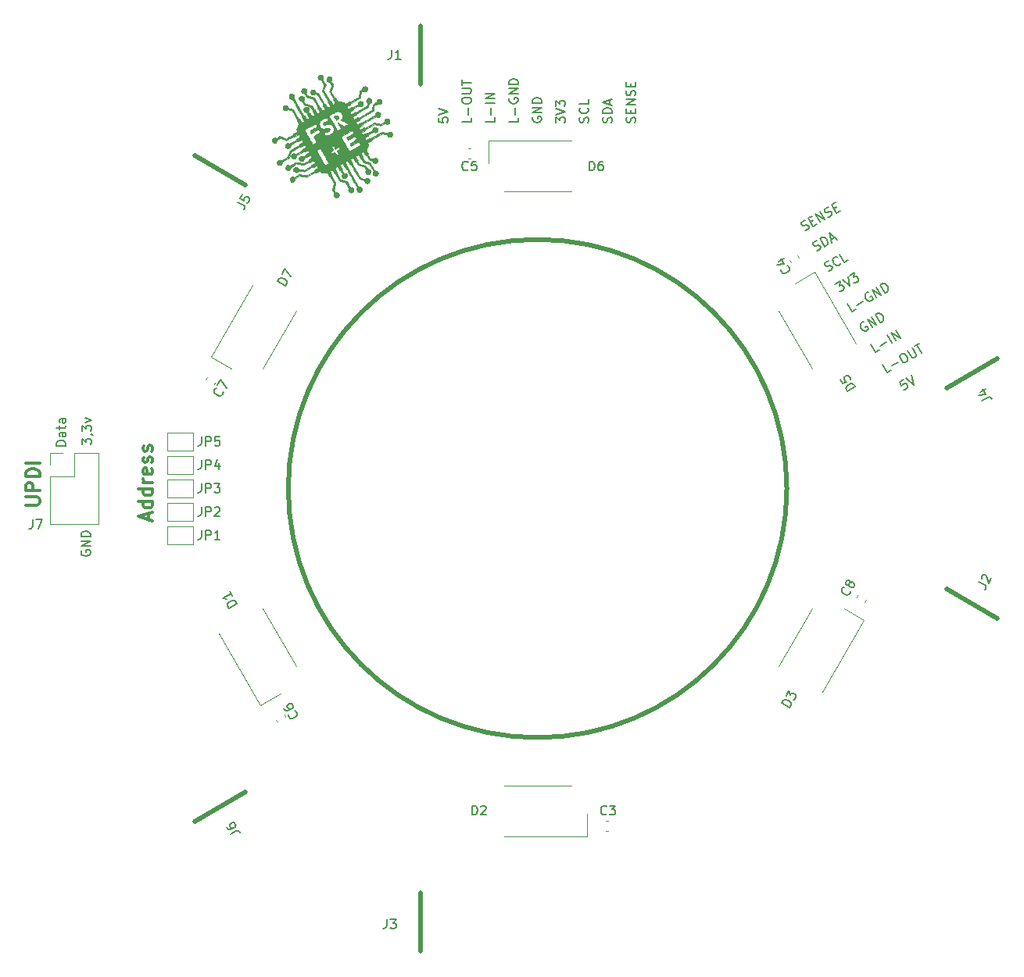
<source format=gbr>
%TF.GenerationSoftware,KiCad,Pcbnew,(6.0.2)*%
%TF.CreationDate,2022-06-07T19:59:40+02:00*%
%TF.ProjectId,cup_sense,6375705f-7365-46e7-9365-2e6b69636164,rev?*%
%TF.SameCoordinates,Original*%
%TF.FileFunction,Legend,Top*%
%TF.FilePolarity,Positive*%
%FSLAX46Y46*%
G04 Gerber Fmt 4.6, Leading zero omitted, Abs format (unit mm)*
G04 Created by KiCad (PCBNEW (6.0.2)) date 2022-06-07 19:59:40*
%MOMM*%
%LPD*%
G01*
G04 APERTURE LIST*
%ADD10C,0.500000*%
%ADD11C,0.300000*%
%ADD12C,0.200000*%
%ADD13C,0.150000*%
%ADD14C,0.120000*%
%ADD15C,0.520000*%
%ADD16C,0.010000*%
G04 APERTURE END LIST*
D10*
X27000000Y0D02*
G75*
G03*
X27000000Y0I-27000000J0D01*
G01*
D11*
X-55431428Y-1777714D02*
X-54217142Y-1777714D01*
X-54074285Y-1706285D01*
X-54002857Y-1634857D01*
X-53931428Y-1492000D01*
X-53931428Y-1206285D01*
X-54002857Y-1063428D01*
X-54074285Y-992000D01*
X-54217142Y-920571D01*
X-55431428Y-920571D01*
X-53931428Y-206285D02*
X-55431428Y-206285D01*
X-55431428Y365142D01*
X-55360000Y508000D01*
X-55288571Y579428D01*
X-55145714Y650857D01*
X-54931428Y650857D01*
X-54788571Y579428D01*
X-54717142Y508000D01*
X-54645714Y365142D01*
X-54645714Y-206285D01*
X-53931428Y1293714D02*
X-55431428Y1293714D01*
X-55431428Y1650857D01*
X-55360000Y1865142D01*
X-55217142Y2008000D01*
X-55074285Y2079428D01*
X-54788571Y2150857D01*
X-54574285Y2150857D01*
X-54288571Y2079428D01*
X-54145714Y2008000D01*
X-54002857Y1865142D01*
X-53931428Y1650857D01*
X-53931428Y1293714D01*
X-53931428Y2793714D02*
X-55431428Y2793714D01*
D12*
X32237985Y22177885D02*
X32774096Y22487409D01*
X32675897Y21990828D01*
X32799615Y22062256D01*
X32905903Y22068636D01*
X32970952Y22051206D01*
X33059810Y21992537D01*
X33178858Y21786341D01*
X33185238Y21680053D01*
X33167808Y21615004D01*
X33109139Y21526145D01*
X32861703Y21383288D01*
X32755415Y21376909D01*
X32690366Y21394338D01*
X33021532Y22630266D02*
X33810207Y21930907D01*
X33598882Y22963599D01*
X33805079Y23082647D02*
X34341190Y23392171D01*
X34242991Y22895590D01*
X34366709Y22967018D01*
X34472997Y22973398D01*
X34538046Y22955968D01*
X34626904Y22897299D01*
X34745952Y22691103D01*
X34752331Y22584814D01*
X34734902Y22519766D01*
X34676233Y22430907D01*
X34428797Y22288050D01*
X34322509Y22281670D01*
X34257460Y22299100D01*
X5484761Y39690476D02*
X5532380Y39833333D01*
X5532380Y40071428D01*
X5484761Y40166666D01*
X5437142Y40214285D01*
X5341904Y40261904D01*
X5246666Y40261904D01*
X5151428Y40214285D01*
X5103809Y40166666D01*
X5056190Y40071428D01*
X5008571Y39880952D01*
X4960952Y39785714D01*
X4913333Y39738095D01*
X4818095Y39690476D01*
X4722857Y39690476D01*
X4627619Y39738095D01*
X4580000Y39785714D01*
X4532380Y39880952D01*
X4532380Y40119047D01*
X4580000Y40261904D01*
X5437142Y41261904D02*
X5484761Y41214285D01*
X5532380Y41071428D01*
X5532380Y40976190D01*
X5484761Y40833333D01*
X5389523Y40738095D01*
X5294285Y40690476D01*
X5103809Y40642857D01*
X4960952Y40642857D01*
X4770476Y40690476D01*
X4675238Y40738095D01*
X4580000Y40833333D01*
X4532380Y40976190D01*
X4532380Y41071428D01*
X4580000Y41214285D01*
X4627619Y41261904D01*
X5532380Y42166666D02*
X5532380Y41690476D01*
X4532380Y41690476D01*
X8024761Y39690476D02*
X8072380Y39833333D01*
X8072380Y40071428D01*
X8024761Y40166666D01*
X7977142Y40214285D01*
X7881904Y40261904D01*
X7786666Y40261904D01*
X7691428Y40214285D01*
X7643809Y40166666D01*
X7596190Y40071428D01*
X7548571Y39880952D01*
X7500952Y39785714D01*
X7453333Y39738095D01*
X7358095Y39690476D01*
X7262857Y39690476D01*
X7167619Y39738095D01*
X7120000Y39785714D01*
X7072380Y39880952D01*
X7072380Y40119047D01*
X7120000Y40261904D01*
X8072380Y40690476D02*
X7072380Y40690476D01*
X7072380Y40928571D01*
X7120000Y41071428D01*
X7215238Y41166666D01*
X7310476Y41214285D01*
X7500952Y41261904D01*
X7643809Y41261904D01*
X7834285Y41214285D01*
X7929523Y41166666D01*
X8024761Y41071428D01*
X8072380Y40928571D01*
X8072380Y40690476D01*
X7786666Y41642857D02*
X7786666Y42119047D01*
X8072380Y41547619D02*
X7072380Y41880952D01*
X8072380Y42214285D01*
D11*
X-42168000Y-3400714D02*
X-42168000Y-2686428D01*
X-41739428Y-3543571D02*
X-43239428Y-3043571D01*
X-41739428Y-2543571D01*
X-41739428Y-1400714D02*
X-43239428Y-1400714D01*
X-41810857Y-1400714D02*
X-41739428Y-1543571D01*
X-41739428Y-1829285D01*
X-41810857Y-1972142D01*
X-41882285Y-2043571D01*
X-42025142Y-2114999D01*
X-42453714Y-2114999D01*
X-42596571Y-2043571D01*
X-42668000Y-1972142D01*
X-42739428Y-1829285D01*
X-42739428Y-1543571D01*
X-42668000Y-1400714D01*
X-41739428Y-43571D02*
X-43239428Y-43571D01*
X-41810857Y-43571D02*
X-41739428Y-186428D01*
X-41739428Y-472142D01*
X-41810857Y-614999D01*
X-41882285Y-686428D01*
X-42025142Y-757857D01*
X-42453714Y-757857D01*
X-42596571Y-686428D01*
X-42668000Y-614999D01*
X-42739428Y-472142D01*
X-42739428Y-186428D01*
X-42668000Y-43571D01*
X-41739428Y670714D02*
X-42739428Y670714D01*
X-42453714Y670714D02*
X-42596571Y742142D01*
X-42668000Y813571D01*
X-42739428Y956428D01*
X-42739428Y1099285D01*
X-41810857Y2170714D02*
X-41739428Y2027857D01*
X-41739428Y1742142D01*
X-41810857Y1599285D01*
X-41953714Y1527857D01*
X-42525142Y1527857D01*
X-42668000Y1599285D01*
X-42739428Y1742142D01*
X-42739428Y2027857D01*
X-42668000Y2170714D01*
X-42525142Y2242142D01*
X-42382285Y2242142D01*
X-42239428Y1527857D01*
X-41810857Y2813571D02*
X-41739428Y2956428D01*
X-41739428Y3242142D01*
X-41810857Y3385000D01*
X-41953714Y3456428D01*
X-42025142Y3456428D01*
X-42168000Y3385000D01*
X-42239428Y3242142D01*
X-42239428Y3027857D01*
X-42310857Y2885000D01*
X-42453714Y2813571D01*
X-42525142Y2813571D01*
X-42668000Y2885000D01*
X-42739428Y3027857D01*
X-42739428Y3242142D01*
X-42668000Y3385000D01*
X-41810857Y4027857D02*
X-41739428Y4170714D01*
X-41739428Y4456428D01*
X-41810857Y4599285D01*
X-41953714Y4670714D01*
X-42025142Y4670714D01*
X-42168000Y4599285D01*
X-42239428Y4456428D01*
X-42239428Y4242142D01*
X-42310857Y4099285D01*
X-42453714Y4027857D01*
X-42525142Y4027857D01*
X-42668000Y4099285D01*
X-42739428Y4242142D01*
X-42739428Y4456428D01*
X-42668000Y4599285D01*
D12*
X28945415Y27976022D02*
X29092942Y28006211D01*
X29299139Y28125258D01*
X29357808Y28214117D01*
X29375238Y28279166D01*
X29368858Y28385454D01*
X29321239Y28467932D01*
X29232381Y28526601D01*
X29167332Y28544031D01*
X29061044Y28537651D01*
X28872277Y28483653D01*
X28765989Y28477273D01*
X28700940Y28494703D01*
X28612082Y28553372D01*
X28564463Y28635850D01*
X28558083Y28742139D01*
X28575513Y28807187D01*
X28634182Y28896046D01*
X28840378Y29015093D01*
X28987906Y29045283D01*
X29573345Y28888415D02*
X29862020Y29055081D01*
X30247643Y28672877D02*
X29835250Y28434782D01*
X29335250Y29300808D01*
X29747643Y29538903D01*
X30618797Y28887163D02*
X30118797Y29753189D01*
X31113668Y29172877D01*
X30613668Y30038903D01*
X31461013Y29428402D02*
X31608540Y29458592D01*
X31814737Y29577639D01*
X31873406Y29666498D01*
X31890835Y29731547D01*
X31884456Y29837835D01*
X31836837Y29920313D01*
X31747978Y29978982D01*
X31682929Y29996412D01*
X31576641Y29990032D01*
X31387875Y29936034D01*
X31281586Y29929654D01*
X31216538Y29947084D01*
X31127679Y30005753D01*
X31080060Y30088231D01*
X31073680Y30194519D01*
X31091110Y30259568D01*
X31149779Y30348427D01*
X31355976Y30467474D01*
X31503503Y30497664D01*
X32088943Y30340796D02*
X32377618Y30507462D01*
X32763241Y30125258D02*
X32350848Y29887163D01*
X31850848Y30753189D01*
X32263241Y30991284D01*
X-51109619Y4643619D02*
X-52109619Y4643619D01*
X-52109619Y4881714D01*
X-52062000Y5024571D01*
X-51966761Y5119809D01*
X-51871523Y5167428D01*
X-51681047Y5215047D01*
X-51538190Y5215047D01*
X-51347714Y5167428D01*
X-51252476Y5119809D01*
X-51157238Y5024571D01*
X-51109619Y4881714D01*
X-51109619Y4643619D01*
X-51109619Y6072190D02*
X-51633428Y6072190D01*
X-51728666Y6024571D01*
X-51776285Y5929333D01*
X-51776285Y5738857D01*
X-51728666Y5643619D01*
X-51157238Y6072190D02*
X-51109619Y5976952D01*
X-51109619Y5738857D01*
X-51157238Y5643619D01*
X-51252476Y5596000D01*
X-51347714Y5596000D01*
X-51442952Y5643619D01*
X-51490571Y5738857D01*
X-51490571Y5976952D01*
X-51538190Y6072190D01*
X-51776285Y6405523D02*
X-51776285Y6786476D01*
X-52109619Y6548380D02*
X-51252476Y6548380D01*
X-51157238Y6596000D01*
X-51109619Y6691238D01*
X-51109619Y6786476D01*
X-51109619Y7548380D02*
X-51633428Y7548380D01*
X-51728666Y7500761D01*
X-51776285Y7405523D01*
X-51776285Y7215047D01*
X-51728666Y7119809D01*
X-51157238Y7548380D02*
X-51109619Y7453142D01*
X-51109619Y7215047D01*
X-51157238Y7119809D01*
X-51252476Y7072190D01*
X-51347714Y7072190D01*
X-51442952Y7119809D01*
X-51490571Y7215047D01*
X-51490571Y7453142D01*
X-51538190Y7548380D01*
X31485415Y23576613D02*
X31632942Y23606802D01*
X31839139Y23725849D01*
X31897808Y23814708D01*
X31915238Y23879757D01*
X31908858Y23986045D01*
X31861239Y24068523D01*
X31772381Y24127192D01*
X31707332Y24144622D01*
X31601044Y24138242D01*
X31412277Y24084244D01*
X31305989Y24077864D01*
X31240940Y24095294D01*
X31152082Y24153963D01*
X31104463Y24236441D01*
X31098083Y24342730D01*
X31115513Y24407778D01*
X31174182Y24496637D01*
X31380378Y24615684D01*
X31527906Y24645874D01*
X32822503Y24403566D02*
X32805073Y24338517D01*
X32705164Y24225849D01*
X32622686Y24178230D01*
X32475158Y24148041D01*
X32345061Y24182901D01*
X32256202Y24241570D01*
X32119725Y24382717D01*
X32048296Y24506435D01*
X31994298Y24695202D01*
X31987918Y24801490D01*
X32022777Y24931588D01*
X32122686Y25044256D01*
X32205164Y25091875D01*
X32352692Y25122064D01*
X32417741Y25104634D01*
X33653668Y24773468D02*
X33241275Y24535373D01*
X32741275Y25401399D01*
X37042857Y14998460D02*
X36630464Y14760365D01*
X36130464Y15626390D01*
X37141056Y15495041D02*
X37800885Y15875993D01*
X38403754Y15784174D02*
X37903754Y16650200D01*
X38816147Y16022269D02*
X38316147Y16888295D01*
X39311019Y16307984D01*
X38811019Y17174009D01*
X1992380Y39642857D02*
X1992380Y40261904D01*
X2373333Y39928571D01*
X2373333Y40071428D01*
X2420952Y40166666D01*
X2468571Y40214285D01*
X2563809Y40261904D01*
X2801904Y40261904D01*
X2897142Y40214285D01*
X2944761Y40166666D01*
X2992380Y40071428D01*
X2992380Y39785714D01*
X2944761Y39690476D01*
X2897142Y39642857D01*
X1992380Y40547619D02*
X2992380Y40880952D01*
X1992380Y41214285D01*
X1992380Y41452380D02*
X1992380Y42071428D01*
X2373333Y41738095D01*
X2373333Y41880952D01*
X2420952Y41976190D01*
X2468571Y42023809D01*
X2563809Y42071428D01*
X2801904Y42071428D01*
X2897142Y42023809D01*
X2944761Y41976190D01*
X2992380Y41880952D01*
X2992380Y41595238D01*
X2944761Y41500000D01*
X2897142Y41452380D01*
X-49315619Y4794428D02*
X-49315619Y5413476D01*
X-48934666Y5080142D01*
X-48934666Y5223000D01*
X-48887047Y5318238D01*
X-48839428Y5365857D01*
X-48744190Y5413476D01*
X-48506095Y5413476D01*
X-48410857Y5365857D01*
X-48363238Y5318238D01*
X-48315619Y5223000D01*
X-48315619Y4937285D01*
X-48363238Y4842047D01*
X-48410857Y4794428D01*
X-48363238Y5889666D02*
X-48315619Y5889666D01*
X-48220380Y5842047D01*
X-48172761Y5794428D01*
X-49315619Y6223000D02*
X-49315619Y6842047D01*
X-48934666Y6508714D01*
X-48934666Y6651571D01*
X-48887047Y6746809D01*
X-48839428Y6794428D01*
X-48744190Y6842047D01*
X-48506095Y6842047D01*
X-48410857Y6794428D01*
X-48363238Y6746809D01*
X-48315619Y6651571D01*
X-48315619Y6365857D01*
X-48363238Y6270619D01*
X-48410857Y6223000D01*
X-48982285Y7175380D02*
X-48315619Y7413476D01*
X-48982285Y7651571D01*
X34502857Y19397869D02*
X34090464Y19159774D01*
X33590464Y20025799D01*
X34601056Y19894450D02*
X35260885Y20275402D01*
X35841196Y21270274D02*
X35734908Y21263894D01*
X35611190Y21192466D01*
X35511281Y21079798D01*
X35476422Y20949700D01*
X35482802Y20843412D01*
X35536800Y20654645D01*
X35608229Y20530927D01*
X35744706Y20389780D01*
X35833565Y20331111D01*
X35963662Y20296251D01*
X36111190Y20326440D01*
X36193668Y20374059D01*
X36293577Y20486727D01*
X36311007Y20551776D01*
X36144340Y20840451D01*
X35979383Y20745213D01*
X36729779Y20683583D02*
X36229779Y21549609D01*
X37224651Y20969298D01*
X36724651Y21835323D01*
X37637044Y21207393D02*
X37137044Y22073418D01*
X37343241Y22192466D01*
X37490768Y22222655D01*
X37620866Y22187795D01*
X37709724Y22129126D01*
X37846201Y21987979D01*
X37917630Y21864261D01*
X37971629Y21675494D01*
X37978009Y21569206D01*
X37943149Y21439108D01*
X37843241Y21326440D01*
X37637044Y21207393D01*
X-49395000Y-6730904D02*
X-49442619Y-6826142D01*
X-49442619Y-6969000D01*
X-49395000Y-7111857D01*
X-49299761Y-7207095D01*
X-49204523Y-7254714D01*
X-49014047Y-7302333D01*
X-48871190Y-7302333D01*
X-48680714Y-7254714D01*
X-48585476Y-7207095D01*
X-48490238Y-7111857D01*
X-48442619Y-6969000D01*
X-48442619Y-6873761D01*
X-48490238Y-6730904D01*
X-48537857Y-6683285D01*
X-48871190Y-6683285D01*
X-48871190Y-6873761D01*
X-48442619Y-6254714D02*
X-49442619Y-6254714D01*
X-48442619Y-5683285D01*
X-49442619Y-5683285D01*
X-48442619Y-5207095D02*
X-49442619Y-5207095D01*
X-49442619Y-4969000D01*
X-49395000Y-4826142D01*
X-49299761Y-4730904D01*
X-49204523Y-4683285D01*
X-49014047Y-4635666D01*
X-48871190Y-4635666D01*
X-48680714Y-4683285D01*
X-48585476Y-4730904D01*
X-48490238Y-4826142D01*
X-48442619Y-4969000D01*
X-48442619Y-5207095D01*
X10564761Y39690476D02*
X10612380Y39833333D01*
X10612380Y40071428D01*
X10564761Y40166666D01*
X10517142Y40214285D01*
X10421904Y40261904D01*
X10326666Y40261904D01*
X10231428Y40214285D01*
X10183809Y40166666D01*
X10136190Y40071428D01*
X10088571Y39880952D01*
X10040952Y39785714D01*
X9993333Y39738095D01*
X9898095Y39690476D01*
X9802857Y39690476D01*
X9707619Y39738095D01*
X9660000Y39785714D01*
X9612380Y39880952D01*
X9612380Y40119047D01*
X9660000Y40261904D01*
X10088571Y40690476D02*
X10088571Y41023809D01*
X10612380Y41166666D02*
X10612380Y40690476D01*
X9612380Y40690476D01*
X9612380Y41166666D01*
X10612380Y41595238D02*
X9612380Y41595238D01*
X10612380Y42166666D01*
X9612380Y42166666D01*
X10564761Y42595238D02*
X10612380Y42738095D01*
X10612380Y42976190D01*
X10564761Y43071428D01*
X10517142Y43119047D01*
X10421904Y43166666D01*
X10326666Y43166666D01*
X10231428Y43119047D01*
X10183809Y43071428D01*
X10136190Y42976190D01*
X10088571Y42785714D01*
X10040952Y42690476D01*
X9993333Y42642857D01*
X9898095Y42595238D01*
X9802857Y42595238D01*
X9707619Y42642857D01*
X9660000Y42690476D01*
X9612380Y42785714D01*
X9612380Y43023809D01*
X9660000Y43166666D01*
X10088571Y43595238D02*
X10088571Y43928571D01*
X10612380Y44071428D02*
X10612380Y43595238D01*
X9612380Y43595238D01*
X9612380Y44071428D01*
X-499999Y40261904D02*
X-547619Y40166666D01*
X-547619Y40023809D01*
X-499999Y39880952D01*
X-404761Y39785714D01*
X-309523Y39738095D01*
X-119047Y39690476D01*
X23809Y39690476D01*
X214285Y39738095D01*
X309523Y39785714D01*
X404761Y39880952D01*
X452380Y40023809D01*
X452380Y40119047D01*
X404761Y40261904D01*
X357142Y40309523D01*
X23809Y40309523D01*
X23809Y40119047D01*
X452380Y40738095D02*
X-547619Y40738095D01*
X452380Y41309523D01*
X-547619Y41309523D01*
X452380Y41785714D02*
X-547619Y41785714D01*
X-547619Y42023809D01*
X-499999Y42166666D01*
X-404761Y42261904D01*
X-309523Y42309523D01*
X-119047Y42357142D01*
X23809Y42357142D01*
X214285Y42309523D01*
X309523Y42261904D01*
X404761Y42166666D01*
X452380Y42023809D01*
X452380Y41785714D01*
X-7167619Y40214285D02*
X-7167619Y39738095D01*
X-8167619Y39738095D01*
X-7548571Y40547619D02*
X-7548571Y41309523D01*
X-8167619Y41976190D02*
X-8167619Y42166666D01*
X-8120000Y42261904D01*
X-8024761Y42357142D01*
X-7834285Y42404761D01*
X-7500952Y42404761D01*
X-7310476Y42357142D01*
X-7215238Y42261904D01*
X-7167619Y42166666D01*
X-7167619Y41976190D01*
X-7215238Y41880952D01*
X-7310476Y41785714D01*
X-7500952Y41738095D01*
X-7834285Y41738095D01*
X-8024761Y41785714D01*
X-8120000Y41880952D01*
X-8167619Y41976190D01*
X-8167619Y42833333D02*
X-7358095Y42833333D01*
X-7262857Y42880952D01*
X-7215238Y42928571D01*
X-7167619Y43023809D01*
X-7167619Y43214285D01*
X-7215238Y43309523D01*
X-7262857Y43357142D01*
X-7358095Y43404761D01*
X-8167619Y43404761D01*
X-8167619Y43738095D02*
X-8167619Y44309523D01*
X-7167619Y44023809D02*
X-8167619Y44023809D01*
X-10707619Y40214285D02*
X-10707619Y39738095D01*
X-10231428Y39690476D01*
X-10279047Y39738095D01*
X-10326666Y39833333D01*
X-10326666Y40071428D01*
X-10279047Y40166666D01*
X-10231428Y40214285D01*
X-10136190Y40261904D01*
X-9898095Y40261904D01*
X-9802857Y40214285D01*
X-9755238Y40166666D01*
X-9707619Y40071428D01*
X-9707619Y39833333D01*
X-9755238Y39738095D01*
X-9802857Y39690476D01*
X-10707619Y40547619D02*
X-9707619Y40880952D01*
X-10707619Y41214285D01*
X38312857Y12798755D02*
X37900464Y12560660D01*
X37400464Y13426685D01*
X38411056Y13295336D02*
X39070885Y13676288D01*
X39338711Y14545733D02*
X39503668Y14640971D01*
X39609956Y14647351D01*
X39740054Y14612491D01*
X39876532Y14471343D01*
X40043198Y14182668D01*
X40097197Y13993901D01*
X40062337Y13863804D01*
X40003668Y13774945D01*
X39838711Y13679707D01*
X39732423Y13673328D01*
X39602325Y13708187D01*
X39465848Y13849335D01*
X39299181Y14138010D01*
X39245182Y14326777D01*
X39280042Y14456874D01*
X39338711Y14545733D01*
X40081019Y14974304D02*
X40485781Y14273236D01*
X40574639Y14214567D01*
X40639688Y14197137D01*
X40745976Y14203517D01*
X40910933Y14298755D01*
X40969602Y14387613D01*
X40987032Y14452662D01*
X40980652Y14558950D01*
X40575890Y15260018D01*
X40864565Y15426685D02*
X41359437Y15712399D01*
X41612001Y14703517D02*
X41112001Y15569542D01*
X30215415Y25776318D02*
X30362942Y25806507D01*
X30569139Y25925554D01*
X30627808Y26014413D01*
X30645238Y26079462D01*
X30638858Y26185750D01*
X30591239Y26268228D01*
X30502381Y26326897D01*
X30437332Y26344327D01*
X30331044Y26337947D01*
X30142277Y26283949D01*
X30035989Y26277569D01*
X29970940Y26294999D01*
X29882082Y26353668D01*
X29834463Y26436146D01*
X29828083Y26542435D01*
X29845513Y26607483D01*
X29904182Y26696342D01*
X30110378Y26815389D01*
X30257906Y26845579D01*
X31105250Y26235078D02*
X30605250Y27101104D01*
X30811446Y27220151D01*
X30958974Y27250340D01*
X31089072Y27215481D01*
X31177930Y27156812D01*
X31314407Y27015664D01*
X31385836Y26891946D01*
X31439835Y26703179D01*
X31446214Y26596891D01*
X31411355Y26466794D01*
X31311446Y26354126D01*
X31105250Y26235078D01*
X31787179Y26958705D02*
X32199572Y27196800D01*
X31847557Y26663650D02*
X31636233Y27696342D01*
X32424908Y26996983D01*
X-2087619Y40214285D02*
X-2087619Y39738095D01*
X-3087619Y39738095D01*
X-2468571Y40547619D02*
X-2468571Y41309523D01*
X-3040000Y42309523D02*
X-3087619Y42214285D01*
X-3087619Y42071428D01*
X-3040000Y41928571D01*
X-2944761Y41833333D01*
X-2849523Y41785714D01*
X-2659047Y41738095D01*
X-2516190Y41738095D01*
X-2325714Y41785714D01*
X-2230476Y41833333D01*
X-2135238Y41928571D01*
X-2087619Y42071428D01*
X-2087619Y42166666D01*
X-2135238Y42309523D01*
X-2182857Y42357142D01*
X-2516190Y42357142D01*
X-2516190Y42166666D01*
X-2087619Y42785714D02*
X-3087619Y42785714D01*
X-2087619Y43357142D01*
X-3087619Y43357142D01*
X-2087619Y43833333D02*
X-3087619Y43833333D01*
X-3087619Y44071428D01*
X-3039999Y44214285D01*
X-2944761Y44309523D01*
X-2849523Y44357142D01*
X-2659047Y44404761D01*
X-2516190Y44404761D01*
X-2325714Y44357142D01*
X-2230476Y44309523D01*
X-2135238Y44214285D01*
X-2087619Y44071428D01*
X-2087619Y43833333D01*
X35337906Y18046760D02*
X35231618Y18040380D01*
X35107900Y17968951D01*
X35007991Y17856283D01*
X34973132Y17726186D01*
X34979511Y17619898D01*
X35033510Y17431131D01*
X35104939Y17307413D01*
X35241416Y17166265D01*
X35330275Y17107596D01*
X35460372Y17072737D01*
X35607900Y17102926D01*
X35690378Y17150545D01*
X35790287Y17263213D01*
X35807716Y17328262D01*
X35641050Y17616937D01*
X35476093Y17521699D01*
X36226489Y17460069D02*
X35726489Y18326094D01*
X36721361Y17745783D01*
X36221361Y18611808D01*
X37133754Y17983878D02*
X36633754Y18849904D01*
X36839950Y18968951D01*
X36987478Y18999141D01*
X37117576Y18964281D01*
X37206434Y18905612D01*
X37342911Y18764464D01*
X37414340Y18640746D01*
X37468339Y18451980D01*
X37474718Y18345691D01*
X37439859Y18215594D01*
X37339950Y18102926D01*
X37133754Y17983878D01*
X-4642692Y40219542D02*
X-4642692Y39743352D01*
X-5642692Y39743352D01*
X-5023644Y40552876D02*
X-5023644Y41314780D01*
X-4642692Y41790971D02*
X-5642692Y41790971D01*
X-4642692Y42267161D02*
X-5642692Y42267161D01*
X-4642692Y42838590D01*
X-5642692Y42838590D01*
X39632783Y11782576D02*
X39220390Y11544481D01*
X39417246Y11108279D01*
X39434676Y11173327D01*
X39493345Y11262186D01*
X39699541Y11381233D01*
X39805829Y11387613D01*
X39870878Y11370183D01*
X39959736Y11311514D01*
X40078784Y11105318D01*
X40085164Y10999030D01*
X40067734Y10933981D01*
X40009065Y10845122D01*
X39802868Y10726075D01*
X39696580Y10719695D01*
X39631531Y10737125D01*
X39921458Y11949243D02*
X40710133Y11249884D01*
X40498808Y12282576D01*
D13*
%TO.C,C4*%
X27062628Y24164233D02*
X27127676Y24146804D01*
X27240344Y24046895D01*
X27287963Y23964417D01*
X27318153Y23816889D01*
X27283293Y23686791D01*
X27224624Y23597933D01*
X27083476Y23461456D01*
X26959758Y23390027D01*
X26770992Y23336028D01*
X26664704Y23329649D01*
X26534606Y23364508D01*
X26421938Y23464417D01*
X26374319Y23546895D01*
X26344130Y23694423D01*
X26361559Y23759471D01*
X26139185Y24620827D02*
X26716535Y24954160D01*
X25928318Y24224154D02*
X26665955Y24375100D01*
X26356431Y24911211D01*
%TO.C,J4*%
X48151268Y9524317D02*
X48769858Y9881460D01*
X48917385Y9911649D01*
X49047483Y9876789D01*
X49160151Y9776881D01*
X49207770Y9694402D01*
X47987562Y10474530D02*
X48564913Y10807864D01*
X47776696Y10077858D02*
X48514333Y10228804D01*
X48204809Y10764915D01*
%TO.C,J1*%
X-15827333Y47537619D02*
X-15827333Y46823333D01*
X-15874952Y46680476D01*
X-15970190Y46585238D01*
X-16113047Y46537619D01*
X-16208285Y46537619D01*
X-14827333Y46537619D02*
X-15398761Y46537619D01*
X-15113047Y46537619D02*
X-15113047Y47537619D01*
X-15208285Y47394761D01*
X-15303523Y47299523D01*
X-15398761Y47251904D01*
%TO.C,D2*%
X-7088095Y-35377380D02*
X-7088095Y-34377380D01*
X-6850000Y-34377380D01*
X-6707142Y-34425000D01*
X-6611904Y-34520238D01*
X-6564285Y-34615476D01*
X-6516666Y-34805952D01*
X-6516666Y-34948809D01*
X-6564285Y-35139285D01*
X-6611904Y-35234523D01*
X-6707142Y-35329761D01*
X-6850000Y-35377380D01*
X-7088095Y-35377380D01*
X-6135714Y-34472619D02*
X-6088095Y-34425000D01*
X-5992857Y-34377380D01*
X-5754761Y-34377380D01*
X-5659523Y-34425000D01*
X-5611904Y-34472619D01*
X-5564285Y-34567857D01*
X-5564285Y-34663095D01*
X-5611904Y-34805952D01*
X-6183333Y-35377380D01*
X-5564285Y-35377380D01*
%TO.C,J6*%
X-33255119Y-37475682D02*
X-32636529Y-37118539D01*
X-32489002Y-37088350D01*
X-32358904Y-37123210D01*
X-32246236Y-37223118D01*
X-32198617Y-37305597D01*
X-33707500Y-36692135D02*
X-33612262Y-36857093D01*
X-33523403Y-36915762D01*
X-33458355Y-36933191D01*
X-33287018Y-36944241D01*
X-33098251Y-36890243D01*
X-32768336Y-36699767D01*
X-32709667Y-36610908D01*
X-32692238Y-36545859D01*
X-32698617Y-36439571D01*
X-32793855Y-36274614D01*
X-32882714Y-36215945D01*
X-32947763Y-36198515D01*
X-33054051Y-36204895D01*
X-33260247Y-36323942D01*
X-33318916Y-36412801D01*
X-33336346Y-36477850D01*
X-33329966Y-36584138D01*
X-33234728Y-36749095D01*
X-33145870Y-36807764D01*
X-33080821Y-36825194D01*
X-32974533Y-36818814D01*
%TO.C,C7*%
X-34064038Y10472091D02*
X-34046608Y10407042D01*
X-34076798Y10259514D01*
X-34124417Y10177036D01*
X-34237084Y10077127D01*
X-34367182Y10042268D01*
X-34473470Y10048647D01*
X-34662237Y10102646D01*
X-34785955Y10174075D01*
X-34927103Y10310552D01*
X-34985772Y10399411D01*
X-35020631Y10529508D01*
X-34990442Y10677036D01*
X-34942823Y10759514D01*
X-34830155Y10859423D01*
X-34765106Y10876852D01*
X-34680918Y11213147D02*
X-34347585Y11790497D01*
X-33695845Y10919343D01*
%TO.C,C8*%
X33880961Y-11117907D02*
X33898391Y-11182956D01*
X33868201Y-11330484D01*
X33820582Y-11412962D01*
X33707915Y-11512871D01*
X33577817Y-11547730D01*
X33471529Y-11541351D01*
X33282762Y-11487352D01*
X33159044Y-11415923D01*
X33017896Y-11279446D01*
X32959227Y-11190587D01*
X32924368Y-11060490D01*
X32954557Y-10912962D01*
X33002176Y-10830484D01*
X33114844Y-10730575D01*
X33179893Y-10713146D01*
X33754282Y-10384941D02*
X33665424Y-10443610D01*
X33600375Y-10461039D01*
X33494087Y-10454660D01*
X33452848Y-10430850D01*
X33394178Y-10341992D01*
X33376749Y-10276943D01*
X33383128Y-10170655D01*
X33478367Y-10005698D01*
X33567225Y-9947029D01*
X33632274Y-9929599D01*
X33738562Y-9935979D01*
X33779801Y-9959788D01*
X33838470Y-10048646D01*
X33855900Y-10113695D01*
X33849520Y-10219983D01*
X33754282Y-10384941D01*
X33747902Y-10491229D01*
X33765332Y-10556278D01*
X33824001Y-10645136D01*
X33988959Y-10740374D01*
X34095247Y-10746754D01*
X34160295Y-10729324D01*
X34249154Y-10670655D01*
X34344392Y-10505698D01*
X34350772Y-10399410D01*
X34333342Y-10334361D01*
X34274673Y-10245502D01*
X34109716Y-10150264D01*
X34003427Y-10143885D01*
X33938379Y-10161314D01*
X33849520Y-10219983D01*
%TO.C,J5*%
X-32454112Y31064429D02*
X-31835523Y30707286D01*
X-31735614Y30594618D01*
X-31700755Y30464520D01*
X-31730944Y30316993D01*
X-31778563Y30234514D01*
X-31977922Y31889215D02*
X-32216017Y31476822D01*
X-31827433Y31197487D01*
X-31844863Y31262536D01*
X-31838483Y31368824D01*
X-31719436Y31575021D01*
X-31630577Y31633690D01*
X-31565529Y31651120D01*
X-31459241Y31644740D01*
X-31253044Y31525692D01*
X-31194375Y31436834D01*
X-31176945Y31371785D01*
X-31183325Y31265497D01*
X-31302372Y31059301D01*
X-31391231Y31000631D01*
X-31456280Y30983202D01*
%TO.C,D7*%
X-27282274Y21994600D02*
X-28148299Y22494600D01*
X-28029252Y22700796D01*
X-27916584Y22800705D01*
X-27786486Y22835564D01*
X-27680198Y22829185D01*
X-27491431Y22775186D01*
X-27367713Y22703757D01*
X-27226565Y22567280D01*
X-27167896Y22478421D01*
X-27133037Y22348324D01*
X-27163226Y22200796D01*
X-27282274Y21994600D01*
X-27695918Y23278147D02*
X-27362585Y23855497D01*
X-26710845Y22984343D01*
%TO.C,JP3*%
X-36393333Y547619D02*
X-36393333Y-166666D01*
X-36440952Y-309523D01*
X-36536190Y-404761D01*
X-36679047Y-452380D01*
X-36774285Y-452380D01*
X-35917142Y-452380D02*
X-35917142Y547619D01*
X-35536190Y547619D01*
X-35440952Y500000D01*
X-35393333Y452380D01*
X-35345714Y357142D01*
X-35345714Y214285D01*
X-35393333Y119047D01*
X-35440952Y71428D01*
X-35536190Y23809D01*
X-35917142Y23809D01*
X-35012380Y547619D02*
X-34393333Y547619D01*
X-34726666Y166666D01*
X-34583809Y166666D01*
X-34488571Y119047D01*
X-34440952Y71428D01*
X-34393333Y-23809D01*
X-34393333Y-261904D01*
X-34440952Y-357142D01*
X-34488571Y-404761D01*
X-34583809Y-452380D01*
X-34869523Y-452380D01*
X-34964761Y-404761D01*
X-35012380Y-357142D01*
%TO.C,C3*%
X7466913Y-35282142D02*
X7419294Y-35329761D01*
X7276437Y-35377380D01*
X7181199Y-35377380D01*
X7038341Y-35329761D01*
X6943103Y-35234523D01*
X6895484Y-35139285D01*
X6847865Y-34948809D01*
X6847865Y-34805952D01*
X6895484Y-34615476D01*
X6943103Y-34520238D01*
X7038341Y-34425000D01*
X7181199Y-34377380D01*
X7276437Y-34377380D01*
X7419294Y-34425000D01*
X7466913Y-34472619D01*
X7800246Y-34377380D02*
X8419294Y-34377380D01*
X8085960Y-34758333D01*
X8228818Y-34758333D01*
X8324056Y-34805952D01*
X8371675Y-34853571D01*
X8419294Y-34948809D01*
X8419294Y-35186904D01*
X8371675Y-35282142D01*
X8324056Y-35329761D01*
X8228818Y-35377380D01*
X7943103Y-35377380D01*
X7847865Y-35329761D01*
X7800246Y-35282142D01*
%TO.C,J3*%
X-16335333Y-46696380D02*
X-16335333Y-47410666D01*
X-16382952Y-47553523D01*
X-16478190Y-47648761D01*
X-16621047Y-47696380D01*
X-16716285Y-47696380D01*
X-15954380Y-46696380D02*
X-15335333Y-46696380D01*
X-15668666Y-47077333D01*
X-15525809Y-47077333D01*
X-15430571Y-47124952D01*
X-15382952Y-47172571D01*
X-15335333Y-47267809D01*
X-15335333Y-47505904D01*
X-15382952Y-47601142D01*
X-15430571Y-47648761D01*
X-15525809Y-47696380D01*
X-15811523Y-47696380D01*
X-15906761Y-47648761D01*
X-15954380Y-47601142D01*
%TO.C,D6*%
X5611904Y34472619D02*
X5611904Y35472619D01*
X5850000Y35472619D01*
X5992857Y35425000D01*
X6088095Y35329761D01*
X6135714Y35234523D01*
X6183333Y35044047D01*
X6183333Y34901190D01*
X6135714Y34710714D01*
X6088095Y34615476D01*
X5992857Y34520238D01*
X5850000Y34472619D01*
X5611904Y34472619D01*
X7040476Y35472619D02*
X6850000Y35472619D01*
X6754761Y35425000D01*
X6707142Y35377380D01*
X6611904Y35234523D01*
X6564285Y35044047D01*
X6564285Y34663095D01*
X6611904Y34567857D01*
X6659523Y34520238D01*
X6754761Y34472619D01*
X6945238Y34472619D01*
X7040476Y34520238D01*
X7088095Y34567857D01*
X7135714Y34663095D01*
X7135714Y34901190D01*
X7088095Y34996428D01*
X7040476Y35044047D01*
X6945238Y35091666D01*
X6754761Y35091666D01*
X6659523Y35044047D01*
X6611904Y34996428D01*
X6564285Y34901190D01*
%TO.C,D1*%
X-32581156Y-12478018D02*
X-33447182Y-12978018D01*
X-33566230Y-12771822D01*
X-33596419Y-12624294D01*
X-33561559Y-12494197D01*
X-33502890Y-12405338D01*
X-33361742Y-12268861D01*
X-33238025Y-12197432D01*
X-33049258Y-12143434D01*
X-32942970Y-12137054D01*
X-32812872Y-12171913D01*
X-32700204Y-12271822D01*
X-32581156Y-12478018D01*
X-33343061Y-11158360D02*
X-33057347Y-11653232D01*
X-33200204Y-11405796D02*
X-34066230Y-11905796D01*
X-33894893Y-11916846D01*
X-33764795Y-11951706D01*
X-33675937Y-12010375D01*
%TO.C,JP4*%
X-36393333Y3087619D02*
X-36393333Y2373333D01*
X-36440952Y2230476D01*
X-36536190Y2135238D01*
X-36679047Y2087619D01*
X-36774285Y2087619D01*
X-35917142Y2087619D02*
X-35917142Y3087619D01*
X-35536190Y3087619D01*
X-35440952Y3040000D01*
X-35393333Y2992380D01*
X-35345714Y2897142D01*
X-35345714Y2754285D01*
X-35393333Y2659047D01*
X-35440952Y2611428D01*
X-35536190Y2563809D01*
X-35917142Y2563809D01*
X-34488571Y2754285D02*
X-34488571Y2087619D01*
X-34726666Y3135238D02*
X-34964761Y2420952D01*
X-34345714Y2420952D01*
%TO.C,D5*%
X34415821Y11016981D02*
X33549795Y10516981D01*
X33430747Y10723177D01*
X33400558Y10870705D01*
X33435418Y11000802D01*
X33494087Y11089661D01*
X33635235Y11226138D01*
X33758952Y11297567D01*
X33947719Y11351565D01*
X34054007Y11357945D01*
X34184105Y11323086D01*
X34296773Y11223177D01*
X34415821Y11016981D01*
X32811700Y11795399D02*
X33049795Y11383006D01*
X33485998Y11579862D01*
X33420949Y11597292D01*
X33332091Y11655961D01*
X33213043Y11862157D01*
X33206663Y11968446D01*
X33224093Y12033494D01*
X33282762Y12122353D01*
X33488959Y12241400D01*
X33595247Y12247780D01*
X33660295Y12230350D01*
X33749154Y12171681D01*
X33868201Y11965485D01*
X33874581Y11859197D01*
X33857151Y11794148D01*
%TO.C,JP5*%
X-36393333Y5627619D02*
X-36393333Y4913333D01*
X-36440952Y4770476D01*
X-36536190Y4675238D01*
X-36679047Y4627619D01*
X-36774285Y4627619D01*
X-35917142Y4627619D02*
X-35917142Y5627619D01*
X-35536190Y5627619D01*
X-35440952Y5580000D01*
X-35393333Y5532380D01*
X-35345714Y5437142D01*
X-35345714Y5294285D01*
X-35393333Y5199047D01*
X-35440952Y5151428D01*
X-35536190Y5103809D01*
X-35917142Y5103809D01*
X-34440952Y5627619D02*
X-34917142Y5627619D01*
X-34964761Y5151428D01*
X-34917142Y5199047D01*
X-34821904Y5246666D01*
X-34583809Y5246666D01*
X-34488571Y5199047D01*
X-34440952Y5151428D01*
X-34393333Y5056190D01*
X-34393333Y4818095D01*
X-34440952Y4722857D01*
X-34488571Y4675238D01*
X-34583809Y4627619D01*
X-34821904Y4627619D01*
X-34917142Y4675238D01*
X-34964761Y4722857D01*
%TO.C,JP2*%
X-36393333Y-1992380D02*
X-36393333Y-2706666D01*
X-36440952Y-2849523D01*
X-36536190Y-2944761D01*
X-36679047Y-2992380D01*
X-36774285Y-2992380D01*
X-35917142Y-2992380D02*
X-35917142Y-1992380D01*
X-35536190Y-1992380D01*
X-35440952Y-2040000D01*
X-35393333Y-2087619D01*
X-35345714Y-2182857D01*
X-35345714Y-2325714D01*
X-35393333Y-2420952D01*
X-35440952Y-2468571D01*
X-35536190Y-2516190D01*
X-35917142Y-2516190D01*
X-34964761Y-2087619D02*
X-34917142Y-2040000D01*
X-34821904Y-1992380D01*
X-34583809Y-1992380D01*
X-34488571Y-2040000D01*
X-34440952Y-2087619D01*
X-34393333Y-2182857D01*
X-34393333Y-2278095D01*
X-34440952Y-2420952D01*
X-35012380Y-2992380D01*
X-34393333Y-2992380D01*
%TO.C,JP1*%
X-36393333Y-4532380D02*
X-36393333Y-5246666D01*
X-36440952Y-5389523D01*
X-36536190Y-5484761D01*
X-36679047Y-5532380D01*
X-36774285Y-5532380D01*
X-35917142Y-5532380D02*
X-35917142Y-4532380D01*
X-35536190Y-4532380D01*
X-35440952Y-4580000D01*
X-35393333Y-4627619D01*
X-35345714Y-4722857D01*
X-35345714Y-4865714D01*
X-35393333Y-4960952D01*
X-35440952Y-5008571D01*
X-35536190Y-5056190D01*
X-35917142Y-5056190D01*
X-34393333Y-5532380D02*
X-34964761Y-5532380D01*
X-34679047Y-5532380D02*
X-34679047Y-4532380D01*
X-34774285Y-4675238D01*
X-34869523Y-4770476D01*
X-34964761Y-4818095D01*
%TO.C,J7*%
X-54689333Y-3369380D02*
X-54689333Y-4083666D01*
X-54736952Y-4226523D01*
X-54832190Y-4321761D01*
X-54975047Y-4369380D01*
X-55070285Y-4369380D01*
X-54308380Y-3369380D02*
X-53641714Y-3369380D01*
X-54070285Y-4369380D01*
%TO.C,C5*%
X-7545665Y34567857D02*
X-7593284Y34520238D01*
X-7736141Y34472619D01*
X-7831379Y34472619D01*
X-7974237Y34520238D01*
X-8069475Y34615476D01*
X-8117094Y34710714D01*
X-8164713Y34901190D01*
X-8164713Y35044047D01*
X-8117094Y35234523D01*
X-8069475Y35329761D01*
X-7974237Y35425000D01*
X-7831379Y35472619D01*
X-7736141Y35472619D01*
X-7593284Y35425000D01*
X-7545665Y35377380D01*
X-6640903Y35472619D02*
X-7117094Y35472619D01*
X-7164713Y34996428D01*
X-7117094Y35044047D01*
X-7021856Y35091666D01*
X-6783760Y35091666D01*
X-6688522Y35044047D01*
X-6640903Y34996428D01*
X-6593284Y34901190D01*
X-6593284Y34663095D01*
X-6640903Y34567857D01*
X-6688522Y34520238D01*
X-6783760Y34472619D01*
X-7021856Y34472619D01*
X-7117094Y34520238D01*
X-7164713Y34567857D01*
%TO.C,J2*%
X47800615Y-10091667D02*
X48419204Y-10448810D01*
X48519113Y-10561478D01*
X48553972Y-10691576D01*
X48523783Y-10839103D01*
X48476164Y-10921582D01*
X48097379Y-9768132D02*
X48079949Y-9703084D01*
X48086329Y-9596795D01*
X48205377Y-9390599D01*
X48294235Y-9331930D01*
X48359284Y-9314500D01*
X48465572Y-9320880D01*
X48548051Y-9368499D01*
X48647959Y-9481167D01*
X48857116Y-10261753D01*
X49166640Y-9725642D01*
%TO.C,C6*%
X-26277371Y-24095766D02*
X-26212323Y-24113195D01*
X-26099655Y-24213104D01*
X-26052036Y-24295582D01*
X-26021846Y-24443110D01*
X-26056706Y-24573208D01*
X-26115375Y-24662066D01*
X-26256523Y-24798543D01*
X-26380241Y-24869972D01*
X-26569007Y-24923971D01*
X-26675295Y-24930350D01*
X-26805393Y-24895491D01*
X-26918061Y-24795582D01*
X-26965680Y-24713104D01*
X-26995869Y-24565576D01*
X-26978440Y-24500528D01*
X-27489490Y-23805839D02*
X-27394252Y-23970796D01*
X-27305393Y-24029465D01*
X-27240344Y-24046895D01*
X-27069007Y-24057945D01*
X-26880241Y-24003946D01*
X-26550326Y-23813470D01*
X-26491657Y-23724612D01*
X-26474227Y-23659563D01*
X-26480607Y-23553275D01*
X-26575845Y-23388318D01*
X-26664704Y-23329649D01*
X-26729752Y-23312219D01*
X-26836040Y-23318599D01*
X-27042237Y-23437646D01*
X-27100906Y-23526505D01*
X-27118336Y-23591553D01*
X-27111956Y-23697842D01*
X-27016718Y-23862799D01*
X-26927860Y-23921468D01*
X-26862811Y-23938898D01*
X-26756523Y-23932518D01*
%TO.C,D3*%
X27327725Y-23725399D02*
X26461700Y-23225399D01*
X26580747Y-23019203D01*
X26693415Y-22919294D01*
X26823513Y-22884435D01*
X26929801Y-22890814D01*
X27118568Y-22944813D01*
X27242286Y-23016242D01*
X27383434Y-23152719D01*
X27442103Y-23241578D01*
X27476962Y-23371675D01*
X27446773Y-23519203D01*
X27327725Y-23725399D01*
X26914081Y-22441852D02*
X27223605Y-21905741D01*
X27386852Y-22384893D01*
X27458281Y-22261175D01*
X27547139Y-22202506D01*
X27612188Y-22185076D01*
X27718476Y-22191456D01*
X27924673Y-22310503D01*
X27983342Y-22399362D01*
X28000772Y-22464411D01*
X27994392Y-22570699D01*
X27851535Y-22818134D01*
X27762676Y-22876804D01*
X27697628Y-22894233D01*
D14*
%TO.C,C4*%
X27294536Y24794916D02*
X27435116Y24551424D01*
X28177882Y25304916D02*
X28318462Y25061424D01*
D15*
%TO.C,J4*%
X49802825Y14088977D02*
X44303563Y10913977D01*
%TO.C,J1*%
X-12700000Y43825000D02*
X-12700000Y50175000D01*
D14*
%TO.C,D2*%
X3650000Y-32250000D02*
X-3650000Y-32250000D01*
X5334000Y-37750000D02*
X5334000Y-35254000D01*
X5334000Y-37750000D02*
X-3650000Y-37750000D01*
D15*
%TO.C,J6*%
X-31603563Y-32911023D02*
X-37102825Y-36086023D01*
D14*
%TO.C,C7*%
X-35061617Y11271084D02*
X-34921037Y11514576D01*
X-35944963Y11781084D02*
X-35804383Y12024576D01*
%TO.C,C8*%
X35563962Y-12071254D02*
X35423382Y-12314746D01*
X34680616Y-11561254D02*
X34540036Y-11804746D01*
D16*
%TO.C,G\u002A\u002A\u002A*%
X-21898515Y40433021D02*
X-21833509Y40453314D01*
X-21833509Y40453314D02*
X-21775945Y40463578D01*
X-21775945Y40463578D02*
X-21749374Y40463529D01*
X-21749374Y40463529D02*
X-21699687Y40446493D01*
X-21699687Y40446493D02*
X-21647603Y40411052D01*
X-21647603Y40411052D02*
X-21601985Y40364681D01*
X-21601985Y40364681D02*
X-21571694Y40314854D01*
X-21571694Y40314854D02*
X-21570984Y40313046D01*
X-21570984Y40313046D02*
X-21551258Y40237371D01*
X-21551258Y40237371D02*
X-21555012Y40170244D01*
X-21555012Y40170244D02*
X-21583459Y40108795D01*
X-21583459Y40108795D02*
X-21637815Y40050150D01*
X-21637815Y40050150D02*
X-21702502Y40002188D01*
X-21702502Y40002188D02*
X-21755190Y39969335D01*
X-21755190Y39969335D02*
X-21790361Y39951952D01*
X-21790361Y39951952D02*
X-21812613Y39947972D01*
X-21812613Y39947972D02*
X-21819033Y39949717D01*
X-21819033Y39949717D02*
X-21833329Y39964924D01*
X-21833329Y39964924D02*
X-21858389Y40000393D01*
X-21858389Y40000393D02*
X-21891315Y40051691D01*
X-21891315Y40051691D02*
X-21929210Y40114385D01*
X-21929210Y40114385D02*
X-21949451Y40149205D01*
X-21949451Y40149205D02*
X-22058292Y40338924D01*
X-22058292Y40338924D02*
X-22010300Y40375960D01*
X-22010300Y40375960D02*
X-21960825Y40406103D01*
X-21960825Y40406103D02*
X-21898515Y40433021D01*
X-21898515Y40433021D02*
X-21898515Y40433021D01*
G36*
X-21749374Y40463529D02*
G01*
X-21699687Y40446493D01*
X-21647603Y40411052D01*
X-21601985Y40364681D01*
X-21571694Y40314854D01*
X-21570984Y40313046D01*
X-21551258Y40237371D01*
X-21555012Y40170244D01*
X-21583459Y40108795D01*
X-21637815Y40050150D01*
X-21702502Y40002188D01*
X-21755190Y39969335D01*
X-21790361Y39951952D01*
X-21812613Y39947972D01*
X-21819033Y39949717D01*
X-21833329Y39964924D01*
X-21858389Y40000393D01*
X-21891315Y40051691D01*
X-21929210Y40114385D01*
X-21949451Y40149205D01*
X-22058292Y40338924D01*
X-22010300Y40375960D01*
X-21960825Y40406103D01*
X-21898515Y40433021D01*
X-21833509Y40453314D01*
X-21775945Y40463578D01*
X-21749374Y40463529D01*
G37*
X-21749374Y40463529D02*
X-21699687Y40446493D01*
X-21647603Y40411052D01*
X-21601985Y40364681D01*
X-21571694Y40314854D01*
X-21570984Y40313046D01*
X-21551258Y40237371D01*
X-21555012Y40170244D01*
X-21583459Y40108795D01*
X-21637815Y40050150D01*
X-21702502Y40002188D01*
X-21755190Y39969335D01*
X-21790361Y39951952D01*
X-21812613Y39947972D01*
X-21819033Y39949717D01*
X-21833329Y39964924D01*
X-21858389Y40000393D01*
X-21891315Y40051691D01*
X-21929210Y40114385D01*
X-21949451Y40149205D01*
X-22058292Y40338924D01*
X-22010300Y40375960D01*
X-21960825Y40406103D01*
X-21898515Y40433021D01*
X-21833509Y40453314D01*
X-21775945Y40463578D01*
X-21749374Y40463529D01*
X-23615980Y44847459D02*
X-23535645Y44865411D01*
X-23535645Y44865411D02*
X-23463306Y44860954D01*
X-23463306Y44860954D02*
X-23402134Y44844079D01*
X-23402134Y44844079D02*
X-23353487Y44817832D01*
X-23353487Y44817832D02*
X-23311767Y44777298D01*
X-23311767Y44777298D02*
X-23271375Y44717561D01*
X-23271375Y44717561D02*
X-23244703Y44669028D01*
X-23244703Y44669028D02*
X-23227564Y44606632D01*
X-23227564Y44606632D02*
X-23233402Y44532188D01*
X-23233402Y44532188D02*
X-23261776Y44449395D01*
X-23261776Y44449395D02*
X-23273756Y44425114D01*
X-23273756Y44425114D02*
X-23303506Y44368537D01*
X-23303506Y44368537D02*
X-23130873Y44083035D01*
X-23130873Y44083035D02*
X-22958239Y43797535D01*
X-22958239Y43797535D02*
X-22988287Y43688982D01*
X-22988287Y43688982D02*
X-23003182Y43636892D01*
X-23003182Y43636892D02*
X-23024223Y43565630D01*
X-23024223Y43565630D02*
X-23049084Y43482951D01*
X-23049084Y43482951D02*
X-23075446Y43396604D01*
X-23075446Y43396604D02*
X-23088122Y43355584D01*
X-23088122Y43355584D02*
X-23157910Y43130737D01*
X-23157910Y43130737D02*
X-22511135Y42010491D01*
X-22511135Y42010491D02*
X-22475297Y42026026D01*
X-22475297Y42026026D02*
X-22439457Y42041563D01*
X-22439457Y42041563D02*
X-22320654Y41841301D01*
X-22320654Y41841301D02*
X-22280247Y41773255D01*
X-22280247Y41773255D02*
X-22244554Y41713267D01*
X-22244554Y41713267D02*
X-22216204Y41665747D01*
X-22216204Y41665747D02*
X-22197824Y41635100D01*
X-22197824Y41635100D02*
X-22192363Y41626150D01*
X-22192363Y41626150D02*
X-22176931Y41626058D01*
X-22176931Y41626058D02*
X-22144099Y41638421D01*
X-22144099Y41638421D02*
X-22099818Y41659847D01*
X-22099818Y41659847D02*
X-22050038Y41686940D01*
X-22050038Y41686940D02*
X-22000707Y41716305D01*
X-22000707Y41716305D02*
X-21957779Y41744547D01*
X-21957779Y41744547D02*
X-21927201Y41768274D01*
X-21927201Y41768274D02*
X-21914926Y41784087D01*
X-21914926Y41784087D02*
X-21914901Y41784447D01*
X-21914901Y41784447D02*
X-21921668Y41802455D01*
X-21921668Y41802455D02*
X-21940330Y41839134D01*
X-21940330Y41839134D02*
X-21967803Y41889234D01*
X-21967803Y41889234D02*
X-22001009Y41947506D01*
X-22001009Y41947506D02*
X-22036865Y42008697D01*
X-22036865Y42008697D02*
X-22072289Y42067559D01*
X-22072289Y42067559D02*
X-22104202Y42118842D01*
X-22104202Y42118842D02*
X-22129519Y42157295D01*
X-22129519Y42157295D02*
X-22145161Y42177667D01*
X-22145161Y42177667D02*
X-22146293Y42178690D01*
X-22146293Y42178690D02*
X-22149177Y42195563D01*
X-22149177Y42195563D02*
X-22126608Y42221969D01*
X-22126608Y42221969D02*
X-22123099Y42225032D01*
X-22123099Y42225032D02*
X-22084049Y42258532D01*
X-22084049Y42258532D02*
X-22316166Y42660570D01*
X-22316166Y42660570D02*
X-22379816Y42771019D01*
X-22379816Y42771019D02*
X-22430563Y42859725D01*
X-22430563Y42859725D02*
X-22469747Y42929309D01*
X-22469747Y42929309D02*
X-22498710Y42982393D01*
X-22498710Y42982393D02*
X-22518789Y43021598D01*
X-22518789Y43021598D02*
X-22531327Y43049546D01*
X-22531327Y43049546D02*
X-22537663Y43068857D01*
X-22537663Y43068857D02*
X-22539138Y43082154D01*
X-22539138Y43082154D02*
X-22537093Y43092056D01*
X-22537093Y43092056D02*
X-22536965Y43092396D01*
X-22536965Y43092396D02*
X-22527060Y43118288D01*
X-22527060Y43118288D02*
X-22509920Y43162918D01*
X-22509920Y43162918D02*
X-22488465Y43218693D01*
X-22488465Y43218693D02*
X-22476741Y43249140D01*
X-22476741Y43249140D02*
X-22452122Y43314226D01*
X-22452122Y43314226D02*
X-22422154Y43395217D01*
X-22422154Y43395217D02*
X-22390782Y43481370D01*
X-22390782Y43481370D02*
X-22364296Y43555324D01*
X-22364296Y43555324D02*
X-22300758Y43734551D01*
X-22300758Y43734551D02*
X-22506877Y44091559D01*
X-22506877Y44091559D02*
X-22590756Y44094293D01*
X-22590756Y44094293D02*
X-22669373Y44108347D01*
X-22669373Y44108347D02*
X-22741666Y44142344D01*
X-22741666Y44142344D02*
X-22800535Y44191801D01*
X-22800535Y44191801D02*
X-22838203Y44250564D01*
X-22838203Y44250564D02*
X-22854527Y44319010D01*
X-22854527Y44319010D02*
X-22855443Y44398427D01*
X-22855443Y44398427D02*
X-22841509Y44476513D01*
X-22841509Y44476513D02*
X-22826058Y44518025D01*
X-22826058Y44518025D02*
X-22784235Y44577708D01*
X-22784235Y44577708D02*
X-22725276Y44624030D01*
X-22725276Y44624030D02*
X-22655374Y44655486D01*
X-22655374Y44655486D02*
X-22580722Y44670568D01*
X-22580722Y44670568D02*
X-22507511Y44667770D01*
X-22507511Y44667770D02*
X-22441934Y44645581D01*
X-22441934Y44645581D02*
X-22406467Y44620171D01*
X-22406467Y44620171D02*
X-22338625Y44544533D01*
X-22338625Y44544533D02*
X-22298409Y44468844D01*
X-22298409Y44468844D02*
X-22285339Y44390476D01*
X-22285339Y44390476D02*
X-22298936Y44306798D01*
X-22298936Y44306798D02*
X-22334191Y44223615D01*
X-22334191Y44223615D02*
X-22369023Y44157667D01*
X-22369023Y44157667D02*
X-22241244Y43946186D01*
X-22241244Y43946186D02*
X-22195244Y43869711D01*
X-22195244Y43869711D02*
X-22162256Y43813525D01*
X-22162256Y43813525D02*
X-22140520Y43773873D01*
X-22140520Y43773873D02*
X-22128278Y43746995D01*
X-22128278Y43746995D02*
X-22123770Y43729135D01*
X-22123770Y43729135D02*
X-22125235Y43716534D01*
X-22125235Y43716534D02*
X-22129543Y43707686D01*
X-22129543Y43707686D02*
X-22143132Y43678973D01*
X-22143132Y43678973D02*
X-22160121Y43635411D01*
X-22160121Y43635411D02*
X-22169688Y43607887D01*
X-22169688Y43607887D02*
X-22185589Y43562137D01*
X-22185589Y43562137D02*
X-22208098Y43500329D01*
X-22208098Y43500329D02*
X-22233472Y43432659D01*
X-22233472Y43432659D02*
X-22246037Y43399881D01*
X-22246037Y43399881D02*
X-22268082Y43342465D01*
X-22268082Y43342465D02*
X-22286005Y43295032D01*
X-22286005Y43295032D02*
X-22297535Y43263637D01*
X-22297535Y43263637D02*
X-22300582Y43254469D01*
X-22300582Y43254469D02*
X-22306348Y43236958D01*
X-22306348Y43236958D02*
X-22319276Y43200877D01*
X-22319276Y43200877D02*
X-22336459Y43154331D01*
X-22336459Y43154331D02*
X-22370071Y43064382D01*
X-22370071Y43064382D02*
X-21954373Y42344373D01*
X-21954373Y42344373D02*
X-21910333Y42352758D01*
X-21910333Y42352758D02*
X-21866293Y42361145D01*
X-21866293Y42361145D02*
X-21747514Y42155414D01*
X-21747514Y42155414D02*
X-21703635Y42079850D01*
X-21703635Y42079850D02*
X-21671202Y42025556D01*
X-21671202Y42025556D02*
X-21647796Y41989215D01*
X-21647796Y41989215D02*
X-21631002Y41967512D01*
X-21631002Y41967512D02*
X-21618406Y41957130D01*
X-21618406Y41957130D02*
X-21607591Y41954757D01*
X-21607591Y41954757D02*
X-21601929Y41955572D01*
X-21601929Y41955572D02*
X-21575175Y41956711D01*
X-21575175Y41956711D02*
X-21529928Y41954174D01*
X-21529928Y41954174D02*
X-21475597Y41948515D01*
X-21475597Y41948515D02*
X-21471254Y41947958D01*
X-21471254Y41947958D02*
X-21416938Y41941016D01*
X-21416938Y41941016D02*
X-21343803Y41931833D01*
X-21343803Y41931833D02*
X-21261048Y41921556D01*
X-21261048Y41921556D02*
X-21177871Y41911334D01*
X-21177871Y41911334D02*
X-21170185Y41910396D01*
X-21170185Y41910396D02*
X-21092847Y41899621D01*
X-21092847Y41899621D02*
X-21029087Y41888109D01*
X-21029087Y41888109D02*
X-20983521Y41876842D01*
X-20983521Y41876842D02*
X-20960765Y41866807D01*
X-20960765Y41866807D02*
X-20959596Y41865456D01*
X-20959596Y41865456D02*
X-20945612Y41841800D01*
X-20945612Y41841800D02*
X-20923978Y41803316D01*
X-20923978Y41803316D02*
X-20907971Y41774124D01*
X-20907971Y41774124D02*
X-20883442Y41732615D01*
X-20883442Y41732615D02*
X-20864196Y41711388D01*
X-20864196Y41711388D02*
X-20844544Y41704726D01*
X-20844544Y41704726D02*
X-20838868Y41704667D01*
X-20838868Y41704667D02*
X-20814699Y41712367D01*
X-20814699Y41712367D02*
X-20770587Y41733318D01*
X-20770587Y41733318D02*
X-20710354Y41765545D01*
X-20710354Y41765545D02*
X-20637820Y41807076D01*
X-20637820Y41807076D02*
X-20618383Y41818578D01*
X-20618383Y41818578D02*
X-20546809Y41861067D01*
X-20546809Y41861067D02*
X-20495635Y41890691D01*
X-20495635Y41890691D02*
X-20461035Y41909057D01*
X-20461035Y41909057D02*
X-20439179Y41917775D01*
X-20439179Y41917775D02*
X-20426240Y41918453D01*
X-20426240Y41918453D02*
X-20418391Y41912697D01*
X-20418391Y41912697D02*
X-20413306Y41904721D01*
X-20413306Y41904721D02*
X-20394086Y41882956D01*
X-20394086Y41882956D02*
X-20381289Y41877450D01*
X-20381289Y41877450D02*
X-20365025Y41884191D01*
X-20365025Y41884191D02*
X-20327673Y41903464D01*
X-20327673Y41903464D02*
X-20272429Y41933426D01*
X-20272429Y41933426D02*
X-20202490Y41972233D01*
X-20202490Y41972233D02*
X-20121054Y42018040D01*
X-20121054Y42018040D02*
X-20031317Y42069004D01*
X-20031317Y42069004D02*
X-19936478Y42123282D01*
X-19936478Y42123282D02*
X-19839734Y42179030D01*
X-19839734Y42179030D02*
X-19744281Y42234403D01*
X-19744281Y42234403D02*
X-19653317Y42287559D01*
X-19653317Y42287559D02*
X-19570039Y42336652D01*
X-19570039Y42336652D02*
X-19497645Y42379840D01*
X-19497645Y42379840D02*
X-19439331Y42415280D01*
X-19439331Y42415280D02*
X-19398295Y42441126D01*
X-19398295Y42441126D02*
X-19377736Y42455535D01*
X-19377736Y42455535D02*
X-19376243Y42457032D01*
X-19376243Y42457032D02*
X-19367932Y42478595D01*
X-19367932Y42478595D02*
X-19356959Y42521839D01*
X-19356959Y42521839D02*
X-19344741Y42580521D01*
X-19344741Y42580521D02*
X-19332697Y42648395D01*
X-19332697Y42648395D02*
X-19332529Y42649427D01*
X-19332529Y42649427D02*
X-19319082Y42732119D01*
X-19319082Y42732119D02*
X-19304783Y42820137D01*
X-19304783Y42820137D02*
X-19291609Y42901290D01*
X-19291609Y42901290D02*
X-19283913Y42948753D01*
X-19283913Y42948753D02*
X-19273344Y43007902D01*
X-19273344Y43007902D02*
X-19262615Y43057864D01*
X-19262615Y43057864D02*
X-19253444Y43090991D01*
X-19253444Y43090991D02*
X-19250282Y43098369D01*
X-19250282Y43098369D02*
X-19232632Y43114084D01*
X-19232632Y43114084D02*
X-19196015Y43138226D01*
X-19196015Y43138226D02*
X-19146788Y43166764D01*
X-19146788Y43166764D02*
X-19118389Y43181967D01*
X-19118389Y43181967D02*
X-18999390Y43243902D01*
X-18999390Y43243902D02*
X-18997251Y43311147D01*
X-18997251Y43311147D02*
X-18986837Y43394262D01*
X-18986837Y43394262D02*
X-18958786Y43462863D01*
X-18958786Y43462863D02*
X-18910190Y43525891D01*
X-18910190Y43525891D02*
X-18868977Y43564686D01*
X-18868977Y43564686D02*
X-18830822Y43586979D01*
X-18830822Y43586979D02*
X-18803896Y43595784D01*
X-18803896Y43595784D02*
X-18708133Y43607776D01*
X-18708133Y43607776D02*
X-18617887Y43593252D01*
X-18617887Y43593252D02*
X-18536590Y43553090D01*
X-18536590Y43553090D02*
X-18492699Y43516218D01*
X-18492699Y43516218D02*
X-18448748Y43453514D01*
X-18448748Y43453514D02*
X-18426140Y43379804D01*
X-18426140Y43379804D02*
X-18423667Y43301055D01*
X-18423667Y43301055D02*
X-18440125Y43223232D01*
X-18440125Y43223232D02*
X-18474305Y43152302D01*
X-18474305Y43152302D02*
X-18525003Y43094229D01*
X-18525003Y43094229D02*
X-18585527Y43057152D01*
X-18585527Y43057152D02*
X-18661590Y43038649D01*
X-18661590Y43038649D02*
X-18744661Y43039097D01*
X-18744661Y43039097D02*
X-18822624Y43057879D01*
X-18822624Y43057879D02*
X-18850152Y43070656D01*
X-18850152Y43070656D02*
X-18890050Y43090266D01*
X-18890050Y43090266D02*
X-18920123Y43094989D01*
X-18920123Y43094989D02*
X-18954161Y43085387D01*
X-18954161Y43085387D02*
X-18976146Y43075766D01*
X-18976146Y43075766D02*
X-19026439Y43048528D01*
X-19026439Y43048528D02*
X-19070845Y43016937D01*
X-19070845Y43016937D02*
X-19102780Y42986357D01*
X-19102780Y42986357D02*
X-19115665Y42962148D01*
X-19115665Y42962148D02*
X-19115669Y42962074D01*
X-19115669Y42962074D02*
X-19119107Y42931570D01*
X-19119107Y42931570D02*
X-19126693Y42881381D01*
X-19126693Y42881381D02*
X-19137508Y42816424D01*
X-19137508Y42816424D02*
X-19150633Y42741617D01*
X-19150633Y42741617D02*
X-19165148Y42661877D01*
X-19165148Y42661877D02*
X-19180136Y42582120D01*
X-19180136Y42582120D02*
X-19194674Y42507264D01*
X-19194674Y42507264D02*
X-19207847Y42442228D01*
X-19207847Y42442228D02*
X-19218734Y42391926D01*
X-19218734Y42391926D02*
X-19226416Y42361277D01*
X-19226416Y42361277D02*
X-19229288Y42354199D01*
X-19229288Y42354199D02*
X-19243859Y42345514D01*
X-19243859Y42345514D02*
X-19280239Y42324120D01*
X-19280239Y42324120D02*
X-19335857Y42291523D01*
X-19335857Y42291523D02*
X-19408142Y42249226D01*
X-19408142Y42249226D02*
X-19494521Y42198735D01*
X-19494521Y42198735D02*
X-19592421Y42141553D01*
X-19592421Y42141553D02*
X-19699272Y42079186D01*
X-19699272Y42079186D02*
X-19766231Y42040122D01*
X-19766231Y42040122D02*
X-20290248Y41734470D01*
X-20290248Y41734470D02*
X-20275443Y41694134D01*
X-20275443Y41694134D02*
X-20260638Y41653800D01*
X-20260638Y41653800D02*
X-20460623Y41534819D01*
X-20460623Y41534819D02*
X-20528767Y41494261D01*
X-20528767Y41494261D02*
X-20589032Y41458364D01*
X-20589032Y41458364D02*
X-20636959Y41429788D01*
X-20636959Y41429788D02*
X-20668088Y41411188D01*
X-20668088Y41411188D02*
X-20677354Y41405616D01*
X-20677354Y41405616D02*
X-20683639Y41393976D01*
X-20683639Y41393976D02*
X-20674949Y41371585D01*
X-20674949Y41371585D02*
X-20650573Y41334980D01*
X-20650573Y41334980D02*
X-20618384Y41283731D01*
X-20618384Y41283731D02*
X-20589333Y41226910D01*
X-20589333Y41226910D02*
X-20581344Y41207934D01*
X-20581344Y41207934D02*
X-20567067Y41172623D01*
X-20567067Y41172623D02*
X-20553197Y41148509D01*
X-20553197Y41148509D02*
X-20536041Y41136118D01*
X-20536041Y41136118D02*
X-20511902Y41135972D01*
X-20511902Y41135972D02*
X-20477083Y41148596D01*
X-20477083Y41148596D02*
X-20427888Y41174513D01*
X-20427888Y41174513D02*
X-20360623Y41214246D01*
X-20360623Y41214246D02*
X-20306971Y41246809D01*
X-20306971Y41246809D02*
X-20232855Y41291793D01*
X-20232855Y41291793D02*
X-20179190Y41323721D01*
X-20179190Y41323721D02*
X-20142315Y41344204D01*
X-20142315Y41344204D02*
X-20118573Y41354855D01*
X-20118573Y41354855D02*
X-20104303Y41357286D01*
X-20104303Y41357286D02*
X-20095844Y41353110D01*
X-20095844Y41353110D02*
X-20089538Y41343938D01*
X-20089538Y41343938D02*
X-20088923Y41342873D01*
X-20088923Y41342873D02*
X-20070160Y41320996D01*
X-20070160Y41320996D02*
X-20057820Y41315335D01*
X-20057820Y41315335D02*
X-20041642Y41321949D01*
X-20041642Y41321949D02*
X-20004683Y41340756D01*
X-20004683Y41340756D02*
X-19950577Y41369786D01*
X-19950577Y41369786D02*
X-19882955Y41407073D01*
X-19882955Y41407073D02*
X-19805451Y41450650D01*
X-19805451Y41450650D02*
X-19757552Y41477946D01*
X-19757552Y41477946D02*
X-19666323Y41530365D01*
X-19666323Y41530365D02*
X-19596749Y41570945D01*
X-19596749Y41570945D02*
X-19545884Y41601672D01*
X-19545884Y41601672D02*
X-19510782Y41624532D01*
X-19510782Y41624532D02*
X-19488494Y41641512D01*
X-19488494Y41641512D02*
X-19476071Y41654598D01*
X-19476071Y41654598D02*
X-19470569Y41665777D01*
X-19470569Y41665777D02*
X-19469387Y41672162D01*
X-19469387Y41672162D02*
X-19469953Y41703126D01*
X-19469953Y41703126D02*
X-19473933Y41717011D01*
X-19473933Y41717011D02*
X-19475473Y41741903D01*
X-19475473Y41741903D02*
X-19465645Y41782407D01*
X-19465645Y41782407D02*
X-19447317Y41829768D01*
X-19447317Y41829768D02*
X-19423353Y41875226D01*
X-19423353Y41875226D02*
X-19420885Y41879131D01*
X-19420885Y41879131D02*
X-19371738Y41932337D01*
X-19371738Y41932337D02*
X-19304884Y41973133D01*
X-19304884Y41973133D02*
X-19229912Y41996279D01*
X-19229912Y41996279D02*
X-19200870Y41999374D01*
X-19200870Y41999374D02*
X-19124923Y41991004D01*
X-19124923Y41991004D02*
X-19046882Y41962591D01*
X-19046882Y41962591D02*
X-18978328Y41918779D01*
X-18978328Y41918779D02*
X-18961347Y41903331D01*
X-18961347Y41903331D02*
X-18921415Y41844805D01*
X-18921415Y41844805D02*
X-18901369Y41773578D01*
X-18901369Y41773578D02*
X-18900122Y41695832D01*
X-18900122Y41695832D02*
X-18916591Y41617754D01*
X-18916591Y41617754D02*
X-18949693Y41545530D01*
X-18949693Y41545530D02*
X-18998341Y41485343D01*
X-18998341Y41485343D02*
X-19040093Y41454250D01*
X-19040093Y41454250D02*
X-19098045Y41433890D01*
X-19098045Y41433890D02*
X-19170048Y41427787D01*
X-19170048Y41427787D02*
X-19246057Y41435509D01*
X-19246057Y41435509D02*
X-19316020Y41456631D01*
X-19316020Y41456631D02*
X-19336846Y41466900D01*
X-19336846Y41466900D02*
X-19393746Y41498689D01*
X-19393746Y41498689D02*
X-19682897Y41333672D01*
X-19682897Y41333672D02*
X-19972046Y41168654D01*
X-19972046Y41168654D02*
X-19956587Y41141879D01*
X-19956587Y41141879D02*
X-19947663Y41113681D01*
X-19947663Y41113681D02*
X-19949765Y41099053D01*
X-19949765Y41099053D02*
X-19964384Y41086898D01*
X-19964384Y41086898D02*
X-19999270Y41063579D01*
X-19999270Y41063579D02*
X-20050115Y41031812D01*
X-20050115Y41031812D02*
X-20112609Y40994309D01*
X-20112609Y40994309D02*
X-20159017Y40967231D01*
X-20159017Y40967231D02*
X-20227528Y40926804D01*
X-20227528Y40926804D02*
X-20285657Y40890783D01*
X-20285657Y40890783D02*
X-20329482Y40861731D01*
X-20329482Y40861731D02*
X-20355085Y40842205D01*
X-20355085Y40842205D02*
X-20360100Y40835882D01*
X-20360100Y40835882D02*
X-20353777Y40816886D01*
X-20353777Y40816886D02*
X-20336813Y40780521D01*
X-20336813Y40780521D02*
X-20312935Y40733710D01*
X-20312935Y40733710D02*
X-20285867Y40683374D01*
X-20285867Y40683374D02*
X-20259337Y40636436D01*
X-20259337Y40636436D02*
X-20237072Y40599819D01*
X-20237072Y40599819D02*
X-20222797Y40580445D01*
X-20222797Y40580445D02*
X-20222407Y40580094D01*
X-20222407Y40580094D02*
X-20210261Y40579210D01*
X-20210261Y40579210D02*
X-20184648Y40588245D01*
X-20184648Y40588245D02*
X-20142995Y40608452D01*
X-20142995Y40608452D02*
X-20082728Y40641086D01*
X-20082728Y40641086D02*
X-20001274Y40687399D01*
X-20001274Y40687399D02*
X-19996084Y40690394D01*
X-19996084Y40690394D02*
X-19783881Y40812910D01*
X-19783881Y40812910D02*
X-19750664Y40779132D01*
X-19750664Y40779132D02*
X-19717447Y40745353D01*
X-19717447Y40745353D02*
X-19103129Y41095045D01*
X-19103129Y41095045D02*
X-18488812Y41444737D01*
X-18488812Y41444737D02*
X-18461051Y41620543D01*
X-18461051Y41620543D02*
X-18433290Y41796350D01*
X-18433290Y41796350D02*
X-18499428Y41898049D01*
X-18499428Y41898049D02*
X-18531898Y41949343D01*
X-18531898Y41949343D02*
X-18551338Y41985683D01*
X-18551338Y41985683D02*
X-18560801Y42015303D01*
X-18560801Y42015303D02*
X-18563343Y42046436D01*
X-18563343Y42046436D02*
X-18562830Y42068942D01*
X-18562830Y42068942D02*
X-18547380Y42146889D01*
X-18547380Y42146889D02*
X-18510552Y42217905D01*
X-18510552Y42217905D02*
X-18457166Y42277100D01*
X-18457166Y42277100D02*
X-18392046Y42319587D01*
X-18392046Y42319587D02*
X-18320012Y42340476D01*
X-18320012Y42340476D02*
X-18293693Y42341775D01*
X-18293693Y42341775D02*
X-18202174Y42333505D01*
X-18202174Y42333505D02*
X-18131388Y42310327D01*
X-18131388Y42310327D02*
X-18076595Y42269478D01*
X-18076595Y42269478D02*
X-18033055Y42208198D01*
X-18033055Y42208198D02*
X-18020069Y42182426D01*
X-18020069Y42182426D02*
X-17991336Y42106701D01*
X-17991336Y42106701D02*
X-17983371Y42041427D01*
X-17983371Y42041427D02*
X-17996060Y41978063D01*
X-17996060Y41978063D02*
X-18016749Y41931091D01*
X-18016749Y41931091D02*
X-18045065Y41885715D01*
X-18045065Y41885715D02*
X-18081679Y41847444D01*
X-18081679Y41847444D02*
X-18132136Y41811922D01*
X-18132136Y41811922D02*
X-18201982Y41774800D01*
X-18201982Y41774800D02*
X-18236632Y41758509D01*
X-18236632Y41758509D02*
X-18253119Y41748984D01*
X-18253119Y41748984D02*
X-18265672Y41734603D01*
X-18265672Y41734603D02*
X-18275916Y41710536D01*
X-18275916Y41710536D02*
X-18285471Y41671946D01*
X-18285471Y41671946D02*
X-18295959Y41614001D01*
X-18295959Y41614001D02*
X-18305838Y41552199D01*
X-18305838Y41552199D02*
X-18335182Y41364168D01*
X-18335182Y41364168D02*
X-18989510Y40982177D01*
X-18989510Y40982177D02*
X-19132336Y40898768D01*
X-19132336Y40898768D02*
X-19252655Y40828377D01*
X-19252655Y40828377D02*
X-19352346Y40769814D01*
X-19352346Y40769814D02*
X-19433289Y40721889D01*
X-19433289Y40721889D02*
X-19497361Y40683411D01*
X-19497361Y40683411D02*
X-19546441Y40653189D01*
X-19546441Y40653189D02*
X-19582407Y40630034D01*
X-19582407Y40630034D02*
X-19607138Y40612756D01*
X-19607138Y40612756D02*
X-19622512Y40600162D01*
X-19622512Y40600162D02*
X-19630408Y40591064D01*
X-19630408Y40591064D02*
X-19632703Y40584272D01*
X-19632703Y40584272D02*
X-19631278Y40578594D01*
X-19631278Y40578594D02*
X-19630037Y40576282D01*
X-19630037Y40576282D02*
X-19622831Y40555271D01*
X-19622831Y40555271D02*
X-19627904Y40534046D01*
X-19627904Y40534046D02*
X-19647811Y40510398D01*
X-19647811Y40510398D02*
X-19685105Y40482115D01*
X-19685105Y40482115D02*
X-19742343Y40446987D01*
X-19742343Y40446987D02*
X-19822075Y40402805D01*
X-19822075Y40402805D02*
X-19844157Y40390973D01*
X-19844157Y40390973D02*
X-19915084Y40352190D01*
X-19915084Y40352190D02*
X-19972712Y40318788D01*
X-19972712Y40318788D02*
X-20013493Y40292939D01*
X-20013493Y40292939D02*
X-20033879Y40276812D01*
X-20033879Y40276812D02*
X-20035543Y40273812D01*
X-20035543Y40273812D02*
X-20029032Y40255423D01*
X-20029032Y40255423D02*
X-20011500Y40220148D01*
X-20011500Y40220148D02*
X-19986648Y40174386D01*
X-19986648Y40174386D02*
X-19958174Y40124540D01*
X-19958174Y40124540D02*
X-19929779Y40077012D01*
X-19929779Y40077012D02*
X-19905163Y40038203D01*
X-19905163Y40038203D02*
X-19888028Y40014514D01*
X-19888028Y40014514D02*
X-19883203Y40010267D01*
X-19883203Y40010267D02*
X-19868001Y40015968D01*
X-19868001Y40015968D02*
X-19832639Y40033557D01*
X-19832639Y40033557D02*
X-19781382Y40060780D01*
X-19781382Y40060780D02*
X-19718497Y40095384D01*
X-19718497Y40095384D02*
X-19667096Y40124356D01*
X-19667096Y40124356D02*
X-19461614Y40241294D01*
X-19461614Y40241294D02*
X-19425967Y40216941D01*
X-19425967Y40216941D02*
X-19390318Y40192587D01*
X-19390318Y40192587D02*
X-17911304Y41054896D01*
X-17911304Y41054896D02*
X-17877555Y41619005D01*
X-17877555Y41619005D02*
X-17456173Y41863518D01*
X-17456173Y41863518D02*
X-17452137Y41951392D01*
X-17452137Y41951392D02*
X-17436546Y42043583D01*
X-17436546Y42043583D02*
X-17398480Y42119172D01*
X-17398480Y42119172D02*
X-17337071Y42179708D01*
X-17337071Y42179708D02*
X-17316909Y42193339D01*
X-17316909Y42193339D02*
X-17237241Y42227779D01*
X-17237241Y42227779D02*
X-17153361Y42236873D01*
X-17153361Y42236873D02*
X-17070645Y42221816D01*
X-17070645Y42221816D02*
X-16994468Y42183805D01*
X-16994468Y42183805D02*
X-16930208Y42124037D01*
X-16930208Y42124037D02*
X-16915351Y42103963D01*
X-16915351Y42103963D02*
X-16892139Y42065315D01*
X-16892139Y42065315D02*
X-16880341Y42029335D01*
X-16880341Y42029335D02*
X-16876823Y41983717D01*
X-16876823Y41983717D02*
X-16877174Y41954034D01*
X-16877174Y41954034D02*
X-16891701Y41865757D01*
X-16891701Y41865757D02*
X-16927713Y41790212D01*
X-16927713Y41790212D02*
X-16981135Y41729873D01*
X-16981135Y41729873D02*
X-17047893Y41687219D01*
X-17047893Y41687219D02*
X-17123912Y41664724D01*
X-17123912Y41664724D02*
X-17205116Y41664866D01*
X-17205116Y41664866D02*
X-17287434Y41690120D01*
X-17287434Y41690120D02*
X-17300565Y41696726D01*
X-17300565Y41696726D02*
X-17370299Y41733863D01*
X-17370299Y41733863D02*
X-17537430Y41637369D01*
X-17537430Y41637369D02*
X-17604566Y41598302D01*
X-17604566Y41598302D02*
X-17651156Y41569922D01*
X-17651156Y41569922D02*
X-17681237Y41549055D01*
X-17681237Y41549055D02*
X-17698843Y41532528D01*
X-17698843Y41532528D02*
X-17708014Y41517167D01*
X-17708014Y41517167D02*
X-17712784Y41499795D01*
X-17712784Y41499795D02*
X-17712860Y41499424D01*
X-17712860Y41499424D02*
X-17717742Y41464854D01*
X-17717742Y41464854D02*
X-17723232Y41410279D01*
X-17723232Y41410279D02*
X-17728711Y41343888D01*
X-17728711Y41343888D02*
X-17733555Y41273871D01*
X-17733555Y41273871D02*
X-17737144Y41208418D01*
X-17737144Y41208418D02*
X-17738843Y41156776D01*
X-17738843Y41156776D02*
X-17741636Y41106066D01*
X-17741636Y41106066D02*
X-17747154Y41058281D01*
X-17747154Y41058281D02*
X-17752671Y41016953D01*
X-17752671Y41016953D02*
X-17755282Y40983887D01*
X-17755282Y40983887D02*
X-17756966Y40977449D01*
X-17756966Y40977449D02*
X-17762947Y40969316D01*
X-17762947Y40969316D02*
X-17774966Y40958419D01*
X-17774966Y40958419D02*
X-17794770Y40943690D01*
X-17794770Y40943690D02*
X-17824104Y40924061D01*
X-17824104Y40924061D02*
X-17864713Y40898462D01*
X-17864713Y40898462D02*
X-17918343Y40865825D01*
X-17918343Y40865825D02*
X-17986738Y40825081D01*
X-17986738Y40825081D02*
X-18071644Y40775162D01*
X-18071644Y40775162D02*
X-18174805Y40714998D01*
X-18174805Y40714998D02*
X-18297966Y40643522D01*
X-18297966Y40643522D02*
X-18442874Y40559664D01*
X-18442874Y40559664D02*
X-18534791Y40506540D01*
X-18534791Y40506540D02*
X-19313751Y40056464D01*
X-19313751Y40056464D02*
X-19300751Y39955305D01*
X-19300751Y39955305D02*
X-19489714Y39849306D01*
X-19489714Y39849306D02*
X-19556891Y39810889D01*
X-19556891Y39810889D02*
X-19616212Y39775595D01*
X-19616212Y39775595D02*
X-19662828Y39746410D01*
X-19662828Y39746410D02*
X-19691892Y39726325D01*
X-19691892Y39726325D02*
X-19698235Y39720737D01*
X-19698235Y39720737D02*
X-19705998Y39709027D01*
X-19705998Y39709027D02*
X-19706799Y39694914D01*
X-19706799Y39694914D02*
X-19698580Y39673376D01*
X-19698580Y39673376D02*
X-19679283Y39639391D01*
X-19679283Y39639391D02*
X-19646849Y39587933D01*
X-19646849Y39587933D02*
X-19638500Y39574941D01*
X-19638500Y39574941D02*
X-19559208Y39451713D01*
X-19559208Y39451713D02*
X-19356499Y39564257D01*
X-19356499Y39564257D02*
X-19273846Y39609474D01*
X-19273846Y39609474D02*
X-19211869Y39641289D01*
X-19211869Y39641289D02*
X-19167037Y39660792D01*
X-19167037Y39660792D02*
X-19135808Y39669076D01*
X-19135808Y39669076D02*
X-19114648Y39667232D01*
X-19114648Y39667232D02*
X-19100020Y39656354D01*
X-19100020Y39656354D02*
X-19092763Y39645697D01*
X-19092763Y39645697D02*
X-19089255Y39641325D01*
X-19089255Y39641325D02*
X-19083465Y39639230D01*
X-19083465Y39639230D02*
X-19073523Y39640414D01*
X-19073523Y39640414D02*
X-19057564Y39645875D01*
X-19057564Y39645875D02*
X-19033720Y39656615D01*
X-19033720Y39656615D02*
X-19000123Y39673633D01*
X-19000123Y39673633D02*
X-18954906Y39697930D01*
X-18954906Y39697930D02*
X-18896201Y39730508D01*
X-18896201Y39730508D02*
X-18822141Y39772365D01*
X-18822141Y39772365D02*
X-18730859Y39824502D01*
X-18730859Y39824502D02*
X-18620487Y39887920D01*
X-18620487Y39887920D02*
X-18489158Y39963618D01*
X-18489158Y39963618D02*
X-18358502Y40039030D01*
X-18358502Y40039030D02*
X-18227921Y40114374D01*
X-18227921Y40114374D02*
X-18104602Y40185437D01*
X-18104602Y40185437D02*
X-17990716Y40250973D01*
X-17990716Y40250973D02*
X-17888433Y40309738D01*
X-17888433Y40309738D02*
X-17799923Y40360488D01*
X-17799923Y40360488D02*
X-17727356Y40401980D01*
X-17727356Y40401980D02*
X-17672902Y40432966D01*
X-17672902Y40432966D02*
X-17638730Y40452206D01*
X-17638730Y40452206D02*
X-17627086Y40458457D01*
X-17627086Y40458457D02*
X-17620080Y40472961D01*
X-17620080Y40472961D02*
X-17611870Y40507844D01*
X-17611870Y40507844D02*
X-17604535Y40553454D01*
X-17604535Y40553454D02*
X-17588838Y40635203D01*
X-17588838Y40635203D02*
X-17564156Y40696854D01*
X-17564156Y40696854D02*
X-17526666Y40746057D01*
X-17526666Y40746057D02*
X-17493904Y40774765D01*
X-17493904Y40774765D02*
X-17416065Y40818706D01*
X-17416065Y40818706D02*
X-17332519Y40836108D01*
X-17332519Y40836108D02*
X-17247246Y40826939D01*
X-17247246Y40826939D02*
X-17164222Y40791168D01*
X-17164222Y40791168D02*
X-17143475Y40777492D01*
X-17143475Y40777492D02*
X-17097409Y40740740D01*
X-17097409Y40740740D02*
X-17069071Y40706217D01*
X-17069071Y40706217D02*
X-17054168Y40675096D01*
X-17054168Y40675096D02*
X-17031413Y40581605D01*
X-17031413Y40581605D02*
X-17034869Y40492956D01*
X-17034869Y40492956D02*
X-17063433Y40412493D01*
X-17063433Y40412493D02*
X-17116004Y40343555D01*
X-17116004Y40343555D02*
X-17179108Y40296306D01*
X-17179108Y40296306D02*
X-17253156Y40264900D01*
X-17253156Y40264900D02*
X-17327428Y40258133D01*
X-17327428Y40258133D02*
X-17407396Y40275967D01*
X-17407396Y40275967D02*
X-17451721Y40294328D01*
X-17451721Y40294328D02*
X-17532399Y40332040D01*
X-17532399Y40332040D02*
X-18261457Y39912189D01*
X-18261457Y39912189D02*
X-18990517Y39492336D01*
X-18990517Y39492336D02*
X-18974314Y39407248D01*
X-18974314Y39407248D02*
X-19182094Y39282834D01*
X-19182094Y39282834D02*
X-19389875Y39158419D01*
X-19389875Y39158419D02*
X-19329412Y39038534D01*
X-19329412Y39038534D02*
X-19300605Y38984445D01*
X-19300605Y38984445D02*
X-19273732Y38939276D01*
X-19273732Y38939276D02*
X-19252850Y38909627D01*
X-19252850Y38909627D02*
X-19245810Y38902604D01*
X-19245810Y38902604D02*
X-19235263Y38897747D01*
X-19235263Y38897747D02*
X-19221050Y38898210D01*
X-19221050Y38898210D02*
X-19199331Y38905752D01*
X-19199331Y38905752D02*
X-19166263Y38922132D01*
X-19166263Y38922132D02*
X-19118007Y38949110D01*
X-19118007Y38949110D02*
X-19050720Y38988444D01*
X-19050720Y38988444D02*
X-19024479Y39003966D01*
X-19024479Y39003966D02*
X-18956632Y39043483D01*
X-18956632Y39043483D02*
X-18896468Y39077259D01*
X-18896468Y39077259D02*
X-18848485Y39102870D01*
X-18848485Y39102870D02*
X-18817179Y39117887D01*
X-18817179Y39117887D02*
X-18807845Y39120818D01*
X-18807845Y39120818D02*
X-18786883Y39109349D01*
X-18786883Y39109349D02*
X-18773094Y39092014D01*
X-18773094Y39092014D02*
X-18761584Y39077546D01*
X-18761584Y39077546D02*
X-18745160Y39074053D01*
X-18745160Y39074053D02*
X-18716709Y39082030D01*
X-18716709Y39082030D02*
X-18676462Y39098762D01*
X-18676462Y39098762D02*
X-18646103Y39113808D01*
X-18646103Y39113808D02*
X-18594705Y39141377D01*
X-18594705Y39141377D02*
X-18525529Y39179636D01*
X-18525529Y39179636D02*
X-18441829Y39226750D01*
X-18441829Y39226750D02*
X-18346868Y39280884D01*
X-18346868Y39280884D02*
X-18243899Y39340201D01*
X-18243899Y39340201D02*
X-18136184Y39402868D01*
X-18136184Y39402868D02*
X-18128884Y39407138D01*
X-18128884Y39407138D02*
X-17661627Y39680514D01*
X-17661627Y39680514D02*
X-17375097Y39611268D01*
X-17375097Y39611268D02*
X-17285779Y39589498D01*
X-17285779Y39589498D02*
X-17202839Y39568942D01*
X-17202839Y39568942D02*
X-17131289Y39550867D01*
X-17131289Y39550867D02*
X-17076141Y39536540D01*
X-17076141Y39536540D02*
X-17042407Y39527235D01*
X-17042407Y39527235D02*
X-17038595Y39526064D01*
X-17038595Y39526064D02*
X-16988625Y39510106D01*
X-16988625Y39510106D02*
X-16601912Y39733375D01*
X-16601912Y39733375D02*
X-16599052Y39796129D01*
X-16599052Y39796129D02*
X-16584937Y39892116D01*
X-16584937Y39892116D02*
X-16553454Y39973689D01*
X-16553454Y39973689D02*
X-16506924Y40037762D01*
X-16506924Y40037762D02*
X-16447669Y40081249D01*
X-16447669Y40081249D02*
X-16378007Y40101063D01*
X-16378007Y40101063D02*
X-16369328Y40101690D01*
X-16369328Y40101690D02*
X-16298977Y40100125D01*
X-16298977Y40100125D02*
X-16229376Y40089890D01*
X-16229376Y40089890D02*
X-16171056Y40072925D01*
X-16171056Y40072925D02*
X-16146337Y40060629D01*
X-16146337Y40060629D02*
X-16116087Y40032537D01*
X-16116087Y40032537D02*
X-16081319Y39986831D01*
X-16081319Y39986831D02*
X-16060722Y39953824D01*
X-16060722Y39953824D02*
X-16027216Y39879531D01*
X-16027216Y39879531D02*
X-16017505Y39809181D01*
X-16017505Y39809181D02*
X-16031395Y39735304D01*
X-16031395Y39735304D02*
X-16053563Y39680627D01*
X-16053563Y39680627D02*
X-16074521Y39642318D01*
X-16074521Y39642318D02*
X-16099620Y39613818D01*
X-16099620Y39613818D02*
X-16137425Y39586635D01*
X-16137425Y39586635D02*
X-16164981Y39570183D01*
X-16164981Y39570183D02*
X-16214262Y39543836D01*
X-16214262Y39543836D02*
X-16252430Y39530666D01*
X-16252430Y39530666D02*
X-16291389Y39527519D01*
X-16291389Y39527519D02*
X-16320018Y39529123D01*
X-16320018Y39529123D02*
X-16377101Y39539367D01*
X-16377101Y39539367D02*
X-16434083Y39558025D01*
X-16434083Y39558025D02*
X-16452542Y39566668D01*
X-16452542Y39566668D02*
X-16488379Y39585615D01*
X-16488379Y39585615D02*
X-16512376Y39597945D01*
X-16512376Y39597945D02*
X-16517246Y39600231D01*
X-16517246Y39600231D02*
X-16530639Y39594105D01*
X-16530639Y39594105D02*
X-16564405Y39575827D01*
X-16564405Y39575827D02*
X-16614623Y39547602D01*
X-16614623Y39547602D02*
X-16677370Y39511635D01*
X-16677370Y39511635D02*
X-16746359Y39471513D01*
X-16746359Y39471513D02*
X-16969759Y39340734D01*
X-16969759Y39340734D02*
X-17066857Y39367985D01*
X-17066857Y39367985D02*
X-17114091Y39380621D01*
X-17114091Y39380621D02*
X-17181654Y39397871D01*
X-17181654Y39397871D02*
X-17262392Y39417945D01*
X-17262392Y39417945D02*
X-17349149Y39439058D01*
X-17349149Y39439058D02*
X-17402773Y39451874D01*
X-17402773Y39451874D02*
X-17641590Y39508513D01*
X-17641590Y39508513D02*
X-18673829Y38920064D01*
X-18673829Y38920064D02*
X-18658815Y38894066D01*
X-18658815Y38894066D02*
X-18649482Y38873201D01*
X-18649482Y38873201D02*
X-18649338Y38854033D01*
X-18649338Y38854033D02*
X-18661110Y38834089D01*
X-18661110Y38834089D02*
X-18687530Y38810898D01*
X-18687530Y38810898D02*
X-18731326Y38781988D01*
X-18731326Y38781988D02*
X-18795230Y38744885D01*
X-18795230Y38744885D02*
X-18867723Y38704881D01*
X-18867723Y38704881D02*
X-19072627Y38593086D01*
X-19072627Y38593086D02*
X-18910097Y38327420D01*
X-18910097Y38327420D02*
X-18697361Y38445785D01*
X-18697361Y38445785D02*
X-18619905Y38488631D01*
X-18619905Y38488631D02*
X-18563386Y38519025D01*
X-18563386Y38519025D02*
X-18524230Y38538499D01*
X-18524230Y38538499D02*
X-18498863Y38548588D01*
X-18498863Y38548588D02*
X-18483710Y38550825D01*
X-18483710Y38550825D02*
X-18475196Y38546745D01*
X-18475196Y38546745D02*
X-18472093Y38542440D01*
X-18472093Y38542440D02*
X-18461284Y38527143D01*
X-18461284Y38527143D02*
X-18447793Y38518471D01*
X-18447793Y38518471D02*
X-18428454Y38517574D01*
X-18428454Y38517574D02*
X-18400102Y38525606D01*
X-18400102Y38525606D02*
X-18359571Y38543714D01*
X-18359571Y38543714D02*
X-18303695Y38573054D01*
X-18303695Y38573054D02*
X-18229309Y38614775D01*
X-18229309Y38614775D02*
X-18153480Y38658341D01*
X-18153480Y38658341D02*
X-18060200Y38712744D01*
X-18060200Y38712744D02*
X-17989622Y38755250D01*
X-17989622Y38755250D02*
X-17939567Y38787283D01*
X-17939567Y38787283D02*
X-17907858Y38810268D01*
X-17907858Y38810268D02*
X-17892316Y38825633D01*
X-17892316Y38825633D02*
X-17889933Y38830868D01*
X-17889933Y38830868D02*
X-17886373Y38857017D01*
X-17886373Y38857017D02*
X-17881243Y38899917D01*
X-17881243Y38899917D02*
X-17877699Y38931622D01*
X-17877699Y38931622D02*
X-17855419Y39012998D01*
X-17855419Y39012998D02*
X-17808782Y39081665D01*
X-17808782Y39081665D02*
X-17739756Y39135084D01*
X-17739756Y39135084D02*
X-17707529Y39151090D01*
X-17707529Y39151090D02*
X-17623692Y39174057D01*
X-17623692Y39174057D02*
X-17542191Y39172239D01*
X-17542191Y39172239D02*
X-17466992Y39148516D01*
X-17466992Y39148516D02*
X-17402062Y39105768D01*
X-17402062Y39105768D02*
X-17351365Y39046875D01*
X-17351365Y39046875D02*
X-17318871Y38974717D01*
X-17318871Y38974717D02*
X-17308544Y38892175D01*
X-17308544Y38892175D02*
X-17310702Y38862945D01*
X-17310702Y38862945D02*
X-17333602Y38777344D01*
X-17333602Y38777344D02*
X-17376820Y38705924D01*
X-17376820Y38705924D02*
X-17436101Y38651220D01*
X-17436101Y38651220D02*
X-17507186Y38615761D01*
X-17507186Y38615761D02*
X-17585817Y38602079D01*
X-17585817Y38602079D02*
X-17667736Y38612705D01*
X-17667736Y38612705D02*
X-17707141Y38627258D01*
X-17707141Y38627258D02*
X-17750867Y38646713D01*
X-17750867Y38646713D02*
X-17787261Y38662229D01*
X-17787261Y38662229D02*
X-17799591Y38667129D01*
X-17799591Y38667129D02*
X-17811489Y38668408D01*
X-17811489Y38668408D02*
X-17829685Y38663885D01*
X-17829685Y38663885D02*
X-17857313Y38651967D01*
X-17857313Y38651967D02*
X-17897506Y38631060D01*
X-17897506Y38631060D02*
X-17953397Y38599567D01*
X-17953397Y38599567D02*
X-18028119Y38555893D01*
X-18028119Y38555893D02*
X-18088793Y38519910D01*
X-18088793Y38519910D02*
X-18352259Y38363106D01*
X-18352259Y38363106D02*
X-18336299Y38335462D01*
X-18336299Y38335462D02*
X-18326510Y38314794D01*
X-18326510Y38314794D02*
X-18325033Y38296196D01*
X-18325033Y38296196D02*
X-18334603Y38277061D01*
X-18334603Y38277061D02*
X-18357957Y38254783D01*
X-18357957Y38254783D02*
X-18397828Y38226752D01*
X-18397828Y38226752D02*
X-18456954Y38190361D01*
X-18456954Y38190361D02*
X-18538070Y38143004D01*
X-18538070Y38143004D02*
X-18744173Y38024011D01*
X-18744173Y38024011D02*
X-18664857Y37894642D01*
X-18664857Y37894642D02*
X-18585542Y37765273D01*
X-18585542Y37765273D02*
X-18372441Y37883846D01*
X-18372441Y37883846D02*
X-18159341Y38002419D01*
X-18159341Y38002419D02*
X-18131068Y37970248D01*
X-18131068Y37970248D02*
X-18102795Y37938076D01*
X-18102795Y37938076D02*
X-16858895Y38656242D01*
X-16858895Y38656242D02*
X-16763376Y38642139D01*
X-16763376Y38642139D02*
X-16713495Y38633598D01*
X-16713495Y38633598D02*
X-16644571Y38620203D01*
X-16644571Y38620203D02*
X-16565007Y38603658D01*
X-16565007Y38603658D02*
X-16483208Y38585671D01*
X-16483208Y38585671D02*
X-16467599Y38582113D01*
X-16467599Y38582113D02*
X-16267342Y38536189D01*
X-16267342Y38536189D02*
X-16236436Y38581149D01*
X-16236436Y38581149D02*
X-16181493Y38638119D01*
X-16181493Y38638119D02*
X-16112973Y38674376D01*
X-16112973Y38674376D02*
X-16036542Y38689854D01*
X-16036542Y38689854D02*
X-15957869Y38684482D01*
X-15957869Y38684482D02*
X-15882622Y38658191D01*
X-15882622Y38658191D02*
X-15816468Y38610910D01*
X-15816468Y38610910D02*
X-15794193Y38586566D01*
X-15794193Y38586566D02*
X-15746715Y38507749D01*
X-15746715Y38507749D02*
X-15726258Y38424245D01*
X-15726258Y38424245D02*
X-15732768Y38339326D01*
X-15732768Y38339326D02*
X-15766188Y38256259D01*
X-15766188Y38256259D02*
X-15800697Y38206759D01*
X-15800697Y38206759D02*
X-15831871Y38170329D01*
X-15831871Y38170329D02*
X-15856333Y38149228D01*
X-15856333Y38149228D02*
X-15885006Y38136752D01*
X-15885006Y38136752D02*
X-15928813Y38126198D01*
X-15928813Y38126198D02*
X-15933658Y38125158D01*
X-15933658Y38125158D02*
X-16029801Y38117295D01*
X-16029801Y38117295D02*
X-16117922Y38136270D01*
X-16117922Y38136270D02*
X-16196992Y38181834D01*
X-16196992Y38181834D02*
X-16209996Y38192674D01*
X-16209996Y38192674D02*
X-16247077Y38227738D01*
X-16247077Y38227738D02*
X-16267591Y38255999D01*
X-16267591Y38255999D02*
X-16278000Y38286970D01*
X-16278000Y38286970D02*
X-16279585Y38295146D01*
X-16279585Y38295146D02*
X-16290990Y38339575D01*
X-16290990Y38339575D02*
X-16306084Y38374270D01*
X-16306084Y38374270D02*
X-16321311Y38392142D01*
X-16321311Y38392142D02*
X-16328294Y38392328D01*
X-16328294Y38392328D02*
X-16344414Y38393372D01*
X-16344414Y38393372D02*
X-16383571Y38399492D01*
X-16383571Y38399492D02*
X-16441199Y38409868D01*
X-16441199Y38409868D02*
X-16512738Y38423681D01*
X-16512738Y38423681D02*
X-16586685Y38438676D01*
X-16586685Y38438676D02*
X-16835893Y38490286D01*
X-16835893Y38490286D02*
X-18026615Y37802822D01*
X-18026615Y37802822D02*
X-18011079Y37766984D01*
X-18011079Y37766984D02*
X-17995543Y37731144D01*
X-17995543Y37731144D02*
X-18210532Y37602571D01*
X-18210532Y37602571D02*
X-18293077Y37552554D01*
X-18293077Y37552554D02*
X-18353003Y37514622D01*
X-18353003Y37514622D02*
X-18392437Y37487297D01*
X-18392437Y37487297D02*
X-18413512Y37469098D01*
X-18413512Y37469098D02*
X-18418352Y37458546D01*
X-18418352Y37458546D02*
X-18418220Y37458221D01*
X-18418220Y37458221D02*
X-18407407Y37438661D01*
X-18407407Y37438661D02*
X-18386391Y37403178D01*
X-18386391Y37403178D02*
X-18362224Y37363532D01*
X-18362224Y37363532D02*
X-18313531Y37284619D01*
X-18313531Y37284619D02*
X-18353829Y37189844D01*
X-18353829Y37189844D02*
X-18380566Y37126054D01*
X-18380566Y37126054D02*
X-18408790Y37057316D01*
X-18408790Y37057316D02*
X-18427946Y37009667D01*
X-18427946Y37009667D02*
X-18464119Y36919097D01*
X-18464119Y36919097D02*
X-18492132Y36851182D01*
X-18492132Y36851182D02*
X-18513764Y36802167D01*
X-18513764Y36802167D02*
X-18530797Y36768293D01*
X-18530797Y36768293D02*
X-18545009Y36745802D01*
X-18545009Y36745802D02*
X-18558181Y36730938D01*
X-18558181Y36730938D02*
X-18561292Y36728167D01*
X-18561292Y36728167D02*
X-18591194Y36702619D01*
X-18591194Y36702619D02*
X-18470672Y36479757D01*
X-18470672Y36479757D02*
X-18350148Y36256894D01*
X-18350148Y36256894D02*
X-18402957Y36207250D01*
X-18402957Y36207250D02*
X-18286592Y35998153D01*
X-18286592Y35998153D02*
X-18170228Y35789056D01*
X-18170228Y35789056D02*
X-18017338Y35748979D01*
X-18017338Y35748979D02*
X-17949942Y35731854D01*
X-17949942Y35731854D02*
X-17904047Y35722209D01*
X-17904047Y35722209D02*
X-17874032Y35719713D01*
X-17874032Y35719713D02*
X-17854280Y35724035D01*
X-17854280Y35724035D02*
X-17839171Y35734843D01*
X-17839171Y35734843D02*
X-17835707Y35738266D01*
X-17835707Y35738266D02*
X-17807596Y35761816D01*
X-17807596Y35761816D02*
X-17765720Y35791287D01*
X-17765720Y35791287D02*
X-17734301Y35811103D01*
X-17734301Y35811103D02*
X-17687705Y35836356D01*
X-17687705Y35836356D02*
X-17649248Y35848006D01*
X-17649248Y35848006D02*
X-17604527Y35849434D01*
X-17604527Y35849434D02*
X-17578606Y35847649D01*
X-17578606Y35847649D02*
X-17500193Y35831808D01*
X-17500193Y35831808D02*
X-17431130Y35795540D01*
X-17431130Y35795540D02*
X-17430155Y35794858D01*
X-17430155Y35794858D02*
X-17373228Y35747951D01*
X-17373228Y35747951D02*
X-17338813Y35699224D01*
X-17338813Y35699224D02*
X-17322072Y35639887D01*
X-17322072Y35639887D02*
X-17318384Y35591657D01*
X-17318384Y35591657D02*
X-17327190Y35494885D01*
X-17327190Y35494885D02*
X-17358178Y35413683D01*
X-17358178Y35413683D02*
X-17409773Y35349988D01*
X-17409773Y35349988D02*
X-17480404Y35305738D01*
X-17480404Y35305738D02*
X-17568497Y35282868D01*
X-17568497Y35282868D02*
X-17569191Y35282786D01*
X-17569191Y35282786D02*
X-17662153Y35283251D01*
X-17662153Y35283251D02*
X-17740752Y35307947D01*
X-17740752Y35307947D02*
X-17804370Y35356486D01*
X-17804370Y35356486D02*
X-17852382Y35428479D01*
X-17852382Y35428479D02*
X-17869443Y35470491D01*
X-17869443Y35470491D02*
X-17896785Y35550485D01*
X-17896785Y35550485D02*
X-18082612Y35600684D01*
X-18082612Y35600684D02*
X-18268439Y35650883D01*
X-18268439Y35650883D02*
X-18549602Y36122579D01*
X-18549602Y36122579D02*
X-18618995Y36101660D01*
X-18618995Y36101660D02*
X-18752517Y36317161D01*
X-18752517Y36317161D02*
X-18795511Y36386295D01*
X-18795511Y36386295D02*
X-18833239Y36446468D01*
X-18833239Y36446468D02*
X-18863263Y36493834D01*
X-18863263Y36493834D02*
X-18883146Y36524545D01*
X-18883146Y36524545D02*
X-18890381Y36534782D01*
X-18890381Y36534782D02*
X-18903399Y36528745D01*
X-18903399Y36528745D02*
X-18935283Y36510760D01*
X-18935283Y36510760D02*
X-18980930Y36483775D01*
X-18980930Y36483775D02*
X-19024091Y36457585D01*
X-19024091Y36457585D02*
X-19153459Y36378269D01*
X-19153459Y36378269D02*
X-19032877Y36155303D01*
X-19032877Y36155303D02*
X-18912295Y35932338D01*
X-18912295Y35932338D02*
X-18938701Y35907519D01*
X-18938701Y35907519D02*
X-18965106Y35882699D01*
X-18965106Y35882699D02*
X-18862657Y35697494D01*
X-18862657Y35697494D02*
X-18760209Y35512288D01*
X-18760209Y35512288D02*
X-18139968Y35346095D01*
X-18139968Y35346095D02*
X-17890838Y34912123D01*
X-17890838Y34912123D02*
X-17641709Y34478153D01*
X-17641709Y34478153D02*
X-17569308Y34475249D01*
X-17569308Y34475249D02*
X-17474070Y34459922D01*
X-17474070Y34459922D02*
X-17395081Y34423945D01*
X-17395081Y34423945D02*
X-17334563Y34369975D01*
X-17334563Y34369975D02*
X-17294745Y34300671D01*
X-17294745Y34300671D02*
X-17277849Y34218692D01*
X-17277849Y34218692D02*
X-17284374Y34134802D01*
X-17284374Y34134802D02*
X-17314561Y34045830D01*
X-17314561Y34045830D02*
X-17363706Y33976712D01*
X-17363706Y33976712D02*
X-17429190Y33929114D01*
X-17429190Y33929114D02*
X-17508395Y33904700D01*
X-17508395Y33904700D02*
X-17598700Y33905132D01*
X-17598700Y33905132D02*
X-17634967Y33912058D01*
X-17634967Y33912058D02*
X-17691982Y33929732D01*
X-17691982Y33929732D02*
X-17735205Y33955409D01*
X-17735205Y33955409D02*
X-17775967Y33994147D01*
X-17775967Y33994147D02*
X-17810783Y34034041D01*
X-17810783Y34034041D02*
X-17830953Y34066390D01*
X-17830953Y34066390D02*
X-17842831Y34102505D01*
X-17842831Y34102505D02*
X-17846541Y34119819D01*
X-17846541Y34119819D02*
X-17850206Y34175846D01*
X-17850206Y34175846D02*
X-17843256Y34239058D01*
X-17843256Y34239058D02*
X-17827879Y34299343D01*
X-17827879Y34299343D02*
X-17806266Y34346590D01*
X-17806266Y34346590D02*
X-17794158Y34361825D01*
X-17794158Y34361825D02*
X-17767763Y34387395D01*
X-17767763Y34387395D02*
X-18241911Y35208644D01*
X-18241911Y35208644D02*
X-18857171Y35372464D01*
X-18857171Y35372464D02*
X-18984461Y35585245D01*
X-18984461Y35585245D02*
X-19111750Y35798026D01*
X-19111750Y35798026D02*
X-19181148Y35777116D01*
X-19181148Y35777116D02*
X-19313725Y35992636D01*
X-19313725Y35992636D02*
X-19446303Y36208156D01*
X-19446303Y36208156D02*
X-19578985Y36134755D01*
X-19578985Y36134755D02*
X-19648265Y36094699D01*
X-19648265Y36094699D02*
X-19692234Y36065119D01*
X-19692234Y36065119D02*
X-19711588Y36045531D01*
X-19711588Y36045531D02*
X-19712690Y36041786D01*
X-19712690Y36041786D02*
X-19706256Y36023585D01*
X-19706256Y36023585D02*
X-19687790Y35985529D01*
X-19687790Y35985529D02*
X-19659615Y35932059D01*
X-19659615Y35932059D02*
X-19624058Y35867621D01*
X-19624058Y35867621D02*
X-19593770Y35814466D01*
X-19593770Y35814466D02*
X-19473826Y35606717D01*
X-19473826Y35606717D02*
X-19505201Y35583448D01*
X-19505201Y35583448D02*
X-19536575Y35560177D01*
X-19536575Y35560177D02*
X-19330615Y35203444D01*
X-19330615Y35203444D02*
X-18994921Y35118823D01*
X-18994921Y35118823D02*
X-18659228Y35034202D01*
X-18659228Y35034202D02*
X-18550707Y34842210D01*
X-18550707Y34842210D02*
X-18442187Y34650217D01*
X-18442187Y34650217D02*
X-18357932Y34641815D01*
X-18357932Y34641815D02*
X-18267066Y34622086D01*
X-18267066Y34622086D02*
X-18189400Y34583942D01*
X-18189400Y34583942D02*
X-18130154Y34530318D01*
X-18130154Y34530318D02*
X-18111847Y34503589D01*
X-18111847Y34503589D02*
X-18081683Y34434645D01*
X-18081683Y34434645D02*
X-18073712Y34365823D01*
X-18073712Y34365823D02*
X-18087334Y34288714D01*
X-18087334Y34288714D02*
X-18094882Y34264659D01*
X-18094882Y34264659D02*
X-18135851Y34179516D01*
X-18135851Y34179516D02*
X-18192546Y34117271D01*
X-18192546Y34117271D02*
X-18263067Y34078956D01*
X-18263067Y34078956D02*
X-18345512Y34065602D01*
X-18345512Y34065602D02*
X-18437862Y34078211D01*
X-18437862Y34078211D02*
X-18524853Y34113306D01*
X-18524853Y34113306D02*
X-18589709Y34164851D01*
X-18589709Y34164851D02*
X-18631658Y34230855D01*
X-18631658Y34230855D02*
X-18649929Y34309325D01*
X-18649929Y34309325D02*
X-18643749Y34398270D01*
X-18643749Y34398270D02*
X-18612347Y34495697D01*
X-18612347Y34495697D02*
X-18605480Y34510779D01*
X-18605480Y34510779D02*
X-18575860Y34573503D01*
X-18575860Y34573503D02*
X-18759045Y34890790D01*
X-18759045Y34890790D02*
X-18830628Y34908647D01*
X-18830628Y34908647D02*
X-18867579Y34917849D01*
X-18867579Y34917849D02*
X-18925959Y34932365D01*
X-18925959Y34932365D02*
X-18999800Y34950715D01*
X-18999800Y34950715D02*
X-19083140Y34971415D01*
X-19083140Y34971415D02*
X-19158783Y34990196D01*
X-19158783Y34990196D02*
X-19415356Y35053887D01*
X-19415356Y35053887D02*
X-19544634Y35263692D01*
X-19544634Y35263692D02*
X-19673912Y35473498D01*
X-19673912Y35473498D02*
X-19708607Y35463036D01*
X-19708607Y35463036D02*
X-19743304Y35452576D01*
X-19743304Y35452576D02*
X-19871471Y35666862D01*
X-19871471Y35666862D02*
X-19919033Y35747021D01*
X-19919033Y35747021D02*
X-19954955Y35805576D01*
X-19954955Y35805576D02*
X-19983374Y35844319D01*
X-19983374Y35844319D02*
X-20008429Y35865045D01*
X-20008429Y35865045D02*
X-20034259Y35869547D01*
X-20034259Y35869547D02*
X-20065001Y35859618D01*
X-20065001Y35859618D02*
X-20104795Y35837053D01*
X-20104795Y35837053D02*
X-20157779Y35803644D01*
X-20157779Y35803644D02*
X-20169785Y35796153D01*
X-20169785Y35796153D02*
X-20277752Y35729158D01*
X-20277752Y35729158D02*
X-20036589Y35283227D01*
X-20036589Y35283227D02*
X-20062984Y35258390D01*
X-20062984Y35258390D02*
X-20089380Y35233554D01*
X-20089380Y35233554D02*
X-19642167Y34453501D01*
X-19642167Y34453501D02*
X-19194952Y33673449D01*
X-19194952Y33673449D02*
X-19055324Y33628025D01*
X-19055324Y33628025D02*
X-18983628Y33605221D01*
X-18983628Y33605221D02*
X-18909563Y33582519D01*
X-18909563Y33582519D02*
X-18844968Y33563517D01*
X-18844968Y33563517D02*
X-18821653Y33556999D01*
X-18821653Y33556999D02*
X-18727610Y33531396D01*
X-18727610Y33531396D02*
X-18663988Y33586840D01*
X-18663988Y33586840D02*
X-18598311Y33634343D01*
X-18598311Y33634343D02*
X-18532380Y33658901D01*
X-18532380Y33658901D02*
X-18456239Y33663641D01*
X-18456239Y33663641D02*
X-18426820Y33661353D01*
X-18426820Y33661353D02*
X-18360061Y33648069D01*
X-18360061Y33648069D02*
X-18307944Y33620756D01*
X-18307944Y33620756D02*
X-18263429Y33574452D01*
X-18263429Y33574452D02*
X-18229719Y33522415D01*
X-18229719Y33522415D02*
X-18196894Y33456226D01*
X-18196894Y33456226D02*
X-18183062Y33398883D01*
X-18183062Y33398883D02*
X-18186768Y33339784D01*
X-18186768Y33339784D02*
X-18198305Y33294023D01*
X-18198305Y33294023D02*
X-18220281Y33233452D01*
X-18220281Y33233452D02*
X-18247135Y33190803D01*
X-18247135Y33190803D02*
X-18286381Y33155903D01*
X-18286381Y33155903D02*
X-18313785Y33137687D01*
X-18313785Y33137687D02*
X-18390312Y33105430D01*
X-18390312Y33105430D02*
X-18476259Y33095187D01*
X-18476259Y33095187D02*
X-18562559Y33107641D01*
X-18562559Y33107641D02*
X-18589438Y33116796D01*
X-18589438Y33116796D02*
X-18620220Y33130002D01*
X-18620220Y33130002D02*
X-18643085Y33144505D01*
X-18643085Y33144505D02*
X-18663279Y33166025D01*
X-18663279Y33166025D02*
X-18686049Y33200282D01*
X-18686049Y33200282D02*
X-18716645Y33252994D01*
X-18716645Y33252994D02*
X-18720270Y33259380D01*
X-18720270Y33259380D02*
X-18786635Y33376414D01*
X-18786635Y33376414D02*
X-19316286Y33539844D01*
X-19316286Y33539844D02*
X-19772053Y34331179D01*
X-19772053Y34331179D02*
X-19851052Y34468330D01*
X-19851052Y34468330D02*
X-19925993Y34598403D01*
X-19925993Y34598403D02*
X-19995668Y34719308D01*
X-19995668Y34719308D02*
X-20058877Y34828961D01*
X-20058877Y34828961D02*
X-20114414Y34925274D01*
X-20114414Y34925274D02*
X-20161078Y35006160D01*
X-20161078Y35006160D02*
X-20197662Y35069532D01*
X-20197662Y35069532D02*
X-20222965Y35113302D01*
X-20222965Y35113302D02*
X-20235783Y35135385D01*
X-20235783Y35135385D02*
X-20237063Y35137547D01*
X-20237063Y35137547D02*
X-20254479Y35142808D01*
X-20254479Y35142808D02*
X-20276857Y35134940D01*
X-20276857Y35134940D02*
X-20307409Y35117301D01*
X-20307409Y35117301D02*
X-20426776Y35324051D01*
X-20426776Y35324051D02*
X-20467486Y35393586D01*
X-20467486Y35393586D02*
X-20504498Y35454987D01*
X-20504498Y35454987D02*
X-20535073Y35503853D01*
X-20535073Y35503853D02*
X-20556473Y35535776D01*
X-20556473Y35535776D02*
X-20564721Y35545849D01*
X-20564721Y35545849D02*
X-20577073Y35550386D01*
X-20577073Y35550386D02*
X-20597047Y35546484D01*
X-20597047Y35546484D02*
X-20629174Y35532300D01*
X-20629174Y35532300D02*
X-20677986Y35505986D01*
X-20677986Y35505986D02*
X-20716142Y35484200D01*
X-20716142Y35484200D02*
X-20848986Y35407503D01*
X-20848986Y35407503D02*
X-20723553Y35182554D01*
X-20723553Y35182554D02*
X-20598120Y34957606D01*
X-20598120Y34957606D02*
X-20660624Y34911240D01*
X-20660624Y34911240D02*
X-20032294Y33815588D01*
X-20032294Y33815588D02*
X-19939327Y33653724D01*
X-19939327Y33653724D02*
X-19850076Y33498817D01*
X-19850076Y33498817D02*
X-19765571Y33352626D01*
X-19765571Y33352626D02*
X-19686844Y33216910D01*
X-19686844Y33216910D02*
X-19614923Y33093429D01*
X-19614923Y33093429D02*
X-19550839Y32983947D01*
X-19550839Y32983947D02*
X-19495622Y32890219D01*
X-19495622Y32890219D02*
X-19450304Y32814007D01*
X-19450304Y32814007D02*
X-19415913Y32757074D01*
X-19415913Y32757074D02*
X-19393480Y32721177D01*
X-19393480Y32721177D02*
X-19384112Y32708117D01*
X-19384112Y32708117D02*
X-19356859Y32703161D01*
X-19356859Y32703161D02*
X-19346571Y32706513D01*
X-19346571Y32706513D02*
X-19314352Y32711766D01*
X-19314352Y32711766D02*
X-19266816Y32704089D01*
X-19266816Y32704089D02*
X-19212186Y32686111D01*
X-19212186Y32686111D02*
X-19158689Y32660466D01*
X-19158689Y32660466D02*
X-19119248Y32633783D01*
X-19119248Y32633783D02*
X-19082961Y32602291D01*
X-19082961Y32602291D02*
X-19061856Y32576461D01*
X-19061856Y32576461D02*
X-19048680Y32544829D01*
X-19048680Y32544829D02*
X-19038682Y32506403D01*
X-19038682Y32506403D02*
X-19025657Y32427885D01*
X-19025657Y32427885D02*
X-19029715Y32362644D01*
X-19029715Y32362644D02*
X-19051956Y32300700D01*
X-19051956Y32300700D02*
X-19063747Y32278804D01*
X-19063747Y32278804D02*
X-19116185Y32208253D01*
X-19116185Y32208253D02*
X-19180163Y32161462D01*
X-19180163Y32161462D02*
X-19236457Y32140332D01*
X-19236457Y32140332D02*
X-19320331Y32131304D01*
X-19320331Y32131304D02*
X-19405089Y32145534D01*
X-19405089Y32145534D02*
X-19473495Y32177075D01*
X-19473495Y32177075D02*
X-19524323Y32222539D01*
X-19524323Y32222539D02*
X-19566550Y32283139D01*
X-19566550Y32283139D02*
X-19593758Y32348313D01*
X-19593758Y32348313D02*
X-19600233Y32385709D01*
X-19600233Y32385709D02*
X-19598781Y32432171D01*
X-19598781Y32432171D02*
X-19591121Y32482865D01*
X-19591121Y32482865D02*
X-19579369Y32528592D01*
X-19579369Y32528592D02*
X-19565637Y32560152D01*
X-19565637Y32560152D02*
X-19558353Y32567947D01*
X-19558353Y32567947D02*
X-19545891Y32587297D01*
X-19545891Y32587297D02*
X-19539750Y32615118D01*
X-19539750Y32615118D02*
X-19540306Y32623791D01*
X-19540306Y32623791D02*
X-19543784Y32636581D01*
X-19543784Y32636581D02*
X-19551024Y32655003D01*
X-19551024Y32655003D02*
X-19562867Y32680572D01*
X-19562867Y32680572D02*
X-19580154Y32714805D01*
X-19580154Y32714805D02*
X-19603729Y32759215D01*
X-19603729Y32759215D02*
X-19634429Y32815320D01*
X-19634429Y32815320D02*
X-19673099Y32884633D01*
X-19673099Y32884633D02*
X-19720577Y32968672D01*
X-19720577Y32968672D02*
X-19777706Y33068950D01*
X-19777706Y33068950D02*
X-19845327Y33186985D01*
X-19845327Y33186985D02*
X-19924281Y33324290D01*
X-19924281Y33324290D02*
X-20015409Y33482382D01*
X-20015409Y33482382D02*
X-20119551Y33662776D01*
X-20119551Y33662776D02*
X-20163304Y33738510D01*
X-20163304Y33738510D02*
X-20271915Y33926436D01*
X-20271915Y33926436D02*
X-20367335Y34091385D01*
X-20367335Y34091385D02*
X-20450455Y34234838D01*
X-20450455Y34234838D02*
X-20522170Y34358272D01*
X-20522170Y34358272D02*
X-20583375Y34463170D01*
X-20583375Y34463170D02*
X-20634962Y34551009D01*
X-20634962Y34551009D02*
X-20677823Y34623268D01*
X-20677823Y34623268D02*
X-20712853Y34681429D01*
X-20712853Y34681429D02*
X-20740946Y34726969D01*
X-20740946Y34726969D02*
X-20762995Y34761370D01*
X-20762995Y34761370D02*
X-20779894Y34786110D01*
X-20779894Y34786110D02*
X-20792535Y34802668D01*
X-20792535Y34802668D02*
X-20801813Y34812524D01*
X-20801813Y34812524D02*
X-20808621Y34817159D01*
X-20808621Y34817159D02*
X-20813852Y34818050D01*
X-20813852Y34818050D02*
X-20815122Y34817839D01*
X-20815122Y34817839D02*
X-20838087Y34813095D01*
X-20838087Y34813095D02*
X-20856744Y34812841D01*
X-20856744Y34812841D02*
X-20873997Y34820162D01*
X-20873997Y34820162D02*
X-20892754Y34838141D01*
X-20892754Y34838141D02*
X-20915919Y34869860D01*
X-20915919Y34869860D02*
X-20946399Y34918401D01*
X-20946399Y34918401D02*
X-20987098Y34986849D01*
X-20987098Y34986849D02*
X-21008159Y35022649D01*
X-21008159Y35022649D02*
X-21133193Y35235269D01*
X-21133193Y35235269D02*
X-21409294Y35079733D01*
X-21409294Y35079733D02*
X-21285092Y34856932D01*
X-21285092Y34856932D02*
X-21160891Y34634132D01*
X-21160891Y34634132D02*
X-21187294Y34609307D01*
X-21187294Y34609307D02*
X-21213696Y34584482D01*
X-21213696Y34584482D02*
X-21107455Y34391548D01*
X-21107455Y34391548D02*
X-21001212Y34198615D01*
X-21001212Y34198615D02*
X-20935268Y34199378D01*
X-20935268Y34199378D02*
X-20883980Y34193169D01*
X-20883980Y34193169D02*
X-20824050Y34176227D01*
X-20824050Y34176227D02*
X-20788082Y34161489D01*
X-20788082Y34161489D02*
X-20741909Y34137943D01*
X-20741909Y34137943D02*
X-20712673Y34116319D01*
X-20712673Y34116319D02*
X-20691218Y34087782D01*
X-20691218Y34087782D02*
X-20670675Y34048232D01*
X-20670675Y34048232D02*
X-20641977Y33960557D01*
X-20641977Y33960557D02*
X-20639959Y33875073D01*
X-20639959Y33875073D02*
X-20663490Y33795602D01*
X-20663490Y33795602D02*
X-20711440Y33725968D01*
X-20711440Y33725968D02*
X-20782478Y33670111D01*
X-20782478Y33670111D02*
X-20869025Y33633175D01*
X-20869025Y33633175D02*
X-20953083Y33622668D01*
X-20953083Y33622668D02*
X-21031477Y33637851D01*
X-21031477Y33637851D02*
X-21101029Y33677991D01*
X-21101029Y33677991D02*
X-21158563Y33742349D01*
X-21158563Y33742349D02*
X-21169405Y33759878D01*
X-21169405Y33759878D02*
X-21205935Y33845724D01*
X-21205935Y33845724D02*
X-21214841Y33930661D01*
X-21214841Y33930661D02*
X-21196155Y34017432D01*
X-21196155Y34017432D02*
X-21172886Y34069297D01*
X-21172886Y34069297D02*
X-21139833Y34131992D01*
X-21139833Y34131992D02*
X-21205737Y34246141D01*
X-21205737Y34246141D02*
X-21242224Y34307265D01*
X-21242224Y34307265D02*
X-21280840Y34368641D01*
X-21280840Y34368641D02*
X-21314665Y34419349D01*
X-21314665Y34419349D02*
X-21322431Y34430281D01*
X-21322431Y34430281D02*
X-21352301Y34469115D01*
X-21352301Y34469115D02*
X-21373051Y34488288D01*
X-21373051Y34488288D02*
X-21390457Y34492113D01*
X-21390457Y34492113D02*
X-21401170Y34489051D01*
X-21401170Y34489051D02*
X-21411734Y34485987D01*
X-21411734Y34485987D02*
X-21422037Y34488126D01*
X-21422037Y34488126D02*
X-21434492Y34498612D01*
X-21434492Y34498612D02*
X-21451518Y34520589D01*
X-21451518Y34520589D02*
X-21475527Y34557200D01*
X-21475527Y34557200D02*
X-21508934Y34611589D01*
X-21508934Y34611589D02*
X-21554153Y34686900D01*
X-21554153Y34686900D02*
X-21557693Y34692816D01*
X-21557693Y34692816D02*
X-21599560Y34761758D01*
X-21599560Y34761758D02*
X-21636795Y34821062D01*
X-21636795Y34821062D02*
X-21666924Y34866948D01*
X-21666924Y34866948D02*
X-21687472Y34895637D01*
X-21687472Y34895637D02*
X-21695706Y34903640D01*
X-21695706Y34903640D02*
X-21733950Y34885386D01*
X-21733950Y34885386D02*
X-21783268Y34859995D01*
X-21783268Y34859995D02*
X-21836676Y34831298D01*
X-21836676Y34831298D02*
X-21887198Y34803127D01*
X-21887198Y34803127D02*
X-21927852Y34779317D01*
X-21927852Y34779317D02*
X-21951658Y34763701D01*
X-21951658Y34763701D02*
X-21953720Y34761957D01*
X-21953720Y34761957D02*
X-21961398Y34753233D01*
X-21961398Y34753233D02*
X-21964340Y34742445D01*
X-21964340Y34742445D02*
X-21960942Y34725784D01*
X-21960942Y34725784D02*
X-21949601Y34699443D01*
X-21949601Y34699443D02*
X-21928715Y34659614D01*
X-21928715Y34659614D02*
X-21896678Y34602490D01*
X-21896678Y34602490D02*
X-21858436Y34535665D01*
X-21858436Y34535665D02*
X-21818781Y34466455D01*
X-21818781Y34466455D02*
X-21783862Y34405276D01*
X-21783862Y34405276D02*
X-21756190Y34356547D01*
X-21756190Y34356547D02*
X-21738278Y34324689D01*
X-21738278Y34324689D02*
X-21732843Y34314693D01*
X-21732843Y34314693D02*
X-21736645Y34295756D01*
X-21736645Y34295756D02*
X-21748716Y34285162D01*
X-21748716Y34285162D02*
X-21768737Y34267781D01*
X-21768737Y34267781D02*
X-21772827Y34258411D01*
X-21772827Y34258411D02*
X-21766227Y34243241D01*
X-21766227Y34243241D02*
X-21747375Y34206744D01*
X-21747375Y34206744D02*
X-21718009Y34152106D01*
X-21718009Y34152106D02*
X-21679863Y34082511D01*
X-21679863Y34082511D02*
X-21634673Y34001147D01*
X-21634673Y34001147D02*
X-21584173Y33911199D01*
X-21584173Y33911199D02*
X-21570734Y33887411D01*
X-21570734Y33887411D02*
X-21368248Y33529466D01*
X-21368248Y33529466D02*
X-21247695Y33488126D01*
X-21247695Y33488126D02*
X-21179300Y33465320D01*
X-21179300Y33465320D02*
X-21097164Y33438889D01*
X-21097164Y33438889D02*
X-21014645Y33413099D01*
X-21014645Y33413099D02*
X-20978453Y33402091D01*
X-20978453Y33402091D02*
X-20905925Y33379624D01*
X-20905925Y33379624D02*
X-20832504Y33355765D01*
X-20832504Y33355765D02*
X-20769029Y33334084D01*
X-20769029Y33334084D02*
X-20740909Y33323863D01*
X-20740909Y33323863D02*
X-20652053Y33290329D01*
X-20652053Y33290329D02*
X-20478734Y32986405D01*
X-20478734Y32986405D02*
X-20430566Y32902030D01*
X-20430566Y32902030D02*
X-20386792Y32825524D01*
X-20386792Y32825524D02*
X-20349424Y32760392D01*
X-20349424Y32760392D02*
X-20320476Y32710135D01*
X-20320476Y32710135D02*
X-20301959Y32678259D01*
X-20301959Y32678259D02*
X-20296115Y32668502D01*
X-20296115Y32668502D02*
X-20277925Y32661146D01*
X-20277925Y32661146D02*
X-20240838Y32656916D01*
X-20240838Y32656916D02*
X-20207898Y32656506D01*
X-20207898Y32656506D02*
X-20156761Y32654543D01*
X-20156761Y32654543D02*
X-20115589Y32642681D01*
X-20115589Y32642681D02*
X-20071182Y32616541D01*
X-20071182Y32616541D02*
X-20056712Y32606313D01*
X-20056712Y32606313D02*
X-20000550Y32560640D01*
X-20000550Y32560640D02*
X-19965319Y32516667D01*
X-19965319Y32516667D02*
X-19945680Y32465780D01*
X-19945680Y32465780D02*
X-19937593Y32414169D01*
X-19937593Y32414169D02*
X-19937696Y32326340D01*
X-19937696Y32326340D02*
X-19958658Y32254458D01*
X-19958658Y32254458D02*
X-20002782Y32194154D01*
X-20002782Y32194154D02*
X-20072375Y32141059D01*
X-20072375Y32141059D02*
X-20085976Y32132971D01*
X-20085976Y32132971D02*
X-20160897Y32097686D01*
X-20160897Y32097686D02*
X-20227940Y32085185D01*
X-20227940Y32085185D02*
X-20294605Y32094581D01*
X-20294605Y32094581D02*
X-20324227Y32104819D01*
X-20324227Y32104819D02*
X-20402441Y32149906D01*
X-20402441Y32149906D02*
X-20461696Y32214197D01*
X-20461696Y32214197D02*
X-20496510Y32286947D01*
X-20496510Y32286947D02*
X-20510825Y32346512D01*
X-20510825Y32346512D02*
X-20511191Y32399033D01*
X-20511191Y32399033D02*
X-20496593Y32455479D01*
X-20496593Y32455479D02*
X-20476392Y32504388D01*
X-20476392Y32504388D02*
X-20440960Y32582842D01*
X-20440960Y32582842D02*
X-20778570Y33167601D01*
X-20778570Y33167601D02*
X-20882872Y33200088D01*
X-20882872Y33200088D02*
X-20948983Y33220655D01*
X-20948983Y33220655D02*
X-21026479Y33244727D01*
X-21026479Y33244727D02*
X-21099784Y33267466D01*
X-21099784Y33267466D02*
X-21107314Y33269800D01*
X-21107314Y33269800D02*
X-21181673Y33293447D01*
X-21181673Y33293447D02*
X-21265592Y33321053D01*
X-21265592Y33321053D02*
X-21342079Y33347019D01*
X-21342079Y33347019D02*
X-21348770Y33349345D01*
X-21348770Y33349345D02*
X-21470083Y33391668D01*
X-21470083Y33391668D02*
X-21637331Y33690969D01*
X-21637331Y33690969D02*
X-21687933Y33780522D01*
X-21687933Y33780522D02*
X-21737920Y33867169D01*
X-21737920Y33867169D02*
X-21784431Y33946081D01*
X-21784431Y33946081D02*
X-21824601Y34012431D01*
X-21824601Y34012431D02*
X-21855568Y34061391D01*
X-21855568Y34061391D02*
X-21867160Y34078484D01*
X-21867160Y34078484D02*
X-21900235Y34123557D01*
X-21900235Y34123557D02*
X-21923324Y34149432D01*
X-21923324Y34149432D02*
X-21941769Y34160608D01*
X-21941769Y34160608D02*
X-21960915Y34161583D01*
X-21960915Y34161583D02*
X-21965149Y34160974D01*
X-21965149Y34160974D02*
X-21995303Y34162004D01*
X-21995303Y34162004D02*
X-22009964Y34170589D01*
X-22009964Y34170589D02*
X-22020056Y34187390D01*
X-22020056Y34187390D02*
X-22041938Y34224033D01*
X-22041938Y34224033D02*
X-22072977Y34276100D01*
X-22072977Y34276100D02*
X-22110540Y34339176D01*
X-22110540Y34339176D02*
X-22138430Y34386042D01*
X-22138430Y34386042D02*
X-22257486Y34586158D01*
X-22257486Y34586158D02*
X-22526340Y34430936D01*
X-22526340Y34430936D02*
X-22405450Y34207438D01*
X-22405450Y34207438D02*
X-22284560Y33983939D01*
X-22284560Y33983939D02*
X-22315935Y33960670D01*
X-22315935Y33960670D02*
X-22347308Y33937399D01*
X-22347308Y33937399D02*
X-21873967Y33117550D01*
X-21873967Y33117550D02*
X-21923956Y32914854D01*
X-21923956Y32914854D02*
X-21945523Y32827017D01*
X-21945523Y32827017D02*
X-21968269Y32733732D01*
X-21968269Y32733732D02*
X-21989621Y32645594D01*
X-21989621Y32645594D02*
X-22007003Y32573196D01*
X-22007003Y32573196D02*
X-22008417Y32567257D01*
X-22008417Y32567257D02*
X-22042890Y32422355D01*
X-22042890Y32422355D02*
X-21867511Y32118589D01*
X-21867511Y32118589D02*
X-21824070Y32124308D01*
X-21824070Y32124308D02*
X-21782308Y32123972D01*
X-21782308Y32123972D02*
X-21732703Y32116013D01*
X-21732703Y32116013D02*
X-21720524Y32112864D01*
X-21720524Y32112864D02*
X-21637030Y32076143D01*
X-21637030Y32076143D02*
X-21573077Y32021566D01*
X-21573077Y32021566D02*
X-21530274Y31953068D01*
X-21530274Y31953068D02*
X-21510234Y31874587D01*
X-21510234Y31874587D02*
X-21514567Y31790061D01*
X-21514567Y31790061D02*
X-21544884Y31703426D01*
X-21544884Y31703426D02*
X-21549457Y31694703D01*
X-21549457Y31694703D02*
X-21589422Y31643239D01*
X-21589422Y31643239D02*
X-21646140Y31598000D01*
X-21646140Y31598000D02*
X-21710467Y31564520D01*
X-21710467Y31564520D02*
X-21773261Y31548336D01*
X-21773261Y31548336D02*
X-21792199Y31547739D01*
X-21792199Y31547739D02*
X-21877308Y31562471D01*
X-21877308Y31562471D02*
X-21953956Y31597142D01*
X-21953956Y31597142D02*
X-22016511Y31647936D01*
X-22016511Y31647936D02*
X-22059339Y31711038D01*
X-22059339Y31711038D02*
X-22068467Y31734815D01*
X-22068467Y31734815D02*
X-22083937Y31819237D01*
X-22083937Y31819237D02*
X-22078292Y31899363D01*
X-22078292Y31899363D02*
X-22057657Y31957042D01*
X-22057657Y31957042D02*
X-22038886Y31992924D01*
X-22038886Y31992924D02*
X-22027695Y32021731D01*
X-22027695Y32021731D02*
X-22025216Y32048894D01*
X-22025216Y32048894D02*
X-22032582Y32079849D01*
X-22032582Y32079849D02*
X-22050925Y32120023D01*
X-22050925Y32120023D02*
X-22081377Y32174853D01*
X-22081377Y32174853D02*
X-22115131Y32232770D01*
X-22115131Y32232770D02*
X-22214550Y32402711D01*
X-22214550Y32402711D02*
X-22048742Y33079902D01*
X-22048742Y33079902D02*
X-22264742Y33456969D01*
X-22264742Y33456969D02*
X-22318807Y33550614D01*
X-22318807Y33550614D02*
X-22368924Y33636020D01*
X-22368924Y33636020D02*
X-22413265Y33710178D01*
X-22413265Y33710178D02*
X-22449997Y33770079D01*
X-22449997Y33770079D02*
X-22477294Y33812717D01*
X-22477294Y33812717D02*
X-22493324Y33835083D01*
X-22493324Y33835083D02*
X-22496297Y33837719D01*
X-22496297Y33837719D02*
X-22521678Y33836368D01*
X-22521678Y33836368D02*
X-22538834Y33831689D01*
X-22538834Y33831689D02*
X-22549075Y33829460D01*
X-22549075Y33829460D02*
X-22559497Y33832719D01*
X-22559497Y33832719D02*
X-22572442Y33844581D01*
X-22572442Y33844581D02*
X-22590250Y33868161D01*
X-22590250Y33868161D02*
X-22615262Y33906574D01*
X-22615262Y33906574D02*
X-22649822Y33962935D01*
X-22649822Y33962935D02*
X-22696267Y34040356D01*
X-22696267Y34040356D02*
X-22698605Y34044270D01*
X-22698605Y34044270D02*
X-22745442Y34122521D01*
X-22745442Y34122521D02*
X-22780099Y34179474D01*
X-22780099Y34179474D02*
X-22804855Y34218069D01*
X-22804855Y34218069D02*
X-22821993Y34241243D01*
X-22821993Y34241243D02*
X-22833795Y34251932D01*
X-22833795Y34251932D02*
X-22842542Y34253074D01*
X-22842542Y34253074D02*
X-22850517Y34247607D01*
X-22850517Y34247607D02*
X-22853962Y34244267D01*
X-22853962Y34244267D02*
X-22882678Y34230742D01*
X-22882678Y34230742D02*
X-22930614Y34230613D01*
X-22930614Y34230613D02*
X-22948937Y34233027D01*
X-22948937Y34233027D02*
X-23002601Y34240023D01*
X-23002601Y34240023D02*
X-23053907Y34244824D01*
X-23053907Y34244824D02*
X-23071197Y34245767D01*
X-23071197Y34245767D02*
X-23110898Y34249200D01*
X-23110898Y34249200D02*
X-23165970Y34256531D01*
X-23165970Y34256531D02*
X-23221143Y34265592D01*
X-23221143Y34265592D02*
X-23286775Y34276364D01*
X-23286775Y34276364D02*
X-23355601Y34285917D01*
X-23355601Y34285917D02*
X-23402946Y34291206D01*
X-23402946Y34291206D02*
X-23484655Y34298676D01*
X-23484655Y34298676D02*
X-23539903Y34394369D01*
X-23539903Y34394369D02*
X-23571998Y34446701D01*
X-23571998Y34446701D02*
X-23594550Y34475398D01*
X-23594550Y34475398D02*
X-23609348Y34482672D01*
X-23609348Y34482672D02*
X-23610921Y34482097D01*
X-23610921Y34482097D02*
X-23628228Y34472416D01*
X-23628228Y34472416D02*
X-23665069Y34451222D01*
X-23665069Y34451222D02*
X-23716644Y34421296D01*
X-23716644Y34421296D02*
X-23778152Y34385417D01*
X-23778152Y34385417D02*
X-23803254Y34370728D01*
X-23803254Y34370728D02*
X-23867464Y34333963D01*
X-23867464Y34333963D02*
X-23924000Y34303159D01*
X-23924000Y34303159D02*
X-23967989Y34280853D01*
X-23967989Y34280853D02*
X-23994555Y34269587D01*
X-23994555Y34269587D02*
X-23999113Y34268730D01*
X-23999113Y34268730D02*
X-24023815Y34279824D01*
X-24023815Y34279824D02*
X-24037153Y34291902D01*
X-24037153Y34291902D02*
X-24042578Y34297031D01*
X-24042578Y34297031D02*
X-24049996Y34299509D01*
X-24049996Y34299509D02*
X-24061770Y34298147D01*
X-24061770Y34298147D02*
X-24080264Y34291758D01*
X-24080264Y34291758D02*
X-24107843Y34279153D01*
X-24107843Y34279153D02*
X-24146869Y34259143D01*
X-24146869Y34259143D02*
X-24199707Y34230540D01*
X-24199707Y34230540D02*
X-24268720Y34192155D01*
X-24268720Y34192155D02*
X-24356273Y34142800D01*
X-24356273Y34142800D02*
X-24464728Y34081287D01*
X-24464728Y34081287D02*
X-24531425Y34043387D01*
X-24531425Y34043387D02*
X-25006952Y33773106D01*
X-25006952Y33773106D02*
X-25143574Y33795875D01*
X-25143574Y33795875D02*
X-25210040Y33806727D01*
X-25210040Y33806727D02*
X-25272844Y33816592D01*
X-25272844Y33816592D02*
X-25322191Y33823947D01*
X-25322191Y33823947D02*
X-25337849Y33826091D01*
X-25337849Y33826091D02*
X-25374000Y33831211D01*
X-25374000Y33831211D02*
X-25430427Y33839724D01*
X-25430427Y33839724D02*
X-25499553Y33850468D01*
X-25499553Y33850468D02*
X-25573804Y33862280D01*
X-25573804Y33862280D02*
X-25577519Y33862879D01*
X-25577519Y33862879D02*
X-25759537Y33892218D01*
X-25759537Y33892218D02*
X-26271433Y33596674D01*
X-26271433Y33596674D02*
X-26277274Y33524052D01*
X-26277274Y33524052D02*
X-26285469Y33456342D01*
X-26285469Y33456342D02*
X-26299837Y33406645D01*
X-26299837Y33406645D02*
X-26324381Y33364834D01*
X-26324381Y33364834D02*
X-26353721Y33330587D01*
X-26353721Y33330587D02*
X-26383115Y33301772D01*
X-26383115Y33301772D02*
X-26411083Y33282936D01*
X-26411083Y33282936D02*
X-26447853Y33268617D01*
X-26447853Y33268617D02*
X-26493324Y33256005D01*
X-26493324Y33256005D02*
X-26546341Y33244805D01*
X-26546341Y33244805D02*
X-26593347Y33239195D01*
X-26593347Y33239195D02*
X-26621224Y33240043D01*
X-26621224Y33240043D02*
X-26687091Y33267512D01*
X-26687091Y33267512D02*
X-26750013Y33318779D01*
X-26750013Y33318779D02*
X-26804874Y33389503D01*
X-26804874Y33389503D02*
X-26812499Y33402226D01*
X-26812499Y33402226D02*
X-26838064Y33449641D01*
X-26838064Y33449641D02*
X-26850604Y33485380D01*
X-26850604Y33485380D02*
X-26852887Y33521158D01*
X-26852887Y33521158D02*
X-26849211Y33557534D01*
X-26849211Y33557534D02*
X-26832492Y33631552D01*
X-26832492Y33631552D02*
X-26801454Y33689710D01*
X-26801454Y33689710D02*
X-26751204Y33738898D01*
X-26751204Y33738898D02*
X-26693864Y33776431D01*
X-26693864Y33776431D02*
X-26643409Y33803681D01*
X-26643409Y33803681D02*
X-26606169Y33817676D01*
X-26606169Y33817676D02*
X-26572235Y33821333D01*
X-26572235Y33821333D02*
X-26547444Y33819572D01*
X-26547444Y33819572D02*
X-26494123Y33807722D01*
X-26494123Y33807722D02*
X-26441849Y33787490D01*
X-26441849Y33787490D02*
X-26435438Y33784129D01*
X-26435438Y33784129D02*
X-26397417Y33765678D01*
X-26397417Y33765678D02*
X-26366816Y33755084D01*
X-26366816Y33755084D02*
X-26361128Y33754223D01*
X-26361128Y33754223D02*
X-26342806Y33760733D01*
X-26342806Y33760733D02*
X-26304121Y33779627D01*
X-26304121Y33779627D02*
X-26248949Y33808833D01*
X-26248949Y33808833D02*
X-26181164Y33846279D01*
X-26181164Y33846279D02*
X-26104642Y33889896D01*
X-26104642Y33889896D02*
X-26074434Y33907450D01*
X-26074434Y33907450D02*
X-25810049Y34061888D01*
X-25810049Y34061888D02*
X-25457815Y34006966D01*
X-25457815Y34006966D02*
X-25358992Y33991717D01*
X-25358992Y33991717D02*
X-25267280Y33977863D01*
X-25267280Y33977863D02*
X-25187043Y33966043D01*
X-25187043Y33966043D02*
X-25122645Y33956891D01*
X-25122645Y33956891D02*
X-25078448Y33951042D01*
X-25078448Y33951042D02*
X-25061073Y33949198D01*
X-25061073Y33949198D02*
X-25047643Y33949427D01*
X-25047643Y33949427D02*
X-25031571Y33952677D01*
X-25031571Y33952677D02*
X-25010283Y33960300D01*
X-25010283Y33960300D02*
X-24981208Y33973653D01*
X-24981208Y33973653D02*
X-24941775Y33994088D01*
X-24941775Y33994088D02*
X-24889412Y34022960D01*
X-24889412Y34022960D02*
X-24821546Y34061625D01*
X-24821546Y34061625D02*
X-24735608Y34111436D01*
X-24735608Y34111436D02*
X-24629023Y34173746D01*
X-24629023Y34173746D02*
X-24578947Y34203112D01*
X-24578947Y34203112D02*
X-24141330Y34459873D01*
X-24141330Y34459873D02*
X-24151781Y34494574D01*
X-24151781Y34494574D02*
X-24162231Y34529276D01*
X-24162231Y34529276D02*
X-23964649Y34651497D01*
X-23964649Y34651497D02*
X-23767068Y34773718D01*
X-23767068Y34773718D02*
X-23839446Y34907091D01*
X-23839446Y34907091D02*
X-23874108Y34969176D01*
X-23874108Y34969176D02*
X-23898889Y35008856D01*
X-23898889Y35008856D02*
X-23915984Y35029239D01*
X-23915984Y35029239D02*
X-23927588Y35033427D01*
X-23927588Y35033427D02*
X-23928488Y35033094D01*
X-23928488Y35033094D02*
X-23946144Y35023811D01*
X-23946144Y35023811D02*
X-23983534Y35003218D01*
X-23983534Y35003218D02*
X-24035874Y34973980D01*
X-24035874Y34973980D02*
X-24098377Y34938761D01*
X-24098377Y34938761D02*
X-24127802Y34922093D01*
X-24127802Y34922093D02*
X-24200076Y34881304D01*
X-24200076Y34881304D02*
X-24252345Y34853265D01*
X-24252345Y34853265D02*
X-24289175Y34836839D01*
X-24289175Y34836839D02*
X-24315128Y34830888D01*
X-24315128Y34830888D02*
X-24334770Y34834275D01*
X-24334770Y34834275D02*
X-24352663Y34845863D01*
X-24352663Y34845863D02*
X-24370293Y34861666D01*
X-24370293Y34861666D02*
X-24376689Y34865586D01*
X-24376689Y34865586D02*
X-24386328Y34866156D01*
X-24386328Y34866156D02*
X-24401659Y34862113D01*
X-24401659Y34862113D02*
X-24425131Y34852193D01*
X-24425131Y34852193D02*
X-24459191Y34835130D01*
X-24459191Y34835130D02*
X-24506289Y34809662D01*
X-24506289Y34809662D02*
X-24568872Y34774524D01*
X-24568872Y34774524D02*
X-24649390Y34728452D01*
X-24649390Y34728452D02*
X-24750289Y34670182D01*
X-24750289Y34670182D02*
X-24824712Y34627053D01*
X-24824712Y34627053D02*
X-25259920Y34374662D01*
X-25259920Y34374662D02*
X-25321610Y34379332D01*
X-25321610Y34379332D02*
X-25366698Y34382995D01*
X-25366698Y34382995D02*
X-25427305Y34388237D01*
X-25427305Y34388237D02*
X-25490855Y34393972D01*
X-25490855Y34393972D02*
X-25495199Y34394373D01*
X-25495199Y34394373D02*
X-25561990Y34400357D01*
X-25561990Y34400357D02*
X-25642766Y34407291D01*
X-25642766Y34407291D02*
X-25723374Y34413967D01*
X-25723374Y34413967D02*
X-25749074Y34416032D01*
X-25749074Y34416032D02*
X-25811789Y34421025D01*
X-25811789Y34421025D02*
X-25865634Y34425327D01*
X-25865634Y34425327D02*
X-25903260Y34428350D01*
X-25903260Y34428350D02*
X-25915225Y34429324D01*
X-25915225Y34429324D02*
X-25940500Y34419769D01*
X-25940500Y34419769D02*
X-25962982Y34389531D01*
X-25962982Y34389531D02*
X-26006664Y34339604D01*
X-26006664Y34339604D02*
X-26069352Y34306282D01*
X-26069352Y34306282D02*
X-26146266Y34290992D01*
X-26146266Y34290992D02*
X-26232623Y34295153D01*
X-26232623Y34295153D02*
X-26261276Y34300780D01*
X-26261276Y34300780D02*
X-26335616Y34331368D01*
X-26335616Y34331368D02*
X-26395090Y34382162D01*
X-26395090Y34382162D02*
X-26437566Y34448186D01*
X-26437566Y34448186D02*
X-26460912Y34524461D01*
X-26460912Y34524461D02*
X-26462996Y34606005D01*
X-26462996Y34606005D02*
X-26441687Y34687844D01*
X-26441687Y34687844D02*
X-26434123Y34704436D01*
X-26434123Y34704436D02*
X-26407475Y34752021D01*
X-26407475Y34752021D02*
X-26378377Y34784682D01*
X-26378377Y34784682D02*
X-26335986Y34813954D01*
X-26335986Y34813954D02*
X-26325289Y34820227D01*
X-26325289Y34820227D02*
X-26250111Y34855612D01*
X-26250111Y34855612D02*
X-26182183Y34868410D01*
X-26182183Y34868410D02*
X-26113435Y34859733D01*
X-26113435Y34859733D02*
X-26090194Y34852689D01*
X-26090194Y34852689D02*
X-26012598Y34812080D01*
X-26012598Y34812080D02*
X-25950850Y34749881D01*
X-25950850Y34749881D02*
X-25907911Y34669608D01*
X-25907911Y34669608D02*
X-25893374Y34618975D01*
X-25893374Y34618975D02*
X-25886270Y34603024D01*
X-25886270Y34603024D02*
X-25869232Y34592552D01*
X-25869232Y34592552D02*
X-25836480Y34585717D01*
X-25836480Y34585717D02*
X-25782239Y34580678D01*
X-25782239Y34580678D02*
X-25770819Y34579891D01*
X-25770819Y34579891D02*
X-25709736Y34575582D01*
X-25709736Y34575582D02*
X-25631035Y34569721D01*
X-25631035Y34569721D02*
X-25545215Y34563102D01*
X-25545215Y34563102D02*
X-25468747Y34557006D01*
X-25468747Y34557006D02*
X-25282641Y34541890D01*
X-25282641Y34541890D02*
X-24873715Y34782271D01*
X-24873715Y34782271D02*
X-24464790Y35022652D01*
X-24464790Y35022652D02*
X-24470456Y35035722D01*
X-24470456Y35035722D02*
X-23406604Y35649938D01*
X-23406604Y35649938D02*
X-23315319Y35492008D01*
X-23315319Y35492008D02*
X-23236616Y35356880D01*
X-23236616Y35356880D02*
X-23170675Y35244856D01*
X-23170675Y35244856D02*
X-23117675Y35156238D01*
X-23117675Y35156238D02*
X-23077797Y35091329D01*
X-23077797Y35091329D02*
X-23051219Y35050433D01*
X-23051219Y35050433D02*
X-23038122Y35033852D01*
X-23038122Y35033852D02*
X-23037158Y35033478D01*
X-23037158Y35033478D02*
X-23018100Y35041315D01*
X-23018100Y35041315D02*
X-22980271Y35060791D01*
X-22980271Y35060791D02*
X-22928987Y35088831D01*
X-22928987Y35088831D02*
X-22869562Y35122364D01*
X-22869562Y35122364D02*
X-22807308Y35158311D01*
X-22807308Y35158311D02*
X-22747542Y35193601D01*
X-22747542Y35193601D02*
X-22695576Y35225160D01*
X-22695576Y35225160D02*
X-22656726Y35249914D01*
X-22656726Y35249914D02*
X-22636304Y35264786D01*
X-22636304Y35264786D02*
X-22635076Y35266075D01*
X-22635076Y35266075D02*
X-22633128Y35271662D01*
X-22633128Y35271662D02*
X-22634409Y35281572D01*
X-22634409Y35281572D02*
X-22639875Y35297552D01*
X-22639875Y35297552D02*
X-22650478Y35321351D01*
X-22650478Y35321351D02*
X-22667172Y35354714D01*
X-22667172Y35354714D02*
X-22690912Y35399392D01*
X-22690912Y35399392D02*
X-22722651Y35457130D01*
X-22722651Y35457130D02*
X-22763343Y35529677D01*
X-22763343Y35529677D02*
X-22813942Y35618779D01*
X-22813942Y35618779D02*
X-22875401Y35726183D01*
X-22875401Y35726183D02*
X-22948674Y35853639D01*
X-22948674Y35853639D02*
X-23034716Y36002892D01*
X-23034716Y36002892D02*
X-23081575Y36084076D01*
X-23081575Y36084076D02*
X-23101824Y36119148D01*
X-23101824Y36119148D02*
X-22448023Y36496621D01*
X-22448023Y36496621D02*
X-22335134Y36301092D01*
X-22335134Y36301092D02*
X-22160519Y36393759D01*
X-22160519Y36393759D02*
X-21985902Y36486426D01*
X-21985902Y36486426D02*
X-21887459Y36323292D01*
X-21887459Y36323292D02*
X-21850228Y36262355D01*
X-21850228Y36262355D02*
X-21817417Y36210066D01*
X-21817417Y36210066D02*
X-21792125Y36171258D01*
X-21792125Y36171258D02*
X-21777447Y36150767D01*
X-21777447Y36150767D02*
X-21775903Y36149158D01*
X-21775903Y36149158D02*
X-21756109Y36150233D01*
X-21756109Y36150233D02*
X-21715844Y36168081D01*
X-21715844Y36168081D02*
X-21668166Y36195067D01*
X-21668166Y36195067D02*
X-21573541Y36251974D01*
X-21573541Y36251974D02*
X-21669737Y36432700D01*
X-21669737Y36432700D02*
X-21765932Y36613426D01*
X-21765932Y36613426D02*
X-21592302Y36721819D01*
X-21592302Y36721819D02*
X-21418671Y36830212D01*
X-21418671Y36830212D02*
X-21457551Y36905529D01*
X-21457551Y36905529D02*
X-21483090Y36955062D01*
X-21483090Y36955062D02*
X-21503591Y36989024D01*
X-21503591Y36989024D02*
X-21507242Y36992407D01*
X-21507242Y36992407D02*
X-20869386Y37360673D01*
X-20869386Y37360673D02*
X-20773318Y37194492D01*
X-20773318Y37194492D02*
X-20690313Y37051409D01*
X-20690313Y37051409D02*
X-20619504Y36929979D01*
X-20619504Y36929979D02*
X-20560018Y36828761D01*
X-20560018Y36828761D02*
X-20510986Y36746309D01*
X-20510986Y36746309D02*
X-20471537Y36681181D01*
X-20471537Y36681181D02*
X-20440800Y36631932D01*
X-20440800Y36631932D02*
X-20417905Y36597119D01*
X-20417905Y36597119D02*
X-20401981Y36575298D01*
X-20401981Y36575298D02*
X-20392158Y36565025D01*
X-20392158Y36565025D02*
X-20388935Y36563787D01*
X-20388935Y36563787D02*
X-20372370Y36571338D01*
X-20372370Y36571338D02*
X-20334397Y36591488D01*
X-20334397Y36591488D02*
X-20277950Y36622546D01*
X-20277950Y36622546D02*
X-20205957Y36662822D01*
X-20205957Y36662822D02*
X-20121350Y36710626D01*
X-20121350Y36710626D02*
X-20027062Y36764269D01*
X-20027062Y36764269D02*
X-19926021Y36822060D01*
X-19926021Y36822060D02*
X-19821161Y36882309D01*
X-19821161Y36882309D02*
X-19715412Y36943325D01*
X-19715412Y36943325D02*
X-19611705Y37003420D01*
X-19611705Y37003420D02*
X-19512970Y37060902D01*
X-19512970Y37060902D02*
X-19422140Y37114082D01*
X-19422140Y37114082D02*
X-19342144Y37161270D01*
X-19342144Y37161270D02*
X-19275915Y37200775D01*
X-19275915Y37200775D02*
X-19226384Y37230908D01*
X-19226384Y37230908D02*
X-19196481Y37249978D01*
X-19196481Y37249978D02*
X-19188872Y37255742D01*
X-19188872Y37255742D02*
X-19184704Y37266637D01*
X-19184704Y37266637D02*
X-19187663Y37284330D01*
X-19187663Y37284330D02*
X-19199499Y37312799D01*
X-19199499Y37312799D02*
X-19221968Y37356024D01*
X-19221968Y37356024D02*
X-19256821Y37417984D01*
X-19256821Y37417984D02*
X-19271847Y37444102D01*
X-19271847Y37444102D02*
X-19307571Y37505497D01*
X-19307571Y37505497D02*
X-19338142Y37557134D01*
X-19338142Y37557134D02*
X-19360896Y37594577D01*
X-19360896Y37594577D02*
X-19373165Y37613390D01*
X-19373165Y37613390D02*
X-19374447Y37614754D01*
X-19374447Y37614754D02*
X-19387418Y37608362D01*
X-19387418Y37608362D02*
X-19422119Y37589819D01*
X-19422119Y37589819D02*
X-19475634Y37560724D01*
X-19475634Y37560724D02*
X-19545043Y37522672D01*
X-19545043Y37522672D02*
X-19627431Y37477264D01*
X-19627431Y37477264D02*
X-19719880Y37426093D01*
X-19719880Y37426093D02*
X-19785207Y37389821D01*
X-19785207Y37389821D02*
X-20191391Y37164018D01*
X-20191391Y37164018D02*
X-20261194Y37275220D01*
X-20261194Y37275220D02*
X-20291995Y37326719D01*
X-20291995Y37326719D02*
X-20315928Y37371353D01*
X-20315928Y37371353D02*
X-20329504Y37402391D01*
X-20329504Y37402391D02*
X-20331318Y37410511D01*
X-20331318Y37410511D02*
X-20328425Y37419137D01*
X-20328425Y37419137D02*
X-20317929Y37430720D01*
X-20317929Y37430720D02*
X-20297415Y37446809D01*
X-20297415Y37446809D02*
X-20264471Y37468956D01*
X-20264471Y37468956D02*
X-20216680Y37498710D01*
X-20216680Y37498710D02*
X-20151629Y37537622D01*
X-20151629Y37537622D02*
X-20066903Y37587241D01*
X-20066903Y37587241D02*
X-19960088Y37649119D01*
X-19960088Y37649119D02*
X-19956125Y37651407D01*
X-19956125Y37651407D02*
X-19580608Y37868213D01*
X-19580608Y37868213D02*
X-19586859Y37900647D01*
X-19586859Y37900647D02*
X-19596740Y37926612D01*
X-19596740Y37926612D02*
X-19617648Y37967781D01*
X-19617648Y37967781D02*
X-19645951Y38018184D01*
X-19645951Y38018184D02*
X-19678010Y38071853D01*
X-19678010Y38071853D02*
X-19710189Y38122818D01*
X-19710189Y38122818D02*
X-19738855Y38165110D01*
X-19738855Y38165110D02*
X-19760369Y38192758D01*
X-19760369Y38192758D02*
X-19769315Y38200226D01*
X-19769315Y38200226D02*
X-19785140Y38194578D01*
X-19785140Y38194578D02*
X-19822336Y38176536D01*
X-19822336Y38176536D02*
X-19877795Y38147754D01*
X-19877795Y38147754D02*
X-19948412Y38109886D01*
X-19948412Y38109886D02*
X-20031077Y38064585D01*
X-20031077Y38064585D02*
X-20122685Y38013504D01*
X-20122685Y38013504D02*
X-20165625Y37989286D01*
X-20165625Y37989286D02*
X-20545900Y37774048D01*
X-20545900Y37774048D02*
X-20624509Y37907898D01*
X-20624509Y37907898D02*
X-20661223Y37973188D01*
X-20661223Y37973188D02*
X-20685314Y38022155D01*
X-20685314Y38022155D02*
X-20695445Y38051945D01*
X-20695445Y38051945D02*
X-20695083Y38058358D01*
X-20695083Y38058358D02*
X-20681309Y38069223D01*
X-20681309Y38069223D02*
X-20646000Y38092282D01*
X-20646000Y38092282D02*
X-20592127Y38125726D01*
X-20592127Y38125726D02*
X-20522659Y38167754D01*
X-20522659Y38167754D02*
X-20440568Y38216559D01*
X-20440568Y38216559D02*
X-20348824Y38270334D01*
X-20348824Y38270334D02*
X-20292698Y38302896D01*
X-20292698Y38302896D02*
X-19898348Y38530824D01*
X-19898348Y38530824D02*
X-19998761Y38696893D01*
X-19998761Y38696893D02*
X-20099175Y38862963D01*
X-20099175Y38862963D02*
X-20715088Y38511590D01*
X-20715088Y38511590D02*
X-21331002Y38160216D01*
X-21331002Y38160216D02*
X-20869386Y37360673D01*
X-20869386Y37360673D02*
X-21507242Y36992407D01*
X-21507242Y36992407D02*
X-21523831Y37007778D01*
X-21523831Y37007778D02*
X-21548587Y37011688D01*
X-21548587Y37011688D02*
X-21582633Y37001118D01*
X-21582633Y37001118D02*
X-21630749Y36976431D01*
X-21630749Y36976431D02*
X-21697710Y36937990D01*
X-21697710Y36937990D02*
X-21719368Y36925457D01*
X-21719368Y36925457D02*
X-21897151Y36822814D01*
X-21897151Y36822814D02*
X-21992450Y36991837D01*
X-21992450Y36991837D02*
X-22027994Y37054708D01*
X-22027994Y37054708D02*
X-22058996Y37109218D01*
X-22058996Y37109218D02*
X-22082609Y37150394D01*
X-22082609Y37150394D02*
X-22095993Y37173259D01*
X-22095993Y37173259D02*
X-22097465Y37175618D01*
X-22097465Y37175618D02*
X-22111076Y37178638D01*
X-22111076Y37178638D02*
X-22141177Y37167827D01*
X-22141177Y37167827D02*
X-22190563Y37142075D01*
X-22190563Y37142075D02*
X-22210729Y37130592D01*
X-22210729Y37130592D02*
X-22314277Y37070809D01*
X-22314277Y37070809D02*
X-22112902Y36706397D01*
X-22112902Y36706397D02*
X-22280463Y36601509D01*
X-22280463Y36601509D02*
X-22448023Y36496621D01*
X-22448023Y36496621D02*
X-23101824Y36119148D01*
X-23101824Y36119148D02*
X-23543122Y36883499D01*
X-23543122Y36883499D02*
X-23755676Y36756331D01*
X-23755676Y36756331D02*
X-23968231Y36629163D01*
X-23968231Y36629163D02*
X-23510290Y35830366D01*
X-23510290Y35830366D02*
X-23406604Y35649938D01*
X-23406604Y35649938D02*
X-24470456Y35035722D01*
X-24470456Y35035722D02*
X-24480326Y35058491D01*
X-24480326Y35058491D02*
X-24495862Y35094330D01*
X-24495862Y35094330D02*
X-24290960Y35212630D01*
X-24290960Y35212630D02*
X-24222980Y35252259D01*
X-24222980Y35252259D02*
X-24164271Y35287209D01*
X-24164271Y35287209D02*
X-24118907Y35314997D01*
X-24118907Y35314997D02*
X-24090956Y35333139D01*
X-24090956Y35333139D02*
X-24083876Y35338908D01*
X-24083876Y35338908D02*
X-24090140Y35353310D01*
X-24090140Y35353310D02*
X-24108792Y35386148D01*
X-24108792Y35386148D02*
X-24136782Y35432232D01*
X-24136782Y35432232D02*
X-24164269Y35475802D01*
X-24164269Y35475802D02*
X-24246845Y35604717D01*
X-24246845Y35604717D02*
X-24433952Y35490621D01*
X-24433952Y35490621D02*
X-24509556Y35444974D01*
X-24509556Y35444974D02*
X-24565351Y35413172D01*
X-24565351Y35413172D02*
X-24605402Y35394015D01*
X-24605402Y35394015D02*
X-24633776Y35386302D01*
X-24633776Y35386302D02*
X-24654541Y35388836D01*
X-24654541Y35388836D02*
X-24671762Y35400413D01*
X-24671762Y35400413D02*
X-24686368Y35416136D01*
X-24686368Y35416136D02*
X-24692778Y35422225D01*
X-24692778Y35422225D02*
X-24701361Y35424837D01*
X-24701361Y35424837D02*
X-24715006Y35422551D01*
X-24715006Y35422551D02*
X-24736602Y35413951D01*
X-24736602Y35413951D02*
X-24769041Y35397614D01*
X-24769041Y35397614D02*
X-24815212Y35372126D01*
X-24815212Y35372126D02*
X-24878005Y35336065D01*
X-24878005Y35336065D02*
X-24960311Y35288014D01*
X-24960311Y35288014D02*
X-25026557Y35249142D01*
X-25026557Y35249142D02*
X-25113277Y35198639D01*
X-25113277Y35198639D02*
X-25192614Y35153236D01*
X-25192614Y35153236D02*
X-25261155Y35114823D01*
X-25261155Y35114823D02*
X-25315488Y35085288D01*
X-25315488Y35085288D02*
X-25352200Y35066520D01*
X-25352200Y35066520D02*
X-25367609Y35060382D01*
X-25367609Y35060382D02*
X-25387820Y35063506D01*
X-25387820Y35063506D02*
X-25431179Y35072195D01*
X-25431179Y35072195D02*
X-25493384Y35085487D01*
X-25493384Y35085487D02*
X-25570125Y35102414D01*
X-25570125Y35102414D02*
X-25657097Y35122015D01*
X-25657097Y35122015D02*
X-25749993Y35143324D01*
X-25749993Y35143324D02*
X-25844508Y35165376D01*
X-25844508Y35165376D02*
X-25936334Y35187208D01*
X-25936334Y35187208D02*
X-25967380Y35194700D01*
X-25967380Y35194700D02*
X-26102549Y35227465D01*
X-26102549Y35227465D02*
X-26418572Y35052138D01*
X-26418572Y35052138D02*
X-26734596Y34876812D01*
X-26734596Y34876812D02*
X-26735975Y34831405D01*
X-26735975Y34831405D02*
X-26749620Y34730268D01*
X-26749620Y34730268D02*
X-26783051Y34644095D01*
X-26783051Y34644095D02*
X-26824901Y34586727D01*
X-26824901Y34586727D02*
X-26859074Y34553214D01*
X-26859074Y34553214D02*
X-26887299Y34534303D01*
X-26887299Y34534303D02*
X-26922030Y34523197D01*
X-26922030Y34523197D02*
X-26952204Y34517268D01*
X-26952204Y34517268D02*
X-27046497Y34514002D01*
X-27046497Y34514002D02*
X-27141204Y34536217D01*
X-27141204Y34536217D02*
X-27188877Y34557899D01*
X-27188877Y34557899D02*
X-27238553Y34599345D01*
X-27238553Y34599345D02*
X-27277807Y34659808D01*
X-27277807Y34659808D02*
X-27303773Y34731112D01*
X-27303773Y34731112D02*
X-27313587Y34805082D01*
X-27313587Y34805082D02*
X-27304384Y34873544D01*
X-27304384Y34873544D02*
X-27301989Y34880659D01*
X-27301989Y34880659D02*
X-27258479Y34965468D01*
X-27258479Y34965468D02*
X-27199003Y35028317D01*
X-27199003Y35028317D02*
X-27126629Y35068084D01*
X-27126629Y35068084D02*
X-27044427Y35083643D01*
X-27044427Y35083643D02*
X-26955468Y35073871D01*
X-26955468Y35073871D02*
X-26867122Y35039907D01*
X-26867122Y35039907D02*
X-26810402Y35010427D01*
X-26810402Y35010427D02*
X-26497426Y35193477D01*
X-26497426Y35193477D02*
X-26411536Y35243659D01*
X-26411536Y35243659D02*
X-26332926Y35289487D01*
X-26332926Y35289487D02*
X-26265119Y35328916D01*
X-26265119Y35328916D02*
X-26211641Y35359899D01*
X-26211641Y35359899D02*
X-26176012Y35380389D01*
X-26176012Y35380389D02*
X-26162429Y35388012D01*
X-26162429Y35388012D02*
X-26139256Y35389746D01*
X-26139256Y35389746D02*
X-26092498Y35384809D01*
X-26092498Y35384809D02*
X-26025817Y35373890D01*
X-26025817Y35373890D02*
X-25942874Y35357679D01*
X-25942874Y35357679D02*
X-25847330Y35336865D01*
X-25847330Y35336865D02*
X-25742846Y35312138D01*
X-25742846Y35312138D02*
X-25691832Y35299396D01*
X-25691832Y35299396D02*
X-25620420Y35281654D01*
X-25620420Y35281654D02*
X-25544657Y35263459D01*
X-25544657Y35263459D02*
X-25479067Y35248289D01*
X-25479067Y35248289D02*
X-25469461Y35246148D01*
X-25469461Y35246148D02*
X-25371202Y35224423D01*
X-25371202Y35224423D02*
X-25099519Y35381501D01*
X-25099519Y35381501D02*
X-25019130Y35428409D01*
X-25019130Y35428409D02*
X-24946051Y35471863D01*
X-24946051Y35471863D02*
X-24884180Y35509480D01*
X-24884180Y35509480D02*
X-24837410Y35538880D01*
X-24837410Y35538880D02*
X-24809639Y35557679D01*
X-24809639Y35557679D02*
X-24804595Y35561823D01*
X-24804595Y35561823D02*
X-24791003Y35587437D01*
X-24791003Y35587437D02*
X-24801159Y35619368D01*
X-24801159Y35619368D02*
X-24801526Y35620008D01*
X-24801526Y35620008D02*
X-24821699Y35654949D01*
X-24821699Y35654949D02*
X-24416179Y35898011D01*
X-24416179Y35898011D02*
X-24571401Y36166863D01*
X-24571401Y36166863D02*
X-24773943Y36058073D01*
X-24773943Y36058073D02*
X-24849181Y36017807D01*
X-24849181Y36017807D02*
X-24903712Y35989409D01*
X-24903712Y35989409D02*
X-24941664Y35971343D01*
X-24941664Y35971343D02*
X-24967161Y35962070D01*
X-24967161Y35962070D02*
X-24984332Y35960053D01*
X-24984332Y35960053D02*
X-24997306Y35963755D01*
X-24997306Y35963755D02*
X-25008686Y35970628D01*
X-25008686Y35970628D02*
X-25024899Y35979639D01*
X-25024899Y35979639D02*
X-25041620Y35981801D01*
X-25041620Y35981801D02*
X-25064641Y35975379D01*
X-25064641Y35975379D02*
X-25099755Y35958641D01*
X-25099755Y35958641D02*
X-25152756Y35929851D01*
X-25152756Y35929851D02*
X-25161933Y35924761D01*
X-25161933Y35924761D02*
X-25217405Y35893583D01*
X-25217405Y35893583D02*
X-25252732Y35871763D01*
X-25252732Y35871763D02*
X-25272534Y35855128D01*
X-25272534Y35855128D02*
X-25281433Y35839501D01*
X-25281433Y35839501D02*
X-25284046Y35820708D01*
X-25284046Y35820708D02*
X-25284285Y35814184D01*
X-25284285Y35814184D02*
X-25298460Y35711695D01*
X-25298460Y35711695D02*
X-25334099Y35626982D01*
X-25334099Y35626982D02*
X-25390924Y35560570D01*
X-25390924Y35560570D02*
X-25434083Y35530294D01*
X-25434083Y35530294D02*
X-25509990Y35500528D01*
X-25509990Y35500528D02*
X-25589650Y35493309D01*
X-25589650Y35493309D02*
X-25667693Y35506631D01*
X-25667693Y35506631D02*
X-25738749Y35538492D01*
X-25738749Y35538492D02*
X-25797447Y35586882D01*
X-25797447Y35586882D02*
X-25838420Y35649799D01*
X-25838420Y35649799D02*
X-25850513Y35685797D01*
X-25850513Y35685797D02*
X-25862799Y35784648D01*
X-25862799Y35784648D02*
X-25849331Y35872113D01*
X-25849331Y35872113D02*
X-25810181Y35947989D01*
X-25810181Y35947989D02*
X-25745418Y36012069D01*
X-25745418Y36012069D02*
X-25734626Y36019868D01*
X-25734626Y36019868D02*
X-25658436Y36058031D01*
X-25658436Y36058031D02*
X-25578373Y36068571D01*
X-25578373Y36068571D02*
X-25493456Y36051534D01*
X-25493456Y36051534D02*
X-25450187Y36033332D01*
X-25450187Y36033332D02*
X-25374546Y35996461D01*
X-25374546Y35996461D02*
X-25252737Y36058229D01*
X-25252737Y36058229D02*
X-25198917Y36086221D01*
X-25198917Y36086221D02*
X-25154413Y36110672D01*
X-25154413Y36110672D02*
X-25125464Y36128087D01*
X-25125464Y36128087D02*
X-25118351Y36133487D01*
X-25118351Y36133487D02*
X-25115573Y36154059D01*
X-25115573Y36154059D02*
X-25126184Y36182332D01*
X-25126184Y36182332D02*
X-25146596Y36217687D01*
X-25146596Y36217687D02*
X-24940154Y36336876D01*
X-24940154Y36336876D02*
X-24859364Y36384178D01*
X-24859364Y36384178D02*
X-24801135Y36419927D01*
X-24801135Y36419927D02*
X-24763076Y36445750D01*
X-24763076Y36445750D02*
X-24742787Y36463269D01*
X-24742787Y36463269D02*
X-24737858Y36474038D01*
X-24737858Y36474038D02*
X-24746958Y36492969D01*
X-24746958Y36492969D02*
X-24768100Y36529400D01*
X-24768100Y36529400D02*
X-24797711Y36577320D01*
X-24797711Y36577320D02*
X-24818981Y36610511D01*
X-24818981Y36610511D02*
X-24895957Y36729011D01*
X-24895957Y36729011D02*
X-25071537Y36621542D01*
X-25071537Y36621542D02*
X-25151746Y36573525D01*
X-25151746Y36573525D02*
X-25212336Y36540372D01*
X-25212336Y36540372D02*
X-25256915Y36520923D01*
X-25256915Y36520923D02*
X-25289098Y36514017D01*
X-25289098Y36514017D02*
X-25312492Y36518493D01*
X-25312492Y36518493D02*
X-25330710Y36533191D01*
X-25330710Y36533191D02*
X-25333991Y36537178D01*
X-25333991Y36537178D02*
X-25353790Y36562445D01*
X-25353790Y36562445D02*
X-25740328Y36342949D01*
X-25740328Y36342949D02*
X-26126866Y36123452D01*
X-26126866Y36123452D02*
X-26121495Y36057705D01*
X-26121495Y36057705D02*
X-26128599Y35982300D01*
X-26128599Y35982300D02*
X-26152623Y35917930D01*
X-26152623Y35917930D02*
X-26179187Y35870460D01*
X-26179187Y35870460D02*
X-26208164Y35837861D01*
X-26208164Y35837861D02*
X-26250345Y35808662D01*
X-26250345Y35808662D02*
X-26261670Y35802015D01*
X-26261670Y35802015D02*
X-26337227Y35767853D01*
X-26337227Y35767853D02*
X-26409228Y35757536D01*
X-26409228Y35757536D02*
X-26487174Y35769887D01*
X-26487174Y35769887D02*
X-26497281Y35772807D01*
X-26497281Y35772807D02*
X-26575153Y35809616D01*
X-26575153Y35809616D02*
X-26634729Y35867873D01*
X-26634729Y35867873D02*
X-26668175Y35927158D01*
X-26668175Y35927158D02*
X-26691563Y36006510D01*
X-26691563Y36006510D02*
X-26695151Y36084264D01*
X-26695151Y36084264D02*
X-26679537Y36153850D01*
X-26679537Y36153850D02*
X-26645319Y36208697D01*
X-26645319Y36208697D02*
X-26642256Y36211801D01*
X-26642256Y36211801D02*
X-26613619Y36244322D01*
X-26613619Y36244322D02*
X-26594520Y36270231D01*
X-26594520Y36270231D02*
X-26559471Y36300475D01*
X-26559471Y36300475D02*
X-26505100Y36321275D01*
X-26505100Y36321275D02*
X-26439114Y36331322D01*
X-26439114Y36331322D02*
X-26369214Y36329308D01*
X-26369214Y36329308D02*
X-26314520Y36317783D01*
X-26314520Y36317783D02*
X-26269065Y36301231D01*
X-26269065Y36301231D02*
X-26234957Y36284451D01*
X-26234957Y36284451D02*
X-26221676Y36273558D01*
X-26221676Y36273558D02*
X-26216229Y36269773D01*
X-26216229Y36269773D02*
X-26204891Y36270787D01*
X-26204891Y36270787D02*
X-26185197Y36277876D01*
X-26185197Y36277876D02*
X-26154678Y36292310D01*
X-26154678Y36292310D02*
X-26110867Y36315361D01*
X-26110867Y36315361D02*
X-26051295Y36348301D01*
X-26051295Y36348301D02*
X-25973494Y36392404D01*
X-25973494Y36392404D02*
X-25874997Y36448940D01*
X-25874997Y36448940D02*
X-25820688Y36480263D01*
X-25820688Y36480263D02*
X-25430442Y36705572D01*
X-25430442Y36705572D02*
X-25445978Y36741412D01*
X-25445978Y36741412D02*
X-25461514Y36777250D01*
X-25461514Y36777250D02*
X-25273167Y36888470D01*
X-25273167Y36888470D02*
X-25207128Y36927554D01*
X-25207128Y36927554D02*
X-25149208Y36961995D01*
X-25149208Y36961995D02*
X-25103993Y36989054D01*
X-25103993Y36989054D02*
X-25076069Y37005992D01*
X-25076069Y37005992D02*
X-25069836Y37009937D01*
X-25069836Y37009937D02*
X-25066588Y37020547D01*
X-25066588Y37020547D02*
X-25074177Y37043510D01*
X-25074177Y37043510D02*
X-25094186Y37082225D01*
X-25094186Y37082225D02*
X-25128199Y37140091D01*
X-25128199Y37140091D02*
X-25137682Y37155671D01*
X-25137682Y37155671D02*
X-25220512Y37291158D01*
X-25220512Y37291158D02*
X-25344160Y37213928D01*
X-25344160Y37213928D02*
X-25407515Y37175930D01*
X-25407515Y37175930D02*
X-25472997Y37139241D01*
X-25472997Y37139241D02*
X-25530186Y37109608D01*
X-25530186Y37109608D02*
X-25551181Y37099775D01*
X-25551181Y37099775D02*
X-25597903Y37080507D01*
X-25597903Y37080507D02*
X-25625988Y37073576D01*
X-25625988Y37073576D02*
X-25641715Y37078062D01*
X-25641715Y37078062D02*
X-25647686Y37085599D01*
X-25647686Y37085599D02*
X-25660863Y37099087D01*
X-25660863Y37099087D02*
X-24594268Y37714886D01*
X-24594268Y37714886D02*
X-24534815Y37611911D01*
X-24534815Y37611911D02*
X-24481559Y37519691D01*
X-24481559Y37519691D02*
X-24435938Y37440713D01*
X-24435938Y37440713D02*
X-24399386Y37377467D01*
X-24399386Y37377467D02*
X-24373340Y37332440D01*
X-24373340Y37332440D02*
X-24359235Y37308120D01*
X-24359235Y37308120D02*
X-24357108Y37304501D01*
X-24357108Y37304501D02*
X-24343700Y37308324D01*
X-24343700Y37308324D02*
X-24310313Y37324712D01*
X-24310313Y37324712D02*
X-24261022Y37351466D01*
X-24261022Y37351466D02*
X-24199906Y37386395D01*
X-24199906Y37386395D02*
X-24148415Y37416842D01*
X-24148415Y37416842D02*
X-23945654Y37538373D01*
X-23945654Y37538373D02*
X-24078647Y37779518D01*
X-24078647Y37779518D02*
X-23128404Y38328141D01*
X-23128404Y38328141D02*
X-23118966Y38314699D01*
X-23118966Y38314699D02*
X-23093638Y38304693D01*
X-23093638Y38304693D02*
X-23055998Y38295542D01*
X-23055998Y38295542D02*
X-22912524Y38277352D01*
X-22912524Y38277352D02*
X-22766512Y38286999D01*
X-22766512Y38286999D02*
X-22619203Y38324349D01*
X-22619203Y38324349D02*
X-22556020Y38348787D01*
X-22556020Y38348787D02*
X-22514553Y38366185D01*
X-22514553Y38366185D02*
X-22485638Y38377732D01*
X-22485638Y38377732D02*
X-22476303Y38380787D01*
X-22476303Y38380787D02*
X-22465323Y38387978D01*
X-22465323Y38387978D02*
X-22463327Y38389427D01*
X-22463327Y38389427D02*
X-21701288Y38829391D01*
X-21701288Y38829391D02*
X-21509759Y38942355D01*
X-21509759Y38942355D02*
X-21318230Y39055318D01*
X-21318230Y39055318D02*
X-21496384Y39363889D01*
X-21496384Y39363889D02*
X-21556655Y39469377D01*
X-21556655Y39469377D02*
X-21603626Y39553972D01*
X-21603626Y39553972D02*
X-21636911Y39616942D01*
X-21636911Y39616942D02*
X-21656126Y39657554D01*
X-21656126Y39657554D02*
X-21660886Y39675075D01*
X-21660886Y39675075D02*
X-21660132Y39675731D01*
X-21660132Y39675731D02*
X-21639306Y39670963D01*
X-21639306Y39670963D02*
X-21608461Y39654942D01*
X-21608461Y39654942D02*
X-21606538Y39653716D01*
X-21606538Y39653716D02*
X-21576575Y39635182D01*
X-21576575Y39635182D02*
X-21530354Y39607487D01*
X-21530354Y39607487D02*
X-21476084Y39575536D01*
X-21476084Y39575536D02*
X-21454721Y39563102D01*
X-21454721Y39563102D02*
X-21391605Y39526291D01*
X-21391605Y39526291D02*
X-21325684Y39487523D01*
X-21325684Y39487523D02*
X-21269212Y39454010D01*
X-21269212Y39454010D02*
X-21259077Y39447940D01*
X-21259077Y39447940D02*
X-21196125Y39410170D01*
X-21196125Y39410170D02*
X-21150886Y39383117D01*
X-21150886Y39383117D02*
X-21116883Y39362957D01*
X-21116883Y39362957D02*
X-21087637Y39345872D01*
X-21087637Y39345872D02*
X-21056670Y39328038D01*
X-21056670Y39328038D02*
X-21028754Y39312064D01*
X-21028754Y39312064D02*
X-20950757Y39267478D01*
X-20950757Y39267478D02*
X-20720129Y39396198D01*
X-20720129Y39396198D02*
X-20647584Y39437411D01*
X-20647584Y39437411D02*
X-20585225Y39474230D01*
X-20585225Y39474230D02*
X-20536696Y39504390D01*
X-20536696Y39504390D02*
X-20505644Y39525626D01*
X-20505644Y39525626D02*
X-20495712Y39535671D01*
X-20495712Y39535671D02*
X-20495728Y39535703D01*
X-20495728Y39535703D02*
X-20511376Y39548226D01*
X-20511376Y39548226D02*
X-20542736Y39566201D01*
X-20542736Y39566201D02*
X-20553812Y39571778D01*
X-20553812Y39571778D02*
X-20592741Y39591897D01*
X-20592741Y39591897D02*
X-20644640Y39620180D01*
X-20644640Y39620180D02*
X-20697414Y39650010D01*
X-20697414Y39650010D02*
X-20785087Y39699919D01*
X-20785087Y39699919D02*
X-20874146Y39749404D01*
X-20874146Y39749404D02*
X-20958910Y39795402D01*
X-20958910Y39795402D02*
X-21033697Y39834852D01*
X-21033697Y39834852D02*
X-21092825Y39864689D01*
X-21092825Y39864689D02*
X-21115775Y39875516D01*
X-21115775Y39875516D02*
X-21154344Y39894172D01*
X-21154344Y39894172D02*
X-21180607Y39909143D01*
X-21180607Y39909143D02*
X-21186892Y39914389D01*
X-21186892Y39914389D02*
X-21202079Y39924975D01*
X-21202079Y39924975D02*
X-21233922Y39940694D01*
X-21233922Y39940694D02*
X-21247974Y39946779D01*
X-21247974Y39946779D02*
X-21281415Y39962097D01*
X-21281415Y39962097D02*
X-21299862Y39973204D01*
X-21299862Y39973204D02*
X-21301234Y39975528D01*
X-21301234Y39975528D02*
X-21291743Y39988302D01*
X-21291743Y39988302D02*
X-21268941Y40017234D01*
X-21268941Y40017234D02*
X-21237347Y40056605D01*
X-21237347Y40056605D02*
X-21229960Y40065734D01*
X-21229960Y40065734D02*
X-21187845Y40123050D01*
X-21187845Y40123050D02*
X-21160749Y40176109D01*
X-21160749Y40176109D02*
X-21141944Y40238644D01*
X-21141944Y40238644D02*
X-21139110Y40251105D01*
X-21139110Y40251105D02*
X-21126929Y40335867D01*
X-21126929Y40335867D02*
X-21130910Y40415646D01*
X-21130910Y40415646D02*
X-21152354Y40498624D01*
X-21152354Y40498624D02*
X-21192564Y40592983D01*
X-21192564Y40592983D02*
X-21194038Y40595999D01*
X-21194038Y40595999D02*
X-21226979Y40658393D01*
X-21226979Y40658393D02*
X-21257632Y40703505D01*
X-21257632Y40703505D02*
X-21292735Y40740789D01*
X-21292735Y40740789D02*
X-21305114Y40751839D01*
X-21305114Y40751839D02*
X-21409867Y40827183D01*
X-21409867Y40827183D02*
X-21518839Y40876084D01*
X-21518839Y40876084D02*
X-21630210Y40897946D01*
X-21630210Y40897946D02*
X-21735385Y40893319D01*
X-21735385Y40893319D02*
X-21804087Y40875418D01*
X-21804087Y40875418D02*
X-21893617Y40840892D01*
X-21893617Y40840892D02*
X-22002522Y40790442D01*
X-22002522Y40790442D02*
X-22129346Y40724765D01*
X-22129346Y40724765D02*
X-22272638Y40644558D01*
X-22272638Y40644558D02*
X-22360718Y40592849D01*
X-22360718Y40592849D02*
X-22621346Y40437491D01*
X-22621346Y40437491D02*
X-22161317Y39633440D01*
X-22161317Y39633440D02*
X-21701288Y38829391D01*
X-21701288Y38829391D02*
X-22463327Y38389427D01*
X-22463327Y38389427D02*
X-22437123Y38408451D01*
X-22437123Y38408451D02*
X-22396926Y38438385D01*
X-22396926Y38438385D02*
X-22378900Y38451971D01*
X-22378900Y38451971D02*
X-22295934Y38519454D01*
X-22295934Y38519454D02*
X-22233276Y38582387D01*
X-22233276Y38582387D02*
X-22185176Y38647059D01*
X-22185176Y38647059D02*
X-22159480Y38692072D01*
X-22159480Y38692072D02*
X-22111600Y38812783D01*
X-22111600Y38812783D02*
X-22091810Y38935656D01*
X-22091810Y38935656D02*
X-22100092Y39061048D01*
X-22100092Y39061048D02*
X-22135086Y39185832D01*
X-22135086Y39185832D02*
X-22164478Y39252396D01*
X-22164478Y39252396D02*
X-22200696Y39311652D01*
X-22200696Y39311652D02*
X-22249527Y39371964D01*
X-22249527Y39371964D02*
X-22302447Y39427474D01*
X-22302447Y39427474D02*
X-22375570Y39481053D01*
X-22375570Y39481053D02*
X-22466619Y39514556D01*
X-22466619Y39514556D02*
X-22573130Y39527420D01*
X-22573130Y39527420D02*
X-22692636Y39519082D01*
X-22692636Y39519082D02*
X-22698883Y39518102D01*
X-22698883Y39518102D02*
X-22755638Y39508461D01*
X-22755638Y39508461D02*
X-22801670Y39499682D01*
X-22801670Y39499682D02*
X-22829915Y39493152D01*
X-22829915Y39493152D02*
X-22834841Y39491378D01*
X-22834841Y39491378D02*
X-22860881Y39482134D01*
X-22860881Y39482134D02*
X-22905994Y39471136D01*
X-22905994Y39471136D02*
X-22961239Y39460059D01*
X-22961239Y39460059D02*
X-23017676Y39450577D01*
X-23017676Y39450577D02*
X-23066366Y39444366D01*
X-23066366Y39444366D02*
X-23093687Y39442877D01*
X-23093687Y39442877D02*
X-23149730Y39455916D01*
X-23149730Y39455916D02*
X-23195884Y39488743D01*
X-23195884Y39488743D02*
X-23225086Y39535117D01*
X-23225086Y39535117D02*
X-23231397Y39564622D01*
X-23231397Y39564622D02*
X-23223474Y39611831D01*
X-23223474Y39611831D02*
X-23197790Y39665098D01*
X-23197790Y39665098D02*
X-23160210Y39715039D01*
X-23160210Y39715039D02*
X-23116595Y39752268D01*
X-23116595Y39752268D02*
X-23112714Y39754595D01*
X-23112714Y39754595D02*
X-23070591Y39771666D01*
X-23070591Y39771666D02*
X-23010254Y39787398D01*
X-23010254Y39787398D02*
X-22941705Y39799974D01*
X-22941705Y39799974D02*
X-22874947Y39807574D01*
X-22874947Y39807574D02*
X-22819982Y39808382D01*
X-22819982Y39808382D02*
X-22817659Y39808206D01*
X-22817659Y39808206D02*
X-22783139Y39807340D01*
X-22783139Y39807340D02*
X-22762307Y39810353D01*
X-22762307Y39810353D02*
X-22761974Y39810534D01*
X-22761974Y39810534D02*
X-22757649Y39827315D01*
X-22757649Y39827315D02*
X-22757917Y39865095D01*
X-22757917Y39865095D02*
X-22761882Y39917197D01*
X-22761882Y39917197D02*
X-22768655Y39976943D01*
X-22768655Y39976943D02*
X-22777342Y40037653D01*
X-22777342Y40037653D02*
X-22787050Y40092651D01*
X-22787050Y40092651D02*
X-22796886Y40135256D01*
X-22796886Y40135256D02*
X-22805958Y40158789D01*
X-22805958Y40158789D02*
X-22808865Y40161307D01*
X-22808865Y40161307D02*
X-22851072Y40165960D01*
X-22851072Y40165960D02*
X-22917461Y40164378D01*
X-22917461Y40164378D02*
X-22958820Y40161236D01*
X-22958820Y40161236D02*
X-23047988Y40144842D01*
X-23047988Y40144842D02*
X-23147344Y40112735D01*
X-23147344Y40112735D02*
X-23249230Y40068637D01*
X-23249230Y40068637D02*
X-23345990Y40016262D01*
X-23345990Y40016262D02*
X-23429964Y39959330D01*
X-23429964Y39959330D02*
X-23493345Y39901728D01*
X-23493345Y39901728D02*
X-23564555Y39804367D01*
X-23564555Y39804367D02*
X-23614358Y39698002D01*
X-23614358Y39698002D02*
X-23638907Y39594415D01*
X-23638907Y39594415D02*
X-23645804Y39518380D01*
X-23645804Y39518380D02*
X-23644551Y39456190D01*
X-23644551Y39456190D02*
X-23633199Y39399234D01*
X-23633199Y39399234D02*
X-23609804Y39338903D01*
X-23609804Y39338903D02*
X-23572419Y39266586D01*
X-23572419Y39266586D02*
X-23559655Y39243855D01*
X-23559655Y39243855D02*
X-23524312Y39182784D01*
X-23524312Y39182784D02*
X-23497747Y39141116D01*
X-23497747Y39141116D02*
X-23475519Y39113317D01*
X-23475519Y39113317D02*
X-23453190Y39093856D01*
X-23453190Y39093856D02*
X-23426321Y39077199D01*
X-23426321Y39077199D02*
X-23425638Y39076818D01*
X-23425638Y39076818D02*
X-23328403Y39034184D01*
X-23328403Y39034184D02*
X-23226549Y39013538D01*
X-23226549Y39013538D02*
X-23114999Y39014363D01*
X-23114999Y39014363D02*
X-23000203Y39033469D01*
X-23000203Y39033469D02*
X-22948461Y39045181D01*
X-22948461Y39045181D02*
X-22883723Y39059803D01*
X-22883723Y39059803D02*
X-22823874Y39073296D01*
X-22823874Y39073296D02*
X-22745061Y39088991D01*
X-22745061Y39088991D02*
X-22686456Y39094661D01*
X-22686456Y39094661D02*
X-22641667Y39089698D01*
X-22641667Y39089698D02*
X-22604295Y39073495D01*
X-22604295Y39073495D02*
X-22572425Y39049421D01*
X-22572425Y39049421D02*
X-22525070Y38992853D01*
X-22525070Y38992853D02*
X-22505035Y38931329D01*
X-22505035Y38931329D02*
X-22512313Y38866955D01*
X-22512313Y38866955D02*
X-22546904Y38801840D01*
X-22546904Y38801840D02*
X-22572980Y38771177D01*
X-22572980Y38771177D02*
X-22607579Y38737618D01*
X-22607579Y38737618D02*
X-22638490Y38716762D01*
X-22638490Y38716762D02*
X-22678026Y38701452D01*
X-22678026Y38701452D02*
X-22707753Y38692847D01*
X-22707753Y38692847D02*
X-22803585Y38676009D01*
X-22803585Y38676009D02*
X-22906010Y38674035D01*
X-22906010Y38674035D02*
X-23002137Y38686815D01*
X-23002137Y38686815D02*
X-23034785Y38695661D01*
X-23034785Y38695661D02*
X-23075141Y38707325D01*
X-23075141Y38707325D02*
X-23103397Y38713122D01*
X-23103397Y38713122D02*
X-23110678Y38712947D01*
X-23110678Y38712947D02*
X-23118151Y38700241D01*
X-23118151Y38700241D02*
X-23123075Y38670148D01*
X-23123075Y38670148D02*
X-23125706Y38619405D01*
X-23125706Y38619405D02*
X-23126303Y38544751D01*
X-23126303Y38544751D02*
X-23126118Y38516650D01*
X-23126118Y38516650D02*
X-23125963Y38454387D01*
X-23125963Y38454387D02*
X-23126552Y38399041D01*
X-23126552Y38399041D02*
X-23127762Y38359455D01*
X-23127762Y38359455D02*
X-23128408Y38349860D01*
X-23128408Y38349860D02*
X-23128404Y38328141D01*
X-23128404Y38328141D02*
X-24078647Y37779518D01*
X-24078647Y37779518D02*
X-24119462Y37853526D01*
X-24119462Y37853526D02*
X-24293268Y38168678D01*
X-24293268Y38168678D02*
X-23911847Y38397039D01*
X-23911847Y38397039D02*
X-23530426Y38625399D01*
X-23530426Y38625399D02*
X-23614594Y38779143D01*
X-23614594Y38779143D02*
X-23650315Y38842096D01*
X-23650315Y38842096D02*
X-23681350Y38892422D01*
X-23681350Y38892422D02*
X-23704915Y38925830D01*
X-23704915Y38925830D02*
X-23717596Y38937934D01*
X-23717596Y38937934D02*
X-23735042Y38932422D01*
X-23735042Y38932422D02*
X-23774646Y38913594D01*
X-23774646Y38913594D02*
X-23834310Y38882565D01*
X-23834310Y38882565D02*
X-23911940Y38840452D01*
X-23911940Y38840452D02*
X-24005440Y38788371D01*
X-24005440Y38788371D02*
X-24112716Y38727439D01*
X-24112716Y38727439D02*
X-24113627Y38726918D01*
X-24113627Y38726918D02*
X-24490823Y38510855D01*
X-24490823Y38510855D02*
X-24577169Y38652459D01*
X-24577169Y38652459D02*
X-24615327Y38716462D01*
X-24615327Y38716462D02*
X-24639227Y38760444D01*
X-24639227Y38760444D02*
X-24650441Y38787749D01*
X-24650441Y38787749D02*
X-24650539Y38801723D01*
X-24650539Y38801723D02*
X-24648367Y38803999D01*
X-24648367Y38803999D02*
X-24632795Y38813291D01*
X-24632795Y38813291D02*
X-24595865Y38834902D01*
X-24595865Y38834902D02*
X-24540660Y38867040D01*
X-24540660Y38867040D02*
X-24470264Y38907915D01*
X-24470264Y38907915D02*
X-24387760Y38955734D01*
X-24387760Y38955734D02*
X-24296231Y39008706D01*
X-24296231Y39008706D02*
X-24251285Y39034693D01*
X-24251285Y39034693D02*
X-24144523Y39096491D01*
X-24144523Y39096491D02*
X-24059730Y39145906D01*
X-24059730Y39145906D02*
X-23994393Y39184593D01*
X-23994393Y39184593D02*
X-23946003Y39214209D01*
X-23946003Y39214209D02*
X-23912046Y39236413D01*
X-23912046Y39236413D02*
X-23890010Y39252858D01*
X-23890010Y39252858D02*
X-23877382Y39265202D01*
X-23877382Y39265202D02*
X-23871651Y39275103D01*
X-23871651Y39275103D02*
X-23870303Y39284215D01*
X-23870303Y39284215D02*
X-23870333Y39285901D01*
X-23870333Y39285901D02*
X-23878008Y39310303D01*
X-23878008Y39310303D02*
X-23898361Y39353063D01*
X-23898361Y39353063D02*
X-23928689Y39408876D01*
X-23928689Y39408876D02*
X-23961234Y39464171D01*
X-23961234Y39464171D02*
X-24051154Y39611991D01*
X-24051154Y39611991D02*
X-24667067Y39260618D01*
X-24667067Y39260618D02*
X-24787244Y39191820D01*
X-24787244Y39191820D02*
X-24899469Y39127115D01*
X-24899469Y39127115D02*
X-25001448Y39067856D01*
X-25001448Y39067856D02*
X-25090886Y39015399D01*
X-25090886Y39015399D02*
X-25165486Y38971103D01*
X-25165486Y38971103D02*
X-25222953Y38936321D01*
X-25222953Y38936321D02*
X-25260994Y38912409D01*
X-25260994Y38912409D02*
X-25277311Y38900724D01*
X-25277311Y38900724D02*
X-25277744Y38899897D01*
X-25277744Y38899897D02*
X-25268400Y38883574D01*
X-25268400Y38883574D02*
X-25246587Y38845656D01*
X-25246587Y38845656D02*
X-25213737Y38788629D01*
X-25213737Y38788629D02*
X-25171290Y38714982D01*
X-25171290Y38714982D02*
X-25120680Y38627204D01*
X-25120680Y38627204D02*
X-25063343Y38527785D01*
X-25063343Y38527785D02*
X-25000716Y38419210D01*
X-25000716Y38419210D02*
X-24934233Y38303970D01*
X-24934233Y38303970D02*
X-24865333Y38184553D01*
X-24865333Y38184553D02*
X-24795451Y38063447D01*
X-24795451Y38063447D02*
X-24726021Y37943142D01*
X-24726021Y37943142D02*
X-24658482Y37826126D01*
X-24658482Y37826126D02*
X-24594268Y37714886D01*
X-24594268Y37714886D02*
X-25660863Y37099087D01*
X-25660863Y37099087D02*
X-25666856Y37105220D01*
X-25666856Y37105220D02*
X-25677512Y37108847D01*
X-25677512Y37108847D02*
X-25692934Y37102079D01*
X-25692934Y37102079D02*
X-25730083Y37082542D01*
X-25730083Y37082542D02*
X-25786328Y37051711D01*
X-25786328Y37051711D02*
X-25859034Y37011064D01*
X-25859034Y37011064D02*
X-25945569Y36962079D01*
X-25945569Y36962079D02*
X-26043298Y36906232D01*
X-26043298Y36906232D02*
X-26149590Y36845002D01*
X-26149590Y36845002D02*
X-26203510Y36813765D01*
X-26203510Y36813765D02*
X-26712815Y36518183D01*
X-26712815Y36518183D02*
X-26720851Y36475294D01*
X-26720851Y36475294D02*
X-26727665Y36449575D01*
X-26727665Y36449575D02*
X-26742214Y36401730D01*
X-26742214Y36401730D02*
X-26763037Y36336315D01*
X-26763037Y36336315D02*
X-26788676Y36257888D01*
X-26788676Y36257888D02*
X-26817670Y36171004D01*
X-26817670Y36171004D02*
X-26829481Y36136081D01*
X-26829481Y36136081D02*
X-26930075Y35839759D01*
X-26930075Y35839759D02*
X-27650971Y35423549D01*
X-27650971Y35423549D02*
X-27652663Y35367118D01*
X-27652663Y35367118D02*
X-27661772Y35296646D01*
X-27661772Y35296646D02*
X-27682650Y35227373D01*
X-27682650Y35227373D02*
X-27711732Y35168793D01*
X-27711732Y35168793D02*
X-27739959Y35134735D01*
X-27739959Y35134735D02*
X-27818427Y35083306D01*
X-27818427Y35083306D02*
X-27900946Y35057597D01*
X-27900946Y35057597D02*
X-27983430Y35057245D01*
X-27983430Y35057245D02*
X-28061791Y35081891D01*
X-28061791Y35081891D02*
X-28131945Y35131172D01*
X-28131945Y35131172D02*
X-28168587Y35172669D01*
X-28168587Y35172669D02*
X-28213723Y35253240D01*
X-28213723Y35253240D02*
X-28230725Y35335150D01*
X-28230725Y35335150D02*
X-28219608Y35417685D01*
X-28219608Y35417685D02*
X-28180386Y35500129D01*
X-28180386Y35500129D02*
X-28161555Y35526833D01*
X-28161555Y35526833D02*
X-28100348Y35585970D01*
X-28100348Y35585970D02*
X-28027018Y35620545D01*
X-28027018Y35620545D02*
X-27943874Y35630249D01*
X-27943874Y35630249D02*
X-27853233Y35614770D01*
X-27853233Y35614770D02*
X-27768485Y35579746D01*
X-27768485Y35579746D02*
X-27727764Y35558447D01*
X-27727764Y35558447D02*
X-27067824Y35939464D01*
X-27067824Y35939464D02*
X-27024554Y36065849D01*
X-27024554Y36065849D02*
X-26992033Y36161385D01*
X-26992033Y36161385D02*
X-26966031Y36239351D01*
X-26966031Y36239351D02*
X-26943648Y36308782D01*
X-26943648Y36308782D02*
X-26921987Y36378715D01*
X-26921987Y36378715D02*
X-26898147Y36458184D01*
X-26898147Y36458184D02*
X-26891947Y36479113D01*
X-26891947Y36479113D02*
X-26849014Y36624270D01*
X-26849014Y36624270D02*
X-26308892Y36937945D01*
X-26308892Y36937945D02*
X-25768771Y37251620D01*
X-25768771Y37251620D02*
X-25777910Y37295225D01*
X-25777910Y37295225D02*
X-25784223Y37327177D01*
X-25784223Y37327177D02*
X-25786865Y37344221D01*
X-25786865Y37344221D02*
X-25786864Y37344405D01*
X-25786864Y37344405D02*
X-25775171Y37352859D01*
X-25775171Y37352859D02*
X-25742924Y37372727D01*
X-25742924Y37372727D02*
X-25694172Y37401600D01*
X-25694172Y37401600D02*
X-25632969Y37437071D01*
X-25632969Y37437071D02*
X-25582790Y37465727D01*
X-25582790Y37465727D02*
X-25378902Y37581475D01*
X-25378902Y37581475D02*
X-25461985Y37717390D01*
X-25461985Y37717390D02*
X-25545068Y37853304D01*
X-25545068Y37853304D02*
X-25741927Y37742718D01*
X-25741927Y37742718D02*
X-25809146Y37705009D01*
X-25809146Y37705009D02*
X-25867525Y37672358D01*
X-25867525Y37672358D02*
X-25912720Y37647188D01*
X-25912720Y37647188D02*
X-25940388Y37631918D01*
X-25940388Y37631918D02*
X-25946857Y37628474D01*
X-25946857Y37628474D02*
X-25960883Y37635126D01*
X-25960883Y37635126D02*
X-25981051Y37654545D01*
X-25981051Y37654545D02*
X-26007172Y37684272D01*
X-26007172Y37684272D02*
X-26381827Y37463238D01*
X-26381827Y37463238D02*
X-26475255Y37407905D01*
X-26475255Y37407905D02*
X-26560965Y37356732D01*
X-26560965Y37356732D02*
X-26635891Y37311583D01*
X-26635891Y37311583D02*
X-26696964Y37274321D01*
X-26696964Y37274321D02*
X-26741116Y37246811D01*
X-26741116Y37246811D02*
X-26765280Y37230917D01*
X-26765280Y37230917D02*
X-26768736Y37228148D01*
X-26768736Y37228148D02*
X-26772853Y37205766D01*
X-26772853Y37205766D02*
X-26767476Y37190689D01*
X-26767476Y37190689D02*
X-26763912Y37162443D01*
X-26763912Y37162443D02*
X-26771513Y37118204D01*
X-26771513Y37118204D02*
X-26787625Y37066579D01*
X-26787625Y37066579D02*
X-26809593Y37016182D01*
X-26809593Y37016182D02*
X-26833158Y36977689D01*
X-26833158Y36977689D02*
X-26890803Y36923560D01*
X-26890803Y36923560D02*
X-26961136Y36890765D01*
X-26961136Y36890765D02*
X-27038641Y36879071D01*
X-27038641Y36879071D02*
X-27117800Y36888246D01*
X-27117800Y36888246D02*
X-27193096Y36918057D01*
X-27193096Y36918057D02*
X-27259011Y36968274D01*
X-27259011Y36968274D02*
X-27283495Y36996609D01*
X-27283495Y36996609D02*
X-27326125Y37072898D01*
X-27326125Y37072898D02*
X-27343589Y37151222D01*
X-27343589Y37151222D02*
X-27338351Y37227867D01*
X-27338351Y37227867D02*
X-27312874Y37299117D01*
X-27312874Y37299117D02*
X-27269624Y37361256D01*
X-27269624Y37361256D02*
X-27211065Y37410569D01*
X-27211065Y37410569D02*
X-27139659Y37443341D01*
X-27139659Y37443341D02*
X-27057871Y37455856D01*
X-27057871Y37455856D02*
X-26983992Y37448224D01*
X-26983992Y37448224D02*
X-26941207Y37432481D01*
X-26941207Y37432481D02*
X-26900693Y37408506D01*
X-26900693Y37408506D02*
X-26860950Y37378266D01*
X-26860950Y37378266D02*
X-26474259Y37605826D01*
X-26474259Y37605826D02*
X-26087568Y37833386D01*
X-26087568Y37833386D02*
X-26099538Y37863136D01*
X-26099538Y37863136D02*
X-26103528Y37889748D01*
X-26103528Y37889748D02*
X-26097333Y37901651D01*
X-26097333Y37901651D02*
X-26080810Y37911607D01*
X-26080810Y37911607D02*
X-26044588Y37933287D01*
X-26044588Y37933287D02*
X-25993214Y37963972D01*
X-25993214Y37963972D02*
X-25931236Y38000947D01*
X-25931236Y38000947D02*
X-25895252Y38022396D01*
X-25895252Y38022396D02*
X-25707345Y38134377D01*
X-25707345Y38134377D02*
X-25868840Y38414094D01*
X-25868840Y38414094D02*
X-26070706Y38298450D01*
X-26070706Y38298450D02*
X-26272574Y38182807D01*
X-26272574Y38182807D02*
X-26300132Y38215778D01*
X-26300132Y38215778D02*
X-26327691Y38248750D01*
X-26327691Y38248750D02*
X-26766909Y37998098D01*
X-26766909Y37998098D02*
X-26868125Y37940475D01*
X-26868125Y37940475D02*
X-26961394Y37887646D01*
X-26961394Y37887646D02*
X-27043935Y37841163D01*
X-27043935Y37841163D02*
X-27112969Y37802581D01*
X-27112969Y37802581D02*
X-27165719Y37773452D01*
X-27165719Y37773452D02*
X-27199403Y37755329D01*
X-27199403Y37755329D02*
X-27211216Y37749724D01*
X-27211216Y37749724D02*
X-27225938Y37756331D01*
X-27225938Y37756331D02*
X-27257793Y37770636D01*
X-27257793Y37770636D02*
X-27279798Y37780521D01*
X-27279798Y37780521D02*
X-27333143Y37803030D01*
X-27333143Y37803030D02*
X-27393189Y37826340D01*
X-27393189Y37826340D02*
X-27415568Y37834447D01*
X-27415568Y37834447D02*
X-27460593Y37851373D01*
X-27460593Y37851373D02*
X-27521520Y37875739D01*
X-27521520Y37875739D02*
X-27588453Y37903545D01*
X-27588453Y37903545D02*
X-27623044Y37918337D01*
X-27623044Y37918337D02*
X-27687213Y37945294D01*
X-27687213Y37945294D02*
X-27748813Y37969790D01*
X-27748813Y37969790D02*
X-27798828Y37988299D01*
X-27798828Y37988299D02*
X-27818758Y37994837D01*
X-27818758Y37994837D02*
X-27879275Y38012854D01*
X-27879275Y38012854D02*
X-28036953Y37921819D01*
X-28036953Y37921819D02*
X-28101446Y37884391D01*
X-28101446Y37884391D02*
X-28145497Y37857660D01*
X-28145497Y37857660D02*
X-28173118Y37838228D01*
X-28173118Y37838228D02*
X-28188317Y37822697D01*
X-28188317Y37822697D02*
X-28195107Y37807670D01*
X-28195107Y37807670D02*
X-28197495Y37789750D01*
X-28197495Y37789750D02*
X-28197794Y37785557D01*
X-28197794Y37785557D02*
X-28214032Y37681830D01*
X-28214032Y37681830D02*
X-28247472Y37599393D01*
X-28247472Y37599393D02*
X-28299356Y37536266D01*
X-28299356Y37536266D02*
X-28370924Y37490464D01*
X-28370924Y37490464D02*
X-28386674Y37483628D01*
X-28386674Y37483628D02*
X-28468168Y37462111D01*
X-28468168Y37462111D02*
X-28547998Y37466548D01*
X-28547998Y37466548D02*
X-28617202Y37489853D01*
X-28617202Y37489853D02*
X-28688161Y37535077D01*
X-28688161Y37535077D02*
X-28738895Y37595087D01*
X-28738895Y37595087D02*
X-28769572Y37665157D01*
X-28769572Y37665157D02*
X-28780359Y37740563D01*
X-28780359Y37740563D02*
X-28771425Y37816579D01*
X-28771425Y37816579D02*
X-28742937Y37888482D01*
X-28742937Y37888482D02*
X-28695061Y37951545D01*
X-28695061Y37951545D02*
X-28627967Y38001045D01*
X-28627967Y38001045D02*
X-28598580Y38014864D01*
X-28598580Y38014864D02*
X-28518919Y38032658D01*
X-28518919Y38032658D02*
X-28433169Y38025592D01*
X-28433169Y38025592D02*
X-28347142Y37994391D01*
X-28347142Y37994391D02*
X-28321853Y37980253D01*
X-28321853Y37980253D02*
X-28283132Y37956676D01*
X-28283132Y37956676D02*
X-27879872Y38197366D01*
X-27879872Y38197366D02*
X-27835002Y38177507D01*
X-27835002Y38177507D02*
X-27795431Y38160745D01*
X-27795431Y38160745D02*
X-27735700Y38136368D01*
X-27735700Y38136368D02*
X-27662015Y38106820D01*
X-27662015Y38106820D02*
X-27580583Y38074551D01*
X-27580583Y38074551D02*
X-27497613Y38042007D01*
X-27497613Y38042007D02*
X-27419308Y38011635D01*
X-27419308Y38011635D02*
X-27351877Y37985884D01*
X-27351877Y37985884D02*
X-27302605Y37967588D01*
X-27302605Y37967588D02*
X-27203480Y37931758D01*
X-27203480Y37931758D02*
X-26872174Y38119919D01*
X-26872174Y38119919D02*
X-26780971Y38171672D01*
X-26780971Y38171672D02*
X-26694805Y38220485D01*
X-26694805Y38220485D02*
X-26617638Y38264116D01*
X-26617638Y38264116D02*
X-26553437Y38300327D01*
X-26553437Y38300327D02*
X-26506170Y38326878D01*
X-26506170Y38326878D02*
X-26481109Y38340813D01*
X-26481109Y38340813D02*
X-26438857Y38365615D01*
X-26438857Y38365615D02*
X-26417858Y38384841D01*
X-26417858Y38384841D02*
X-26413838Y38404955D01*
X-26413838Y38404955D02*
X-26421767Y38430558D01*
X-26421767Y38430558D02*
X-26435057Y38463477D01*
X-26435057Y38463477D02*
X-26233479Y38580001D01*
X-26233479Y38580001D02*
X-26031901Y38696524D01*
X-26031901Y38696524D02*
X-26083237Y38799552D01*
X-26083237Y38799552D02*
X-26134573Y38902579D01*
X-26134573Y38902579D02*
X-26063684Y39076130D01*
X-26063684Y39076130D02*
X-26032239Y39153122D01*
X-26032239Y39153122D02*
X-25999935Y39232229D01*
X-25999935Y39232229D02*
X-25970695Y39303837D01*
X-25970695Y39303837D02*
X-25949562Y39355603D01*
X-25949562Y39355603D02*
X-25925719Y39407613D01*
X-25925719Y39407613D02*
X-25901436Y39450136D01*
X-25901436Y39450136D02*
X-25881214Y39475502D01*
X-25881214Y39475502D02*
X-25877689Y39478058D01*
X-25877689Y39478058D02*
X-25849049Y39494593D01*
X-25849049Y39494593D02*
X-26089658Y39911340D01*
X-26089658Y39911340D02*
X-26056391Y39954973D01*
X-26056391Y39954973D02*
X-26036096Y39988900D01*
X-26036096Y39988900D02*
X-26037904Y40009974D01*
X-26037904Y40009974D02*
X-26041112Y40013177D01*
X-26041112Y40013177D02*
X-26051950Y40028284D01*
X-26051950Y40028284D02*
X-26075190Y40065153D01*
X-26075190Y40065153D02*
X-26109208Y40121060D01*
X-26109208Y40121060D02*
X-26152375Y40193280D01*
X-26152375Y40193280D02*
X-26203067Y40279086D01*
X-26203067Y40279086D02*
X-26259656Y40375753D01*
X-26259656Y40375753D02*
X-26320516Y40480557D01*
X-26320516Y40480557D02*
X-26336191Y40507682D01*
X-26336191Y40507682D02*
X-26613280Y40987615D01*
X-26613280Y40987615D02*
X-26844728Y41055140D01*
X-26844728Y41055140D02*
X-27076175Y41122665D01*
X-27076175Y41122665D02*
X-27106867Y41082665D01*
X-27106867Y41082665D02*
X-27165644Y41027480D01*
X-27165644Y41027480D02*
X-27236967Y40993704D01*
X-27236967Y40993704D02*
X-27315028Y40981313D01*
X-27315028Y40981313D02*
X-27394013Y40990281D01*
X-27394013Y40990281D02*
X-27468113Y41020581D01*
X-27468113Y41020581D02*
X-27531516Y41072190D01*
X-27531516Y41072190D02*
X-27542007Y41084570D01*
X-27542007Y41084570D02*
X-27589086Y41163872D01*
X-27589086Y41163872D02*
X-27609065Y41247309D01*
X-27609065Y41247309D02*
X-27602148Y41331854D01*
X-27602148Y41331854D02*
X-27568534Y41414481D01*
X-27568534Y41414481D02*
X-27515515Y41484816D01*
X-27515515Y41484816D02*
X-27456266Y41528189D01*
X-27456266Y41528189D02*
X-27383325Y41551629D01*
X-27383325Y41551629D02*
X-27303378Y41554727D01*
X-27303378Y41554727D02*
X-27223116Y41537073D01*
X-27223116Y41537073D02*
X-27161394Y41506585D01*
X-27161394Y41506585D02*
X-27100457Y41454443D01*
X-27100457Y41454443D02*
X-27059890Y41387855D01*
X-27059890Y41387855D02*
X-27041618Y41330446D01*
X-27041618Y41330446D02*
X-27028700Y41275889D01*
X-27028700Y41275889D02*
X-26843628Y41222894D01*
X-26843628Y41222894D02*
X-26766450Y41200554D01*
X-26766450Y41200554D02*
X-26690676Y41178200D01*
X-26690676Y41178200D02*
X-26624705Y41158335D01*
X-26624705Y41158335D02*
X-26576933Y41143462D01*
X-26576933Y41143462D02*
X-26574583Y41142703D01*
X-26574583Y41142703D02*
X-26490611Y41115508D01*
X-26490611Y41115508D02*
X-26189477Y40591319D01*
X-26189477Y40591319D02*
X-25888342Y40067129D01*
X-25888342Y40067129D02*
X-25801095Y40091280D01*
X-25801095Y40091280D02*
X-25691326Y39898670D01*
X-25691326Y39898670D02*
X-25652709Y39831005D01*
X-25652709Y39831005D02*
X-25618330Y39770948D01*
X-25618330Y39770948D02*
X-25590928Y39723268D01*
X-25590928Y39723268D02*
X-25573241Y39692734D01*
X-25573241Y39692734D02*
X-25568656Y39684993D01*
X-25568656Y39684993D02*
X-25560755Y39677252D01*
X-25560755Y39677252D02*
X-25547353Y39676806D01*
X-25547353Y39676806D02*
X-25524030Y39685389D01*
X-25524030Y39685389D02*
X-25486371Y39704733D01*
X-25486371Y39704733D02*
X-25429962Y39736571D01*
X-25429962Y39736571D02*
X-25414492Y39745485D01*
X-25414492Y39745485D02*
X-25273228Y39827044D01*
X-25273228Y39827044D02*
X-25397042Y40036056D01*
X-25397042Y40036056D02*
X-25442640Y40113277D01*
X-25442640Y40113277D02*
X-25475197Y40170224D01*
X-25475197Y40170224D02*
X-25496000Y40210938D01*
X-25496000Y40210938D02*
X-25506340Y40239462D01*
X-25506340Y40239462D02*
X-25507504Y40259833D01*
X-25507504Y40259833D02*
X-25500779Y40276095D01*
X-25500779Y40276095D02*
X-25487454Y40292288D01*
X-25487454Y40292288D02*
X-25480940Y40299251D01*
X-25480940Y40299251D02*
X-25478908Y40304127D01*
X-25478908Y40304127D02*
X-25479812Y40312996D01*
X-25479812Y40312996D02*
X-25484534Y40327465D01*
X-25484534Y40327465D02*
X-25493957Y40349139D01*
X-25493957Y40349139D02*
X-25508963Y40379624D01*
X-25508963Y40379624D02*
X-25530434Y40420528D01*
X-25530434Y40420528D02*
X-25559254Y40473453D01*
X-25559254Y40473453D02*
X-25596304Y40540009D01*
X-25596304Y40540009D02*
X-25642468Y40621800D01*
X-25642468Y40621800D02*
X-25698627Y40720433D01*
X-25698627Y40720433D02*
X-25765665Y40837513D01*
X-25765665Y40837513D02*
X-25844463Y40974646D01*
X-25844463Y40974646D02*
X-25935906Y41133439D01*
X-25935906Y41133439D02*
X-26009583Y41261243D01*
X-26009583Y41261243D02*
X-26096185Y41411244D01*
X-26096185Y41411244D02*
X-26178918Y41554209D01*
X-26178918Y41554209D02*
X-26256674Y41688241D01*
X-26256674Y41688241D02*
X-26328342Y41811447D01*
X-26328342Y41811447D02*
X-26392817Y41921928D01*
X-26392817Y41921928D02*
X-26448987Y42017790D01*
X-26448987Y42017790D02*
X-26495745Y42097137D01*
X-26495745Y42097137D02*
X-26531982Y42158076D01*
X-26531982Y42158076D02*
X-26556589Y42198708D01*
X-26556589Y42198708D02*
X-26568458Y42217139D01*
X-26568458Y42217139D02*
X-26569197Y42217987D01*
X-26569197Y42217987D02*
X-26591067Y42225030D01*
X-26591067Y42225030D02*
X-26630232Y42229573D01*
X-26630232Y42229573D02*
X-26655034Y42230433D01*
X-26655034Y42230433D02*
X-26735762Y42240333D01*
X-26735762Y42240333D02*
X-26803481Y42271229D01*
X-26803481Y42271229D02*
X-26865938Y42326666D01*
X-26865938Y42326666D02*
X-26866354Y42327127D01*
X-26866354Y42327127D02*
X-26898739Y42367159D01*
X-26898739Y42367159D02*
X-26916589Y42404006D01*
X-26916589Y42404006D02*
X-26926829Y42450442D01*
X-26926829Y42450442D02*
X-26928017Y42537396D01*
X-26928017Y42537396D02*
X-26905994Y42621493D01*
X-26905994Y42621493D02*
X-26863765Y42696010D01*
X-26863765Y42696010D02*
X-26804333Y42754219D01*
X-26804333Y42754219D02*
X-26785794Y42766227D01*
X-26785794Y42766227D02*
X-26715395Y42792335D01*
X-26715395Y42792335D02*
X-26636554Y42797318D01*
X-26636554Y42797318D02*
X-26556510Y42783040D01*
X-26556510Y42783040D02*
X-26482502Y42751362D01*
X-26482502Y42751362D02*
X-26421766Y42704147D01*
X-26421766Y42704147D02*
X-26392235Y42664974D01*
X-26392235Y42664974D02*
X-26363441Y42601516D01*
X-26363441Y42601516D02*
X-26353057Y42538309D01*
X-26353057Y42538309D02*
X-26361244Y42468935D01*
X-26361244Y42468935D02*
X-26388162Y42386977D01*
X-26388162Y42386977D02*
X-26399887Y42359036D01*
X-26399887Y42359036D02*
X-26426590Y42297766D01*
X-26426590Y42297766D02*
X-25876720Y41344293D01*
X-25876720Y41344293D02*
X-25775669Y41169111D01*
X-25775669Y41169111D02*
X-25687731Y41016810D01*
X-25687731Y41016810D02*
X-25611946Y40885811D01*
X-25611946Y40885811D02*
X-25547352Y40774532D01*
X-25547352Y40774532D02*
X-25492987Y40681395D01*
X-25492987Y40681395D02*
X-25447890Y40604819D01*
X-25447890Y40604819D02*
X-25411099Y40543223D01*
X-25411099Y40543223D02*
X-25381653Y40495029D01*
X-25381653Y40495029D02*
X-25358590Y40458655D01*
X-25358590Y40458655D02*
X-25340947Y40432521D01*
X-25340947Y40432521D02*
X-25327766Y40415048D01*
X-25327766Y40415048D02*
X-25318082Y40404654D01*
X-25318082Y40404654D02*
X-25310934Y40399762D01*
X-25310934Y40399762D02*
X-25305361Y40398789D01*
X-25305361Y40398789D02*
X-25301821Y40399616D01*
X-25301821Y40399616D02*
X-25270829Y40405005D01*
X-25270829Y40405005D02*
X-25258385Y40403967D01*
X-25258385Y40403967D02*
X-25245167Y40390622D01*
X-25245167Y40390622D02*
X-25220727Y40356388D01*
X-25220727Y40356388D02*
X-25187547Y40305049D01*
X-25187547Y40305049D02*
X-25148107Y40240386D01*
X-25148107Y40240386D02*
X-25121613Y40195293D01*
X-25121613Y40195293D02*
X-25003247Y39991064D01*
X-25003247Y39991064D02*
X-24863770Y40066984D01*
X-24863770Y40066984D02*
X-24808186Y40097624D01*
X-24808186Y40097624D02*
X-24763057Y40123232D01*
X-24763057Y40123232D02*
X-24733368Y40140930D01*
X-24733368Y40140930D02*
X-24723968Y40147699D01*
X-24723968Y40147699D02*
X-24730190Y40161072D01*
X-24730190Y40161072D02*
X-24747655Y40195205D01*
X-24747655Y40195205D02*
X-24774225Y40246006D01*
X-24774225Y40246006D02*
X-24807764Y40309385D01*
X-24807764Y40309385D02*
X-24840270Y40370306D01*
X-24840270Y40370306D02*
X-24956897Y40588118D01*
X-24956897Y40588118D02*
X-24926847Y40610443D01*
X-24926847Y40610443D02*
X-24911696Y40623395D01*
X-24911696Y40623395D02*
X-24907002Y40637134D01*
X-24907002Y40637134D02*
X-24914058Y40658441D01*
X-24914058Y40658441D02*
X-24934157Y40694103D01*
X-24934157Y40694103D02*
X-24946777Y40714955D01*
X-24946777Y40714955D02*
X-24989161Y40774941D01*
X-24989161Y40774941D02*
X-25026770Y40807832D01*
X-25026770Y40807832D02*
X-25059278Y40813370D01*
X-25059278Y40813370D02*
X-25066813Y40810321D01*
X-25066813Y40810321D02*
X-25095495Y40807269D01*
X-25095495Y40807269D02*
X-25139743Y40815950D01*
X-25139743Y40815950D02*
X-25190652Y40834041D01*
X-25190652Y40834041D02*
X-25227677Y40852288D01*
X-25227677Y40852288D02*
X-25278354Y40893860D01*
X-25278354Y40893860D02*
X-25322771Y40953277D01*
X-25322771Y40953277D02*
X-25354255Y41020165D01*
X-25354255Y41020165D02*
X-25365027Y41065876D01*
X-25365027Y41065876D02*
X-25363045Y41124584D01*
X-25363045Y41124584D02*
X-25347648Y41190237D01*
X-25347648Y41190237D02*
X-25322708Y41249087D01*
X-25322708Y41249087D02*
X-25306590Y41273252D01*
X-25306590Y41273252D02*
X-25261743Y41313480D01*
X-25261743Y41313480D02*
X-25200758Y41349876D01*
X-25200758Y41349876D02*
X-25135595Y41376006D01*
X-25135595Y41376006D02*
X-25100853Y41383888D01*
X-25100853Y41383888D02*
X-25040628Y41382236D01*
X-25040628Y41382236D02*
X-24970593Y41364395D01*
X-24970593Y41364395D02*
X-24901640Y41333361D01*
X-24901640Y41333361D02*
X-24888242Y41325401D01*
X-24888242Y41325401D02*
X-24851171Y41289315D01*
X-24851171Y41289315D02*
X-24819034Y41235039D01*
X-24819034Y41235039D02*
X-24796835Y41172608D01*
X-24796835Y41172608D02*
X-24789797Y41127959D01*
X-24789797Y41127959D02*
X-24789328Y41060823D01*
X-24789328Y41060823D02*
X-24798844Y41009118D01*
X-24798844Y41009118D02*
X-24821049Y40961007D01*
X-24821049Y40961007D02*
X-24832008Y40943305D01*
X-24832008Y40943305D02*
X-24864332Y40893457D01*
X-24864332Y40893457D02*
X-24814720Y40807526D01*
X-24814720Y40807526D02*
X-24788252Y40762782D01*
X-24788252Y40762782D02*
X-24769896Y40737770D01*
X-24769896Y40737770D02*
X-24753852Y40727666D01*
X-24753852Y40727666D02*
X-24734321Y40727647D01*
X-24734321Y40727647D02*
X-24721407Y40729916D01*
X-24721407Y40729916D02*
X-24677708Y40738237D01*
X-24677708Y40738237D02*
X-24553294Y40530457D01*
X-24553294Y40530457D02*
X-24428880Y40322675D01*
X-24428880Y40322675D02*
X-24299539Y40392677D01*
X-24299539Y40392677D02*
X-24236014Y40428317D01*
X-24236014Y40428317D02*
X-24195201Y40454514D01*
X-24195201Y40454514D02*
X-24174066Y40473396D01*
X-24174066Y40473396D02*
X-24169300Y40484164D01*
X-24169300Y40484164D02*
X-24175764Y40503197D01*
X-24175764Y40503197D02*
X-24194204Y40541883D01*
X-24194204Y40541883D02*
X-24222227Y40595585D01*
X-24222227Y40595585D02*
X-24257445Y40659664D01*
X-24257445Y40659664D02*
X-24282177Y40703148D01*
X-24282177Y40703148D02*
X-24395953Y40900645D01*
X-24395953Y40900645D02*
X-24339579Y40965998D01*
X-24339579Y40965998D02*
X-24450166Y41161536D01*
X-24450166Y41161536D02*
X-24484920Y41223949D01*
X-24484920Y41223949D02*
X-24512291Y41272477D01*
X-24512291Y41272477D02*
X-24536151Y41309838D01*
X-24536151Y41309838D02*
X-24560371Y41338751D01*
X-24560371Y41338751D02*
X-24588822Y41361932D01*
X-24588822Y41361932D02*
X-24625375Y41382100D01*
X-24625375Y41382100D02*
X-24673904Y41401971D01*
X-24673904Y41401971D02*
X-24738276Y41424265D01*
X-24738276Y41424265D02*
X-24822365Y41451697D01*
X-24822365Y41451697D02*
X-24899295Y41476815D01*
X-24899295Y41476815D02*
X-24982607Y41504344D01*
X-24982607Y41504344D02*
X-25061466Y41530567D01*
X-25061466Y41530567D02*
X-25129970Y41553510D01*
X-25129970Y41553510D02*
X-25182218Y41571197D01*
X-25182218Y41571197D02*
X-25208118Y41580156D01*
X-25208118Y41580156D02*
X-25274332Y41603598D01*
X-25274332Y41603598D02*
X-25371983Y41772734D01*
X-25371983Y41772734D02*
X-25419106Y41853621D01*
X-25419106Y41853621D02*
X-25455498Y41913054D01*
X-25455498Y41913054D02*
X-25484199Y41954214D01*
X-25484199Y41954214D02*
X-25508252Y41980279D01*
X-25508252Y41980279D02*
X-25530701Y41994427D01*
X-25530701Y41994427D02*
X-25554588Y41999837D01*
X-25554588Y41999837D02*
X-25582956Y41999688D01*
X-25582956Y41999688D02*
X-25588862Y41999310D01*
X-25588862Y41999310D02*
X-25657354Y42007476D01*
X-25657354Y42007476D02*
X-25726639Y42037743D01*
X-25726639Y42037743D02*
X-25788693Y42085401D01*
X-25788693Y42085401D02*
X-25834027Y42143173D01*
X-25834027Y42143173D02*
X-25856447Y42191749D01*
X-25856447Y42191749D02*
X-25865256Y42242378D01*
X-25865256Y42242378D02*
X-25865065Y42286337D01*
X-25865065Y42286337D02*
X-25859148Y42347745D01*
X-25859148Y42347745D02*
X-25845053Y42395819D01*
X-25845053Y42395819D02*
X-25818143Y42441917D01*
X-25818143Y42441917D02*
X-25783644Y42485752D01*
X-25783644Y42485752D02*
X-25750650Y42520581D01*
X-25750650Y42520581D02*
X-25717585Y42541184D01*
X-25717585Y42541184D02*
X-25673691Y42555743D01*
X-25673691Y42555743D02*
X-25580565Y42568765D01*
X-25580565Y42568765D02*
X-25493242Y42557003D01*
X-25493242Y42557003D02*
X-25415911Y42522013D01*
X-25415911Y42522013D02*
X-25352757Y42465347D01*
X-25352757Y42465347D02*
X-25326327Y42426815D01*
X-25326327Y42426815D02*
X-25293266Y42348306D01*
X-25293266Y42348306D02*
X-25286575Y42271387D01*
X-25286575Y42271387D02*
X-25306175Y42191032D01*
X-25306175Y42191032D02*
X-25321991Y42155525D01*
X-25321991Y42155525D02*
X-25364438Y42070111D01*
X-25364438Y42070111D02*
X-25175183Y41742312D01*
X-25175183Y41742312D02*
X-25109325Y41718666D01*
X-25109325Y41718666D02*
X-25065563Y41703644D01*
X-25065563Y41703644D02*
X-25005304Y41683856D01*
X-25005304Y41683856D02*
X-24939056Y41662729D01*
X-24939056Y41662729D02*
X-24913572Y41654777D01*
X-24913572Y41654777D02*
X-24843560Y41632386D01*
X-24843560Y41632386D02*
X-24759614Y41604494D01*
X-24759614Y41604494D02*
X-24674301Y41575313D01*
X-24674301Y41575313D02*
X-24624682Y41557872D01*
X-24624682Y41557872D02*
X-24465689Y41501209D01*
X-24465689Y41501209D02*
X-24198402Y41038255D01*
X-24198402Y41038255D02*
X-24156679Y41052370D01*
X-24156679Y41052370D02*
X-24114955Y41066485D01*
X-24114955Y41066485D02*
X-24001754Y40866853D01*
X-24001754Y40866853D02*
X-23962926Y40798506D01*
X-23962926Y40798506D02*
X-23928593Y40738311D01*
X-23928593Y40738311D02*
X-23901334Y40690772D01*
X-23901334Y40690772D02*
X-23883728Y40660390D01*
X-23883728Y40660390D02*
X-23878703Y40652006D01*
X-23878703Y40652006D02*
X-23868335Y40648629D01*
X-23868335Y40648629D02*
X-23845650Y40656058D01*
X-23845650Y40656058D02*
X-23807249Y40675875D01*
X-23807249Y40675875D02*
X-23749730Y40709665D01*
X-23749730Y40709665D02*
X-23733366Y40719623D01*
X-23733366Y40719623D02*
X-23597880Y40802453D01*
X-23597880Y40802453D02*
X-23714935Y41019309D01*
X-23714935Y41019309D02*
X-23756985Y41097445D01*
X-23756985Y41097445D02*
X-23787055Y41154563D01*
X-23787055Y41154563D02*
X-23806608Y41194462D01*
X-23806608Y41194462D02*
X-23817113Y41220938D01*
X-23817113Y41220938D02*
X-23820034Y41237787D01*
X-23820034Y41237787D02*
X-23816840Y41248804D01*
X-23816840Y41248804D02*
X-23808995Y41257786D01*
X-23808995Y41257786D02*
X-23807570Y41259134D01*
X-23807570Y41259134D02*
X-23783150Y41282102D01*
X-23783150Y41282102D02*
X-24049874Y41743198D01*
X-24049874Y41743198D02*
X-24110054Y41847211D01*
X-24110054Y41847211D02*
X-24165870Y41943642D01*
X-24165870Y41943642D02*
X-24215729Y42029736D01*
X-24215729Y42029736D02*
X-24258033Y42102740D01*
X-24258033Y42102740D02*
X-24291187Y42159899D01*
X-24291187Y42159899D02*
X-24313593Y42198458D01*
X-24313593Y42198458D02*
X-24323657Y42215665D01*
X-24323657Y42215665D02*
X-24323956Y42216158D01*
X-24323956Y42216158D02*
X-24339069Y42224092D01*
X-24339069Y42224092D02*
X-24376757Y42239177D01*
X-24376757Y42239177D02*
X-24432726Y42259926D01*
X-24432726Y42259926D02*
X-24502684Y42284848D01*
X-24502684Y42284848D02*
X-24582339Y42312457D01*
X-24582339Y42312457D02*
X-24667396Y42341261D01*
X-24667396Y42341261D02*
X-24753563Y42369775D01*
X-24753563Y42369775D02*
X-24836548Y42396509D01*
X-24836548Y42396509D02*
X-24909102Y42419075D01*
X-24909102Y42419075D02*
X-25014035Y42450973D01*
X-25014035Y42450973D02*
X-25122344Y42638136D01*
X-25122344Y42638136D02*
X-25160999Y42703644D01*
X-25160999Y42703644D02*
X-25195835Y42760282D01*
X-25195835Y42760282D02*
X-25223989Y42803575D01*
X-25223989Y42803575D02*
X-25242598Y42829053D01*
X-25242598Y42829053D02*
X-25247502Y42833750D01*
X-25247502Y42833750D02*
X-25271089Y42838172D01*
X-25271089Y42838172D02*
X-25310576Y42839337D01*
X-25310576Y42839337D02*
X-25328253Y42838714D01*
X-25328253Y42838714D02*
X-25387156Y42844277D01*
X-25387156Y42844277D02*
X-25448030Y42869786D01*
X-25448030Y42869786D02*
X-25463482Y42878837D01*
X-25463482Y42878837D02*
X-25507484Y42908368D01*
X-25507484Y42908368D02*
X-25535757Y42936835D01*
X-25535757Y42936835D02*
X-25558116Y42975178D01*
X-25558116Y42975178D02*
X-25566889Y42994138D01*
X-25566889Y42994138D02*
X-25596075Y43081902D01*
X-25596075Y43081902D02*
X-25599888Y43160594D01*
X-25599888Y43160594D02*
X-25578203Y43233756D01*
X-25578203Y43233756D02*
X-25557065Y43270409D01*
X-25557065Y43270409D02*
X-25494706Y43341554D01*
X-25494706Y43341554D02*
X-25421385Y43388504D01*
X-25421385Y43388504D02*
X-25340704Y43410332D01*
X-25340704Y43410332D02*
X-25256268Y43406114D01*
X-25256268Y43406114D02*
X-25171678Y43374924D01*
X-25171678Y43374924D02*
X-25164768Y43371097D01*
X-25164768Y43371097D02*
X-25110042Y43328464D01*
X-25110042Y43328464D02*
X-25063537Y43271206D01*
X-25063537Y43271206D02*
X-25031290Y43208334D01*
X-25031290Y43208334D02*
X-25019439Y43154184D01*
X-25019439Y43154184D02*
X-25024318Y43098926D01*
X-25024318Y43098926D02*
X-25040204Y43036981D01*
X-25040204Y43036981D02*
X-25063113Y42981406D01*
X-25063113Y42981406D02*
X-25080491Y42954133D01*
X-25080491Y42954133D02*
X-25106784Y42922063D01*
X-25106784Y42922063D02*
X-24918468Y42595890D01*
X-24918468Y42595890D02*
X-24209055Y42361170D01*
X-24209055Y42361170D02*
X-23921452Y41861635D01*
X-23921452Y41861635D02*
X-23633850Y41362100D01*
X-23633850Y41362100D02*
X-23598800Y41377276D01*
X-23598800Y41377276D02*
X-23563751Y41392451D01*
X-23563751Y41392451D02*
X-23440618Y41186946D01*
X-23440618Y41186946D02*
X-23399154Y41118914D01*
X-23399154Y41118914D02*
X-23361860Y41059915D01*
X-23361860Y41059915D02*
X-23331419Y41014019D01*
X-23331419Y41014019D02*
X-23310511Y40985300D01*
X-23310511Y40985300D02*
X-23302633Y40977461D01*
X-23302633Y40977461D02*
X-23284096Y40982061D01*
X-23284096Y40982061D02*
X-23248049Y40997525D01*
X-23248049Y40997525D02*
X-23201240Y41020298D01*
X-23201240Y41020298D02*
X-23150420Y41046822D01*
X-23150420Y41046822D02*
X-23102336Y41073542D01*
X-23102336Y41073542D02*
X-23063739Y41096900D01*
X-23063739Y41096900D02*
X-23041377Y41113342D01*
X-23041377Y41113342D02*
X-23038788Y41116494D01*
X-23038788Y41116494D02*
X-23042627Y41133877D01*
X-23042627Y41133877D02*
X-23059337Y41172409D01*
X-23059337Y41172409D02*
X-23087395Y41228962D01*
X-23087395Y41228962D02*
X-23125281Y41300408D01*
X-23125281Y41300408D02*
X-23150649Y41346524D01*
X-23150649Y41346524D02*
X-23270457Y41561785D01*
X-23270457Y41561785D02*
X-23239083Y41585054D01*
X-23239083Y41585054D02*
X-23207709Y41608324D01*
X-23207709Y41608324D02*
X-23526788Y42160330D01*
X-23526788Y42160330D02*
X-23845867Y42712335D01*
X-23845867Y42712335D02*
X-23910892Y42733897D01*
X-23910892Y42733897D02*
X-23967329Y42752759D01*
X-23967329Y42752759D02*
X-24027401Y42773047D01*
X-24027401Y42773047D02*
X-24042017Y42778024D01*
X-24042017Y42778024D02*
X-24086759Y42789987D01*
X-24086759Y42789987D02*
X-24113413Y42787766D01*
X-24113413Y42787766D02*
X-24123952Y42778828D01*
X-24123952Y42778828D02*
X-24179099Y42725620D01*
X-24179099Y42725620D02*
X-24249367Y42691289D01*
X-24249367Y42691289D02*
X-24328041Y42676826D01*
X-24328041Y42676826D02*
X-24408408Y42683227D01*
X-24408408Y42683227D02*
X-24483753Y42711488D01*
X-24483753Y42711488D02*
X-24502107Y42722820D01*
X-24502107Y42722820D02*
X-24562883Y42779653D01*
X-24562883Y42779653D02*
X-24603676Y42850442D01*
X-24603676Y42850442D02*
X-24623804Y42929270D01*
X-24623804Y42929270D02*
X-24622580Y43010219D01*
X-24622580Y43010219D02*
X-24599324Y43087370D01*
X-24599324Y43087370D02*
X-24553351Y43154806D01*
X-24553351Y43154806D02*
X-24552139Y43156073D01*
X-24552139Y43156073D02*
X-24500608Y43195340D01*
X-24500608Y43195340D02*
X-24433792Y43227038D01*
X-24433792Y43227038D02*
X-24362955Y43247037D01*
X-24362955Y43247037D02*
X-24299362Y43251208D01*
X-24299362Y43251208D02*
X-24294180Y43250640D01*
X-24294180Y43250640D02*
X-24228259Y43230341D01*
X-24228259Y43230341D02*
X-24165843Y43190430D01*
X-24165843Y43190430D02*
X-24113000Y43137043D01*
X-24113000Y43137043D02*
X-24075805Y43076313D01*
X-24075805Y43076313D02*
X-24060328Y43014374D01*
X-24060328Y43014374D02*
X-24057568Y42980306D01*
X-24057568Y42980306D02*
X-24053578Y42960548D01*
X-24053578Y42960548D02*
X-24053403Y42960222D01*
X-24053403Y42960222D02*
X-24038752Y42952685D01*
X-24038752Y42952685D02*
X-24002804Y42938812D01*
X-24002804Y42938812D02*
X-23951197Y42920678D01*
X-23951197Y42920678D02*
X-23898242Y42903140D01*
X-23898242Y42903140D02*
X-23748051Y42854668D01*
X-23748051Y42854668D02*
X-23073283Y41685935D01*
X-23073283Y41685935D02*
X-23038286Y41700984D01*
X-23038286Y41700984D02*
X-23003290Y41716034D01*
X-23003290Y41716034D02*
X-22878703Y41506031D01*
X-22878703Y41506031D02*
X-22837364Y41437261D01*
X-22837364Y41437261D02*
X-22800453Y41377574D01*
X-22800453Y41377574D02*
X-22770537Y41330981D01*
X-22770537Y41330981D02*
X-22750179Y41301494D01*
X-22750179Y41301494D02*
X-22742439Y41292899D01*
X-22742439Y41292899D02*
X-22725328Y41298411D01*
X-22725328Y41298411D02*
X-22691124Y41315842D01*
X-22691124Y41315842D02*
X-22646142Y41341341D01*
X-22646142Y41341341D02*
X-22596696Y41371056D01*
X-22596696Y41371056D02*
X-22549097Y41401135D01*
X-22549097Y41401135D02*
X-22509660Y41427726D01*
X-22509660Y41427726D02*
X-22484697Y41446978D01*
X-22484697Y41446978D02*
X-22479277Y41453459D01*
X-22479277Y41453459D02*
X-22484575Y41469893D01*
X-22484575Y41469893D02*
X-22501629Y41506516D01*
X-22501629Y41506516D02*
X-22528251Y41558981D01*
X-22528251Y41558981D02*
X-22562250Y41622940D01*
X-22562250Y41622940D02*
X-22591592Y41676412D01*
X-22591592Y41676412D02*
X-22707688Y41885262D01*
X-22707688Y41885262D02*
X-22681292Y41910099D01*
X-22681292Y41910099D02*
X-22654897Y41934938D01*
X-22654897Y41934938D02*
X-23339933Y43136090D01*
X-23339933Y43136090D02*
X-23318277Y43175929D01*
X-23318277Y43175929D02*
X-23307863Y43201368D01*
X-23307863Y43201368D02*
X-23291393Y43249195D01*
X-23291393Y43249195D02*
X-23270396Y43314613D01*
X-23270396Y43314613D02*
X-23246405Y43392826D01*
X-23246405Y43392826D02*
X-23220951Y43479038D01*
X-23220951Y43479038D02*
X-23215879Y43496613D01*
X-23215879Y43496613D02*
X-23188945Y43590820D01*
X-23188945Y43590820D02*
X-23169324Y43661825D01*
X-23169324Y43661825D02*
X-23156406Y43713516D01*
X-23156406Y43713516D02*
X-23149581Y43749778D01*
X-23149581Y43749778D02*
X-23148242Y43774499D01*
X-23148242Y43774499D02*
X-23151779Y43791564D01*
X-23151779Y43791564D02*
X-23159583Y43804859D01*
X-23159583Y43804859D02*
X-23166318Y43812939D01*
X-23166318Y43812939D02*
X-23183370Y43836475D01*
X-23183370Y43836475D02*
X-23211406Y43879847D01*
X-23211406Y43879847D02*
X-23247504Y43938331D01*
X-23247504Y43938331D02*
X-23288743Y44007205D01*
X-23288743Y44007205D02*
X-23326123Y44071201D01*
X-23326123Y44071201D02*
X-23454746Y44293982D01*
X-23454746Y44293982D02*
X-23531386Y44296905D01*
X-23531386Y44296905D02*
X-23610855Y44310049D01*
X-23610855Y44310049D02*
X-23676888Y44344543D01*
X-23676888Y44344543D02*
X-23733484Y44402994D01*
X-23733484Y44402994D02*
X-23762944Y44447841D01*
X-23762944Y44447841D02*
X-23789785Y44497940D01*
X-23789785Y44497940D02*
X-23803102Y44537458D01*
X-23803102Y44537458D02*
X-23806296Y44578403D01*
X-23806296Y44578403D02*
X-23805484Y44598120D01*
X-23805484Y44598120D02*
X-23787347Y44679816D01*
X-23787347Y44679816D02*
X-23746563Y44751027D01*
X-23746563Y44751027D02*
X-23687864Y44808119D01*
X-23687864Y44808119D02*
X-23615980Y44847459D01*
X-23615980Y44847459D02*
X-23615980Y44847459D01*
G36*
X-24495862Y35094330D02*
G01*
X-24290960Y35212630D01*
X-24222980Y35252259D01*
X-24164271Y35287209D01*
X-24118907Y35314997D01*
X-24090956Y35333139D01*
X-24083876Y35338908D01*
X-24090140Y35353310D01*
X-24108792Y35386148D01*
X-24136782Y35432232D01*
X-24164269Y35475802D01*
X-24246845Y35604717D01*
X-24433952Y35490621D01*
X-24509556Y35444974D01*
X-24565351Y35413172D01*
X-24605402Y35394015D01*
X-24633776Y35386302D01*
X-24654541Y35388836D01*
X-24671762Y35400413D01*
X-24686368Y35416136D01*
X-24692778Y35422225D01*
X-24701361Y35424837D01*
X-24715006Y35422551D01*
X-24736602Y35413951D01*
X-24769041Y35397614D01*
X-24815212Y35372126D01*
X-24878005Y35336065D01*
X-24960311Y35288014D01*
X-25026557Y35249142D01*
X-25113277Y35198639D01*
X-25192614Y35153236D01*
X-25261155Y35114823D01*
X-25315488Y35085288D01*
X-25352200Y35066520D01*
X-25367609Y35060382D01*
X-25387820Y35063506D01*
X-25431179Y35072195D01*
X-25493384Y35085487D01*
X-25570125Y35102414D01*
X-25657097Y35122015D01*
X-25749993Y35143324D01*
X-25844508Y35165376D01*
X-25936334Y35187208D01*
X-25967380Y35194700D01*
X-26102549Y35227465D01*
X-26418572Y35052138D01*
X-26734596Y34876812D01*
X-26735975Y34831405D01*
X-26749620Y34730268D01*
X-26783051Y34644095D01*
X-26824901Y34586727D01*
X-26859074Y34553214D01*
X-26887299Y34534303D01*
X-26922030Y34523197D01*
X-26952204Y34517268D01*
X-27046497Y34514002D01*
X-27141204Y34536217D01*
X-27188877Y34557899D01*
X-27238553Y34599345D01*
X-27277807Y34659808D01*
X-27303773Y34731112D01*
X-27313587Y34805082D01*
X-27304384Y34873544D01*
X-27301989Y34880659D01*
X-27258479Y34965468D01*
X-27199003Y35028317D01*
X-27126629Y35068084D01*
X-27044427Y35083643D01*
X-26955468Y35073871D01*
X-26867122Y35039907D01*
X-26810402Y35010427D01*
X-26497426Y35193477D01*
X-26411536Y35243659D01*
X-26332926Y35289487D01*
X-26265119Y35328916D01*
X-26211641Y35359899D01*
X-26176012Y35380389D01*
X-26162429Y35388012D01*
X-26139256Y35389746D01*
X-26092498Y35384809D01*
X-26025817Y35373890D01*
X-25942874Y35357679D01*
X-25847330Y35336865D01*
X-25742846Y35312138D01*
X-25691832Y35299396D01*
X-25620420Y35281654D01*
X-25544657Y35263459D01*
X-25479067Y35248289D01*
X-25469461Y35246148D01*
X-25371202Y35224423D01*
X-25099519Y35381501D01*
X-25019130Y35428409D01*
X-24946051Y35471863D01*
X-24884180Y35509480D01*
X-24837410Y35538880D01*
X-24809639Y35557679D01*
X-24804595Y35561823D01*
X-24791003Y35587437D01*
X-24801159Y35619368D01*
X-24801526Y35620008D01*
X-24821699Y35654949D01*
X-24416179Y35898011D01*
X-24571401Y36166863D01*
X-24773943Y36058073D01*
X-24849181Y36017807D01*
X-24903712Y35989409D01*
X-24941664Y35971343D01*
X-24967161Y35962070D01*
X-24984332Y35960053D01*
X-24997306Y35963755D01*
X-25008686Y35970628D01*
X-25024899Y35979639D01*
X-25041620Y35981801D01*
X-25064641Y35975379D01*
X-25099755Y35958641D01*
X-25152756Y35929851D01*
X-25161933Y35924761D01*
X-25217405Y35893583D01*
X-25252732Y35871763D01*
X-25272534Y35855128D01*
X-25281433Y35839501D01*
X-25284046Y35820708D01*
X-25284285Y35814184D01*
X-25298460Y35711695D01*
X-25334099Y35626982D01*
X-25390924Y35560570D01*
X-25434083Y35530294D01*
X-25509990Y35500528D01*
X-25589650Y35493309D01*
X-25667693Y35506631D01*
X-25738749Y35538492D01*
X-25797447Y35586882D01*
X-25838420Y35649799D01*
X-25850513Y35685797D01*
X-25862799Y35784648D01*
X-25849331Y35872113D01*
X-25810181Y35947989D01*
X-25745418Y36012069D01*
X-25734626Y36019868D01*
X-25658436Y36058031D01*
X-25578373Y36068571D01*
X-25493456Y36051534D01*
X-25450187Y36033332D01*
X-25374546Y35996461D01*
X-25252737Y36058229D01*
X-25198917Y36086221D01*
X-25154413Y36110672D01*
X-25125464Y36128087D01*
X-25118351Y36133487D01*
X-25115573Y36154059D01*
X-25126184Y36182332D01*
X-25146596Y36217687D01*
X-24940154Y36336876D01*
X-24859364Y36384178D01*
X-24801135Y36419927D01*
X-24763076Y36445750D01*
X-24742787Y36463269D01*
X-24737858Y36474038D01*
X-24746958Y36492969D01*
X-24768100Y36529400D01*
X-24797711Y36577320D01*
X-24818981Y36610511D01*
X-24831097Y36629163D01*
X-23968231Y36629163D01*
X-23510290Y35830366D01*
X-23406604Y35649938D01*
X-23315319Y35492008D01*
X-23236616Y35356880D01*
X-23170675Y35244856D01*
X-23117675Y35156238D01*
X-23077797Y35091329D01*
X-23051219Y35050433D01*
X-23038122Y35033852D01*
X-23037158Y35033478D01*
X-23018100Y35041315D01*
X-22980271Y35060791D01*
X-22928987Y35088831D01*
X-22869562Y35122364D01*
X-22807308Y35158311D01*
X-22747542Y35193601D01*
X-22695576Y35225160D01*
X-22656726Y35249914D01*
X-22636304Y35264786D01*
X-22635076Y35266075D01*
X-22633128Y35271662D01*
X-22634409Y35281572D01*
X-22639875Y35297552D01*
X-22650478Y35321351D01*
X-22667172Y35354714D01*
X-22690912Y35399392D01*
X-22722651Y35457130D01*
X-22763343Y35529677D01*
X-22813942Y35618779D01*
X-22875401Y35726183D01*
X-22948674Y35853639D01*
X-23034716Y36002892D01*
X-23081575Y36084076D01*
X-23101824Y36119148D01*
X-23319758Y36496621D01*
X-22448023Y36496621D01*
X-22335134Y36301092D01*
X-22160519Y36393759D01*
X-21985902Y36486426D01*
X-21887459Y36323292D01*
X-21850228Y36262355D01*
X-21817417Y36210066D01*
X-21792125Y36171258D01*
X-21777447Y36150767D01*
X-21775903Y36149158D01*
X-21756109Y36150233D01*
X-21715844Y36168081D01*
X-21668166Y36195067D01*
X-21573541Y36251974D01*
X-21669737Y36432700D01*
X-21765932Y36613426D01*
X-21592302Y36721819D01*
X-21418671Y36830212D01*
X-21457551Y36905529D01*
X-21483090Y36955062D01*
X-21503591Y36989024D01*
X-21507242Y36992407D01*
X-21523831Y37007778D01*
X-21548587Y37011688D01*
X-21582633Y37001118D01*
X-21630749Y36976431D01*
X-21697710Y36937990D01*
X-21719368Y36925457D01*
X-21897151Y36822814D01*
X-21992450Y36991837D01*
X-22027994Y37054708D01*
X-22058996Y37109218D01*
X-22082609Y37150394D01*
X-22095993Y37173259D01*
X-22097465Y37175618D01*
X-22111076Y37178638D01*
X-22141177Y37167827D01*
X-22190563Y37142075D01*
X-22210729Y37130592D01*
X-22314277Y37070809D01*
X-22112902Y36706397D01*
X-22280463Y36601509D01*
X-22448023Y36496621D01*
X-23319758Y36496621D01*
X-23543122Y36883499D01*
X-23755676Y36756331D01*
X-23968231Y36629163D01*
X-24831097Y36629163D01*
X-24895957Y36729011D01*
X-25071537Y36621542D01*
X-25151746Y36573525D01*
X-25212336Y36540372D01*
X-25256915Y36520923D01*
X-25289098Y36514017D01*
X-25312492Y36518493D01*
X-25330710Y36533191D01*
X-25333991Y36537178D01*
X-25353790Y36562445D01*
X-25740328Y36342949D01*
X-26126866Y36123452D01*
X-26121495Y36057705D01*
X-26128599Y35982300D01*
X-26152623Y35917930D01*
X-26179187Y35870460D01*
X-26208164Y35837861D01*
X-26250345Y35808662D01*
X-26261670Y35802015D01*
X-26337227Y35767853D01*
X-26409228Y35757536D01*
X-26487174Y35769887D01*
X-26497281Y35772807D01*
X-26575153Y35809616D01*
X-26634729Y35867873D01*
X-26668175Y35927158D01*
X-26691563Y36006510D01*
X-26695151Y36084264D01*
X-26679537Y36153850D01*
X-26645319Y36208697D01*
X-26642256Y36211801D01*
X-26613619Y36244322D01*
X-26594520Y36270231D01*
X-26559471Y36300475D01*
X-26505100Y36321275D01*
X-26439114Y36331322D01*
X-26369214Y36329308D01*
X-26314520Y36317783D01*
X-26269065Y36301231D01*
X-26234957Y36284451D01*
X-26221676Y36273558D01*
X-26216229Y36269773D01*
X-26204891Y36270787D01*
X-26185197Y36277876D01*
X-26154678Y36292310D01*
X-26110867Y36315361D01*
X-26051295Y36348301D01*
X-25973494Y36392404D01*
X-25874997Y36448940D01*
X-25820688Y36480263D01*
X-25430442Y36705572D01*
X-25445978Y36741412D01*
X-25461514Y36777250D01*
X-25273167Y36888470D01*
X-25207128Y36927554D01*
X-25149208Y36961995D01*
X-25103993Y36989054D01*
X-25076069Y37005992D01*
X-25069836Y37009937D01*
X-25066588Y37020547D01*
X-25074177Y37043510D01*
X-25094186Y37082225D01*
X-25128199Y37140091D01*
X-25137682Y37155671D01*
X-25220512Y37291158D01*
X-25344160Y37213928D01*
X-25407515Y37175930D01*
X-25472997Y37139241D01*
X-25530186Y37109608D01*
X-25551181Y37099775D01*
X-25597903Y37080507D01*
X-25625988Y37073576D01*
X-25641715Y37078062D01*
X-25647686Y37085599D01*
X-25660863Y37099087D01*
X-25666856Y37105220D01*
X-25677512Y37108847D01*
X-25692934Y37102079D01*
X-25730083Y37082542D01*
X-25786328Y37051711D01*
X-25859034Y37011064D01*
X-25945569Y36962079D01*
X-26043298Y36906232D01*
X-26149590Y36845002D01*
X-26203510Y36813765D01*
X-26712815Y36518183D01*
X-26720851Y36475294D01*
X-26727665Y36449575D01*
X-26742214Y36401730D01*
X-26763037Y36336315D01*
X-26788676Y36257888D01*
X-26817670Y36171004D01*
X-26829481Y36136081D01*
X-26930075Y35839759D01*
X-27650971Y35423549D01*
X-27652663Y35367118D01*
X-27661772Y35296646D01*
X-27682650Y35227373D01*
X-27711732Y35168793D01*
X-27739959Y35134735D01*
X-27818427Y35083306D01*
X-27900946Y35057597D01*
X-27983430Y35057245D01*
X-28061791Y35081891D01*
X-28131945Y35131172D01*
X-28168587Y35172669D01*
X-28213723Y35253240D01*
X-28230725Y35335150D01*
X-28219608Y35417685D01*
X-28180386Y35500129D01*
X-28161555Y35526833D01*
X-28100348Y35585970D01*
X-28027018Y35620545D01*
X-27943874Y35630249D01*
X-27853233Y35614770D01*
X-27768485Y35579746D01*
X-27727764Y35558447D01*
X-27067824Y35939464D01*
X-27024554Y36065849D01*
X-26992033Y36161385D01*
X-26966031Y36239351D01*
X-26943648Y36308782D01*
X-26921987Y36378715D01*
X-26898147Y36458184D01*
X-26891947Y36479113D01*
X-26849014Y36624270D01*
X-26308892Y36937945D01*
X-25768771Y37251620D01*
X-25777910Y37295225D01*
X-25784223Y37327177D01*
X-25786865Y37344221D01*
X-25786864Y37344405D01*
X-25775171Y37352859D01*
X-25742924Y37372727D01*
X-25694172Y37401600D01*
X-25632969Y37437071D01*
X-25582790Y37465727D01*
X-25378902Y37581475D01*
X-25461985Y37717390D01*
X-25545068Y37853304D01*
X-25741927Y37742718D01*
X-25809146Y37705009D01*
X-25867525Y37672358D01*
X-25912720Y37647188D01*
X-25940388Y37631918D01*
X-25946857Y37628474D01*
X-25960883Y37635126D01*
X-25981051Y37654545D01*
X-26007172Y37684272D01*
X-26381827Y37463238D01*
X-26475255Y37407905D01*
X-26560965Y37356732D01*
X-26635891Y37311583D01*
X-26696964Y37274321D01*
X-26741116Y37246811D01*
X-26765280Y37230917D01*
X-26768736Y37228148D01*
X-26772853Y37205766D01*
X-26767476Y37190689D01*
X-26763912Y37162443D01*
X-26771513Y37118204D01*
X-26787625Y37066579D01*
X-26809593Y37016182D01*
X-26833158Y36977689D01*
X-26890803Y36923560D01*
X-26961136Y36890765D01*
X-27038641Y36879071D01*
X-27117800Y36888246D01*
X-27193096Y36918057D01*
X-27259011Y36968274D01*
X-27283495Y36996609D01*
X-27326125Y37072898D01*
X-27343589Y37151222D01*
X-27338351Y37227867D01*
X-27312874Y37299117D01*
X-27269624Y37361256D01*
X-27211065Y37410569D01*
X-27139659Y37443341D01*
X-27057871Y37455856D01*
X-26983992Y37448224D01*
X-26941207Y37432481D01*
X-26900693Y37408506D01*
X-26860950Y37378266D01*
X-26087568Y37833386D01*
X-26099538Y37863136D01*
X-26103528Y37889748D01*
X-26097333Y37901651D01*
X-26080810Y37911607D01*
X-26044588Y37933287D01*
X-25993214Y37963972D01*
X-25931236Y38000947D01*
X-25895252Y38022396D01*
X-25707345Y38134377D01*
X-25868840Y38414094D01*
X-26070706Y38298450D01*
X-26272574Y38182807D01*
X-26300132Y38215778D01*
X-26327691Y38248750D01*
X-26766909Y37998098D01*
X-26868125Y37940475D01*
X-26961394Y37887646D01*
X-27043935Y37841163D01*
X-27112969Y37802581D01*
X-27165719Y37773452D01*
X-27199403Y37755329D01*
X-27211216Y37749724D01*
X-27225938Y37756331D01*
X-27257793Y37770636D01*
X-27279798Y37780521D01*
X-27333143Y37803030D01*
X-27393189Y37826340D01*
X-27415568Y37834447D01*
X-27460593Y37851373D01*
X-27521520Y37875739D01*
X-27588453Y37903545D01*
X-27623044Y37918337D01*
X-27687213Y37945294D01*
X-27748813Y37969790D01*
X-27798828Y37988299D01*
X-27818758Y37994837D01*
X-27879275Y38012854D01*
X-28036953Y37921819D01*
X-28101446Y37884391D01*
X-28145497Y37857660D01*
X-28173118Y37838228D01*
X-28188317Y37822697D01*
X-28195107Y37807670D01*
X-28197495Y37789750D01*
X-28197794Y37785557D01*
X-28214032Y37681830D01*
X-28247472Y37599393D01*
X-28299356Y37536266D01*
X-28370924Y37490464D01*
X-28386674Y37483628D01*
X-28468168Y37462111D01*
X-28547998Y37466548D01*
X-28617202Y37489853D01*
X-28688161Y37535077D01*
X-28738895Y37595087D01*
X-28769572Y37665157D01*
X-28780359Y37740563D01*
X-28771425Y37816579D01*
X-28742937Y37888482D01*
X-28695061Y37951545D01*
X-28627967Y38001045D01*
X-28598580Y38014864D01*
X-28518919Y38032658D01*
X-28433169Y38025592D01*
X-28347142Y37994391D01*
X-28321853Y37980253D01*
X-28283132Y37956676D01*
X-27879872Y38197366D01*
X-27835002Y38177507D01*
X-27795431Y38160745D01*
X-27735700Y38136368D01*
X-27662015Y38106820D01*
X-27580583Y38074551D01*
X-27497613Y38042007D01*
X-27419308Y38011635D01*
X-27351877Y37985884D01*
X-27302605Y37967588D01*
X-27203480Y37931758D01*
X-26872174Y38119919D01*
X-26780971Y38171672D01*
X-26694805Y38220485D01*
X-26617638Y38264116D01*
X-26553437Y38300327D01*
X-26506170Y38326878D01*
X-26481109Y38340813D01*
X-26438857Y38365615D01*
X-26417858Y38384841D01*
X-26413838Y38404955D01*
X-26421767Y38430558D01*
X-26435057Y38463477D01*
X-26233479Y38580001D01*
X-26031901Y38696524D01*
X-26083237Y38799552D01*
X-26133237Y38899897D01*
X-25277744Y38899897D01*
X-25268400Y38883574D01*
X-25246587Y38845656D01*
X-25213737Y38788629D01*
X-25171290Y38714982D01*
X-25120680Y38627204D01*
X-25063343Y38527785D01*
X-25000716Y38419210D01*
X-24934233Y38303970D01*
X-24865333Y38184553D01*
X-24795451Y38063447D01*
X-24726021Y37943142D01*
X-24658482Y37826126D01*
X-24594268Y37714886D01*
X-24534815Y37611911D01*
X-24481559Y37519691D01*
X-24435938Y37440713D01*
X-24399386Y37377467D01*
X-24373340Y37332440D01*
X-24359235Y37308120D01*
X-24357108Y37304501D01*
X-24343700Y37308324D01*
X-24310313Y37324712D01*
X-24261022Y37351466D01*
X-24199906Y37386395D01*
X-24148415Y37416842D01*
X-23945654Y37538373D01*
X-24078647Y37779518D01*
X-24119462Y37853526D01*
X-24288601Y38160216D01*
X-21331002Y38160216D01*
X-20869386Y37360673D01*
X-20773318Y37194492D01*
X-20690313Y37051409D01*
X-20619504Y36929979D01*
X-20560018Y36828761D01*
X-20510986Y36746309D01*
X-20471537Y36681181D01*
X-20440800Y36631932D01*
X-20417905Y36597119D01*
X-20401981Y36575298D01*
X-20392158Y36565025D01*
X-20388935Y36563787D01*
X-20372370Y36571338D01*
X-20334397Y36591488D01*
X-20277950Y36622546D01*
X-20205957Y36662822D01*
X-20121350Y36710626D01*
X-20027062Y36764269D01*
X-19926021Y36822060D01*
X-19821161Y36882309D01*
X-19715412Y36943325D01*
X-19611705Y37003420D01*
X-19512970Y37060902D01*
X-19422140Y37114082D01*
X-19342144Y37161270D01*
X-19275915Y37200775D01*
X-19226384Y37230908D01*
X-19196481Y37249978D01*
X-19188872Y37255742D01*
X-19184704Y37266637D01*
X-19187663Y37284330D01*
X-19199499Y37312799D01*
X-19221968Y37356024D01*
X-19256821Y37417984D01*
X-19271847Y37444102D01*
X-19307571Y37505497D01*
X-19338142Y37557134D01*
X-19360896Y37594577D01*
X-19373165Y37613390D01*
X-19374447Y37614754D01*
X-19387418Y37608362D01*
X-19422119Y37589819D01*
X-19475634Y37560724D01*
X-19545043Y37522672D01*
X-19627431Y37477264D01*
X-19719880Y37426093D01*
X-19785207Y37389821D01*
X-20191391Y37164018D01*
X-20261194Y37275220D01*
X-20291995Y37326719D01*
X-20315928Y37371353D01*
X-20329504Y37402391D01*
X-20331318Y37410511D01*
X-20328425Y37419137D01*
X-20317929Y37430720D01*
X-20297415Y37446809D01*
X-20264471Y37468956D01*
X-20216680Y37498710D01*
X-20151629Y37537622D01*
X-20066903Y37587241D01*
X-19960088Y37649119D01*
X-19956125Y37651407D01*
X-19580608Y37868213D01*
X-19586859Y37900647D01*
X-19596740Y37926612D01*
X-19617648Y37967781D01*
X-19645951Y38018184D01*
X-19678010Y38071853D01*
X-19710189Y38122818D01*
X-19738855Y38165110D01*
X-19760369Y38192758D01*
X-19769315Y38200226D01*
X-19785140Y38194578D01*
X-19822336Y38176536D01*
X-19877795Y38147754D01*
X-19948412Y38109886D01*
X-20031077Y38064585D01*
X-20122685Y38013504D01*
X-20165625Y37989286D01*
X-20545900Y37774048D01*
X-20624509Y37907898D01*
X-20661223Y37973188D01*
X-20685314Y38022155D01*
X-20695445Y38051945D01*
X-20695083Y38058358D01*
X-20681309Y38069223D01*
X-20646000Y38092282D01*
X-20592127Y38125726D01*
X-20522659Y38167754D01*
X-20440568Y38216559D01*
X-20348824Y38270334D01*
X-20292698Y38302896D01*
X-19898348Y38530824D01*
X-19998761Y38696893D01*
X-20099175Y38862963D01*
X-20715088Y38511590D01*
X-21331002Y38160216D01*
X-24288601Y38160216D01*
X-24293268Y38168678D01*
X-23911847Y38397039D01*
X-23530426Y38625399D01*
X-23614594Y38779143D01*
X-23650315Y38842096D01*
X-23681350Y38892422D01*
X-23704915Y38925830D01*
X-23717596Y38937934D01*
X-23735042Y38932422D01*
X-23774646Y38913594D01*
X-23834310Y38882565D01*
X-23911940Y38840452D01*
X-24005440Y38788371D01*
X-24112716Y38727439D01*
X-24113627Y38726918D01*
X-24490823Y38510855D01*
X-24577169Y38652459D01*
X-24615327Y38716462D01*
X-24639227Y38760444D01*
X-24650441Y38787749D01*
X-24650539Y38801723D01*
X-24648367Y38803999D01*
X-24632795Y38813291D01*
X-24595865Y38834902D01*
X-24540660Y38867040D01*
X-24470264Y38907915D01*
X-24387760Y38955734D01*
X-24296231Y39008706D01*
X-24251285Y39034693D01*
X-24144523Y39096491D01*
X-24059730Y39145906D01*
X-23994393Y39184593D01*
X-23946003Y39214209D01*
X-23912046Y39236413D01*
X-23890010Y39252858D01*
X-23877382Y39265202D01*
X-23871651Y39275103D01*
X-23870303Y39284215D01*
X-23870333Y39285901D01*
X-23878008Y39310303D01*
X-23898361Y39353063D01*
X-23928689Y39408876D01*
X-23961234Y39464171D01*
X-23994210Y39518380D01*
X-23645804Y39518380D01*
X-23644551Y39456190D01*
X-23633199Y39399234D01*
X-23609804Y39338903D01*
X-23572419Y39266586D01*
X-23559655Y39243855D01*
X-23524312Y39182784D01*
X-23497747Y39141116D01*
X-23475519Y39113317D01*
X-23453190Y39093856D01*
X-23426321Y39077199D01*
X-23425638Y39076818D01*
X-23328403Y39034184D01*
X-23226549Y39013538D01*
X-23114999Y39014363D01*
X-23000203Y39033469D01*
X-22948461Y39045181D01*
X-22883723Y39059803D01*
X-22823874Y39073296D01*
X-22745061Y39088991D01*
X-22686456Y39094661D01*
X-22641667Y39089698D01*
X-22604295Y39073495D01*
X-22572425Y39049421D01*
X-22525070Y38992853D01*
X-22505035Y38931329D01*
X-22512313Y38866955D01*
X-22546904Y38801840D01*
X-22572980Y38771177D01*
X-22607579Y38737618D01*
X-22638490Y38716762D01*
X-22678026Y38701452D01*
X-22707753Y38692847D01*
X-22803585Y38676009D01*
X-22906010Y38674035D01*
X-23002137Y38686815D01*
X-23034785Y38695661D01*
X-23075141Y38707325D01*
X-23103397Y38713122D01*
X-23110678Y38712947D01*
X-23118151Y38700241D01*
X-23123075Y38670148D01*
X-23125706Y38619405D01*
X-23126303Y38544751D01*
X-23126118Y38516650D01*
X-23125963Y38454387D01*
X-23126552Y38399041D01*
X-23127762Y38359455D01*
X-23128408Y38349860D01*
X-23128404Y38328141D01*
X-23118966Y38314699D01*
X-23093638Y38304693D01*
X-23055998Y38295542D01*
X-22912524Y38277352D01*
X-22766512Y38286999D01*
X-22619203Y38324349D01*
X-22556020Y38348787D01*
X-22514553Y38366185D01*
X-22485638Y38377732D01*
X-22476303Y38380787D01*
X-22465323Y38387978D01*
X-22463327Y38389427D01*
X-22437123Y38408451D01*
X-22396926Y38438385D01*
X-22378900Y38451971D01*
X-22295934Y38519454D01*
X-22233276Y38582387D01*
X-22185176Y38647059D01*
X-22159480Y38692072D01*
X-22111600Y38812783D01*
X-22091810Y38935656D01*
X-22100092Y39061048D01*
X-22135086Y39185832D01*
X-22164478Y39252396D01*
X-22200696Y39311652D01*
X-22249527Y39371964D01*
X-22302447Y39427474D01*
X-22375570Y39481053D01*
X-22466619Y39514556D01*
X-22573130Y39527420D01*
X-22692636Y39519082D01*
X-22698883Y39518102D01*
X-22755638Y39508461D01*
X-22801670Y39499682D01*
X-22829915Y39493152D01*
X-22834841Y39491378D01*
X-22860881Y39482134D01*
X-22905994Y39471136D01*
X-22961239Y39460059D01*
X-23017676Y39450577D01*
X-23066366Y39444366D01*
X-23093687Y39442877D01*
X-23149730Y39455916D01*
X-23195884Y39488743D01*
X-23225086Y39535117D01*
X-23231397Y39564622D01*
X-23223474Y39611831D01*
X-23197790Y39665098D01*
X-23160210Y39715039D01*
X-23116595Y39752268D01*
X-23112714Y39754595D01*
X-23070591Y39771666D01*
X-23010254Y39787398D01*
X-22941705Y39799974D01*
X-22874947Y39807574D01*
X-22819982Y39808382D01*
X-22817659Y39808206D01*
X-22783139Y39807340D01*
X-22762307Y39810353D01*
X-22761974Y39810534D01*
X-22757649Y39827315D01*
X-22757917Y39865095D01*
X-22761882Y39917197D01*
X-22768655Y39976943D01*
X-22777342Y40037653D01*
X-22787050Y40092651D01*
X-22796886Y40135256D01*
X-22805958Y40158789D01*
X-22808865Y40161307D01*
X-22851072Y40165960D01*
X-22917461Y401
... [125846 chars truncated]
</source>
